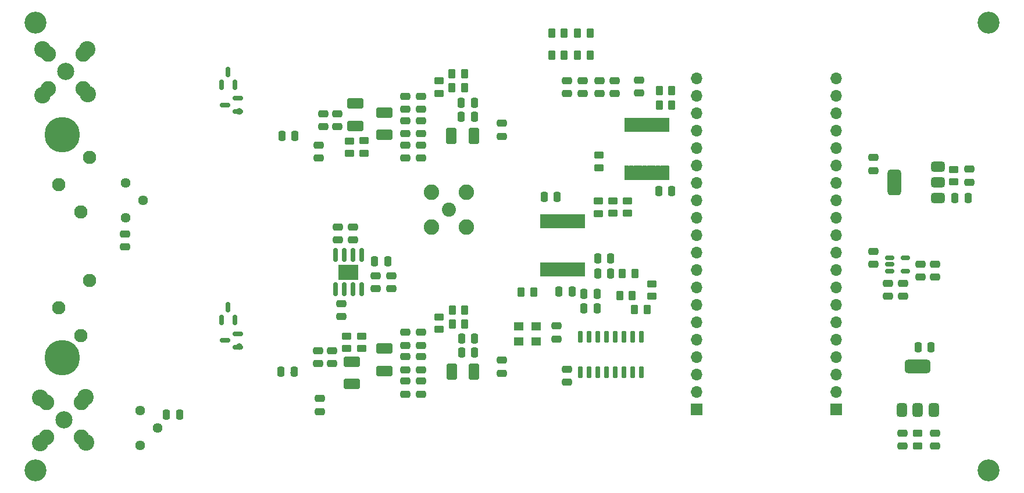
<source format=gbs>
G04 #@! TF.GenerationSoftware,KiCad,Pcbnew,8.0.1*
G04 #@! TF.CreationDate,2024-10-20T11:35:18+02:00*
G04 #@! TF.ProjectId,MISRC_v2.2,4d495352-435f-4763-922e-322e6b696361,0.3*
G04 #@! TF.SameCoordinates,Original*
G04 #@! TF.FileFunction,Soldermask,Bot*
G04 #@! TF.FilePolarity,Negative*
%FSLAX46Y46*%
G04 Gerber Fmt 4.6, Leading zero omitted, Abs format (unit mm)*
G04 Created by KiCad (PCBNEW 8.0.1) date 2024-10-20 11:35:18*
%MOMM*%
%LPD*%
G01*
G04 APERTURE LIST*
G04 Aperture macros list*
%AMRoundRect*
0 Rectangle with rounded corners*
0 $1 Rounding radius*
0 $2 $3 $4 $5 $6 $7 $8 $9 X,Y pos of 4 corners*
0 Add a 4 corners polygon primitive as box body*
4,1,4,$2,$3,$4,$5,$6,$7,$8,$9,$2,$3,0*
0 Add four circle primitives for the rounded corners*
1,1,$1+$1,$2,$3*
1,1,$1+$1,$4,$5*
1,1,$1+$1,$6,$7*
1,1,$1+$1,$8,$9*
0 Add four rect primitives between the rounded corners*
20,1,$1+$1,$2,$3,$4,$5,0*
20,1,$1+$1,$4,$5,$6,$7,0*
20,1,$1+$1,$6,$7,$8,$9,0*
20,1,$1+$1,$8,$9,$2,$3,0*%
G04 Aperture macros list end*
%ADD10C,0.476609*%
%ADD11C,0.150000*%
%ADD12C,0.010000*%
%ADD13C,1.950000*%
%ADD14C,5.175000*%
%ADD15C,2.050000*%
%ADD16C,2.250000*%
%ADD17C,3.200000*%
%ADD18C,1.440000*%
%ADD19R,1.700000X1.700000*%
%ADD20O,1.700000X1.700000*%
%ADD21C,2.500000*%
%ADD22C,2.400000*%
%ADD23RoundRect,0.250000X-0.250000X-0.475000X0.250000X-0.475000X0.250000X0.475000X-0.250000X0.475000X0*%
%ADD24RoundRect,0.250001X-0.924999X0.499999X-0.924999X-0.499999X0.924999X-0.499999X0.924999X0.499999X0*%
%ADD25RoundRect,0.250000X-0.475000X0.250000X-0.475000X-0.250000X0.475000X-0.250000X0.475000X0.250000X0*%
%ADD26RoundRect,0.250000X0.475000X-0.250000X0.475000X0.250000X-0.475000X0.250000X-0.475000X-0.250000X0*%
%ADD27RoundRect,0.250000X-0.262500X-0.450000X0.262500X-0.450000X0.262500X0.450000X-0.262500X0.450000X0*%
%ADD28R,1.400000X1.200000*%
%ADD29RoundRect,0.150000X0.150000X-0.587500X0.150000X0.587500X-0.150000X0.587500X-0.150000X-0.587500X0*%
%ADD30RoundRect,0.250000X-0.450000X0.262500X-0.450000X-0.262500X0.450000X-0.262500X0.450000X0.262500X0*%
%ADD31RoundRect,0.250000X0.262500X0.450000X-0.262500X0.450000X-0.262500X-0.450000X0.262500X-0.450000X0*%
%ADD32RoundRect,0.375000X0.375000X-0.625000X0.375000X0.625000X-0.375000X0.625000X-0.375000X-0.625000X0*%
%ADD33RoundRect,0.500000X1.400000X-0.500000X1.400000X0.500000X-1.400000X0.500000X-1.400000X-0.500000X0*%
%ADD34RoundRect,0.150000X0.150000X-0.825000X0.150000X0.825000X-0.150000X0.825000X-0.150000X-0.825000X0*%
%ADD35R,3.000000X2.290000*%
%ADD36RoundRect,0.250001X0.924999X-0.499999X0.924999X0.499999X-0.924999X0.499999X-0.924999X-0.499999X0*%
%ADD37RoundRect,0.250000X0.450000X-0.262500X0.450000X0.262500X-0.450000X0.262500X-0.450000X-0.262500X0*%
%ADD38RoundRect,0.250000X0.250000X0.475000X-0.250000X0.475000X-0.250000X-0.475000X0.250000X-0.475000X0*%
%ADD39RoundRect,0.375000X0.625000X0.375000X-0.625000X0.375000X-0.625000X-0.375000X0.625000X-0.375000X0*%
%ADD40RoundRect,0.500000X0.500000X1.400000X-0.500000X1.400000X-0.500000X-1.400000X0.500000X-1.400000X0*%
%ADD41RoundRect,0.250001X-0.499999X-0.924999X0.499999X-0.924999X0.499999X0.924999X-0.499999X0.924999X0*%
%ADD42RoundRect,0.150000X-0.512500X-0.150000X0.512500X-0.150000X0.512500X0.150000X-0.512500X0.150000X0*%
%ADD43RoundRect,0.150000X0.587500X0.150000X-0.587500X0.150000X-0.587500X-0.150000X0.587500X-0.150000X0*%
%ADD44RoundRect,0.150000X-0.150000X0.725000X-0.150000X-0.725000X0.150000X-0.725000X0.150000X0.725000X0*%
G04 APERTURE END LIST*
D10*
X102092304Y-117983000D02*
G75*
G02*
X101615696Y-117983000I-238304J0D01*
G01*
X101615696Y-117983000D02*
G75*
G02*
X102092304Y-117983000I238304J0D01*
G01*
D11*
X126639609Y-80645000D02*
G75*
G02*
X125836391Y-80645000I-401609J0D01*
G01*
X125836391Y-80645000D02*
G75*
G02*
X126639609Y-80645000I401609J0D01*
G01*
X132862609Y-81534000D02*
G75*
G02*
X132059391Y-81534000I-401609J0D01*
G01*
X132059391Y-81534000D02*
G75*
G02*
X132862609Y-81534000I401609J0D01*
G01*
D10*
X94197695Y-114173000D02*
G75*
G02*
X93721087Y-114173000I-238304J0D01*
G01*
X93721087Y-114173000D02*
G75*
G02*
X94197695Y-114173000I238304J0D01*
G01*
D11*
X123444000Y-77216000D02*
G75*
G02*
X122682000Y-77216000I-381000J0D01*
G01*
X122682000Y-77216000D02*
G75*
G02*
X123444000Y-77216000I381000J0D01*
G01*
D10*
X94197695Y-79883000D02*
G75*
G02*
X93721087Y-79883000I-238304J0D01*
G01*
X93721087Y-79883000D02*
G75*
G02*
X94197695Y-79883000I238304J0D01*
G01*
D12*
X138256000Y-94861000D02*
X138260000Y-94862000D01*
X138263000Y-94862000D01*
X138267000Y-94863000D01*
X138270000Y-94865000D01*
X138273000Y-94866000D01*
X138277000Y-94868000D01*
X138280000Y-94869000D01*
X138283000Y-94871000D01*
X138286000Y-94873000D01*
X138289000Y-94876000D01*
X138292000Y-94878000D01*
X138294000Y-94881000D01*
X138297000Y-94883000D01*
X138299000Y-94886000D01*
X138302000Y-94889000D01*
X138304000Y-94892000D01*
X138306000Y-94895000D01*
X138307000Y-94898000D01*
X138309000Y-94902000D01*
X138310000Y-94905000D01*
X138312000Y-94908000D01*
X138313000Y-94912000D01*
X138313000Y-94915000D01*
X138314000Y-94919000D01*
X138315000Y-94923000D01*
X138315000Y-94926000D01*
X138315000Y-94930000D01*
X138315000Y-96790000D01*
X138315000Y-96794000D01*
X138315000Y-96797000D01*
X138314000Y-96801000D01*
X138313000Y-96805000D01*
X138313000Y-96808000D01*
X138312000Y-96812000D01*
X138310000Y-96815000D01*
X138309000Y-96818000D01*
X138307000Y-96822000D01*
X138306000Y-96825000D01*
X138304000Y-96828000D01*
X138302000Y-96831000D01*
X138299000Y-96834000D01*
X138297000Y-96837000D01*
X138294000Y-96839000D01*
X138292000Y-96842000D01*
X138289000Y-96844000D01*
X138286000Y-96847000D01*
X138283000Y-96849000D01*
X138280000Y-96851000D01*
X138277000Y-96852000D01*
X138273000Y-96854000D01*
X138270000Y-96855000D01*
X138267000Y-96857000D01*
X138263000Y-96858000D01*
X138260000Y-96858000D01*
X138256000Y-96859000D01*
X138252000Y-96860000D01*
X138249000Y-96860000D01*
X138245000Y-96860000D01*
X137805000Y-96860000D01*
X137801000Y-96860000D01*
X137798000Y-96860000D01*
X137794000Y-96859000D01*
X137790000Y-96858000D01*
X137787000Y-96858000D01*
X137783000Y-96857000D01*
X137780000Y-96855000D01*
X137777000Y-96854000D01*
X137773000Y-96852000D01*
X137770000Y-96851000D01*
X137767000Y-96849000D01*
X137764000Y-96847000D01*
X137761000Y-96844000D01*
X137758000Y-96842000D01*
X137756000Y-96839000D01*
X137753000Y-96837000D01*
X137751000Y-96834000D01*
X137748000Y-96831000D01*
X137746000Y-96828000D01*
X137744000Y-96825000D01*
X137743000Y-96822000D01*
X137741000Y-96818000D01*
X137740000Y-96815000D01*
X137738000Y-96812000D01*
X137737000Y-96808000D01*
X137737000Y-96805000D01*
X137736000Y-96801000D01*
X137735000Y-96797000D01*
X137735000Y-96794000D01*
X137735000Y-96790000D01*
X137735000Y-94930000D01*
X137735000Y-94926000D01*
X137735000Y-94923000D01*
X137736000Y-94919000D01*
X137737000Y-94915000D01*
X137737000Y-94912000D01*
X137738000Y-94908000D01*
X137740000Y-94905000D01*
X137741000Y-94902000D01*
X137743000Y-94898000D01*
X137744000Y-94895000D01*
X137746000Y-94892000D01*
X137748000Y-94889000D01*
X137751000Y-94886000D01*
X137753000Y-94883000D01*
X137756000Y-94881000D01*
X137758000Y-94878000D01*
X137761000Y-94876000D01*
X137764000Y-94873000D01*
X137767000Y-94871000D01*
X137770000Y-94869000D01*
X137773000Y-94868000D01*
X137777000Y-94866000D01*
X137780000Y-94865000D01*
X137783000Y-94863000D01*
X137787000Y-94862000D01*
X137790000Y-94862000D01*
X137794000Y-94861000D01*
X137798000Y-94860000D01*
X137801000Y-94860000D01*
X137805000Y-94860000D01*
X138245000Y-94860000D01*
X138249000Y-94860000D01*
X138252000Y-94860000D01*
X138256000Y-94861000D01*
G36*
X138256000Y-94861000D02*
G01*
X138260000Y-94862000D01*
X138263000Y-94862000D01*
X138267000Y-94863000D01*
X138270000Y-94865000D01*
X138273000Y-94866000D01*
X138277000Y-94868000D01*
X138280000Y-94869000D01*
X138283000Y-94871000D01*
X138286000Y-94873000D01*
X138289000Y-94876000D01*
X138292000Y-94878000D01*
X138294000Y-94881000D01*
X138297000Y-94883000D01*
X138299000Y-94886000D01*
X138302000Y-94889000D01*
X138304000Y-94892000D01*
X138306000Y-94895000D01*
X138307000Y-94898000D01*
X138309000Y-94902000D01*
X138310000Y-94905000D01*
X138312000Y-94908000D01*
X138313000Y-94912000D01*
X138313000Y-94915000D01*
X138314000Y-94919000D01*
X138315000Y-94923000D01*
X138315000Y-94926000D01*
X138315000Y-94930000D01*
X138315000Y-96790000D01*
X138315000Y-96794000D01*
X138315000Y-96797000D01*
X138314000Y-96801000D01*
X138313000Y-96805000D01*
X138313000Y-96808000D01*
X138312000Y-96812000D01*
X138310000Y-96815000D01*
X138309000Y-96818000D01*
X138307000Y-96822000D01*
X138306000Y-96825000D01*
X138304000Y-96828000D01*
X138302000Y-96831000D01*
X138299000Y-96834000D01*
X138297000Y-96837000D01*
X138294000Y-96839000D01*
X138292000Y-96842000D01*
X138289000Y-96844000D01*
X138286000Y-96847000D01*
X138283000Y-96849000D01*
X138280000Y-96851000D01*
X138277000Y-96852000D01*
X138273000Y-96854000D01*
X138270000Y-96855000D01*
X138267000Y-96857000D01*
X138263000Y-96858000D01*
X138260000Y-96858000D01*
X138256000Y-96859000D01*
X138252000Y-96860000D01*
X138249000Y-96860000D01*
X138245000Y-96860000D01*
X137805000Y-96860000D01*
X137801000Y-96860000D01*
X137798000Y-96860000D01*
X137794000Y-96859000D01*
X137790000Y-96858000D01*
X137787000Y-96858000D01*
X137783000Y-96857000D01*
X137780000Y-96855000D01*
X137777000Y-96854000D01*
X137773000Y-96852000D01*
X137770000Y-96851000D01*
X137767000Y-96849000D01*
X137764000Y-96847000D01*
X137761000Y-96844000D01*
X137758000Y-96842000D01*
X137756000Y-96839000D01*
X137753000Y-96837000D01*
X137751000Y-96834000D01*
X137748000Y-96831000D01*
X137746000Y-96828000D01*
X137744000Y-96825000D01*
X137743000Y-96822000D01*
X137741000Y-96818000D01*
X137740000Y-96815000D01*
X137738000Y-96812000D01*
X137737000Y-96808000D01*
X137737000Y-96805000D01*
X137736000Y-96801000D01*
X137735000Y-96797000D01*
X137735000Y-96794000D01*
X137735000Y-96790000D01*
X137735000Y-94930000D01*
X137735000Y-94926000D01*
X137735000Y-94923000D01*
X137736000Y-94919000D01*
X137737000Y-94915000D01*
X137737000Y-94912000D01*
X137738000Y-94908000D01*
X137740000Y-94905000D01*
X137741000Y-94902000D01*
X137743000Y-94898000D01*
X137744000Y-94895000D01*
X137746000Y-94892000D01*
X137748000Y-94889000D01*
X137751000Y-94886000D01*
X137753000Y-94883000D01*
X137756000Y-94881000D01*
X137758000Y-94878000D01*
X137761000Y-94876000D01*
X137764000Y-94873000D01*
X137767000Y-94871000D01*
X137770000Y-94869000D01*
X137773000Y-94868000D01*
X137777000Y-94866000D01*
X137780000Y-94865000D01*
X137783000Y-94863000D01*
X137787000Y-94862000D01*
X137790000Y-94862000D01*
X137794000Y-94861000D01*
X137798000Y-94860000D01*
X137801000Y-94860000D01*
X137805000Y-94860000D01*
X138245000Y-94860000D01*
X138249000Y-94860000D01*
X138252000Y-94860000D01*
X138256000Y-94861000D01*
G37*
X138256000Y-101871000D02*
X138260000Y-101872000D01*
X138263000Y-101872000D01*
X138267000Y-101873000D01*
X138270000Y-101875000D01*
X138273000Y-101876000D01*
X138277000Y-101878000D01*
X138280000Y-101879000D01*
X138283000Y-101881000D01*
X138286000Y-101883000D01*
X138289000Y-101886000D01*
X138292000Y-101888000D01*
X138294000Y-101891000D01*
X138297000Y-101893000D01*
X138299000Y-101896000D01*
X138302000Y-101899000D01*
X138304000Y-101902000D01*
X138306000Y-101905000D01*
X138307000Y-101908000D01*
X138309000Y-101912000D01*
X138310000Y-101915000D01*
X138312000Y-101918000D01*
X138313000Y-101922000D01*
X138313000Y-101925000D01*
X138314000Y-101929000D01*
X138315000Y-101933000D01*
X138315000Y-101936000D01*
X138315000Y-101940000D01*
X138315000Y-103800000D01*
X138315000Y-103804000D01*
X138315000Y-103807000D01*
X138314000Y-103811000D01*
X138313000Y-103815000D01*
X138313000Y-103818000D01*
X138312000Y-103822000D01*
X138310000Y-103825000D01*
X138309000Y-103828000D01*
X138307000Y-103832000D01*
X138306000Y-103835000D01*
X138304000Y-103838000D01*
X138302000Y-103841000D01*
X138299000Y-103844000D01*
X138297000Y-103847000D01*
X138294000Y-103849000D01*
X138292000Y-103852000D01*
X138289000Y-103854000D01*
X138286000Y-103857000D01*
X138283000Y-103859000D01*
X138280000Y-103861000D01*
X138277000Y-103862000D01*
X138273000Y-103864000D01*
X138270000Y-103865000D01*
X138267000Y-103867000D01*
X138263000Y-103868000D01*
X138260000Y-103868000D01*
X138256000Y-103869000D01*
X138252000Y-103870000D01*
X138249000Y-103870000D01*
X138245000Y-103870000D01*
X137805000Y-103870000D01*
X137801000Y-103870000D01*
X137798000Y-103870000D01*
X137794000Y-103869000D01*
X137790000Y-103868000D01*
X137787000Y-103868000D01*
X137783000Y-103867000D01*
X137780000Y-103865000D01*
X137777000Y-103864000D01*
X137773000Y-103862000D01*
X137770000Y-103861000D01*
X137767000Y-103859000D01*
X137764000Y-103857000D01*
X137761000Y-103854000D01*
X137758000Y-103852000D01*
X137756000Y-103849000D01*
X137753000Y-103847000D01*
X137751000Y-103844000D01*
X137748000Y-103841000D01*
X137746000Y-103838000D01*
X137744000Y-103835000D01*
X137743000Y-103832000D01*
X137741000Y-103828000D01*
X137740000Y-103825000D01*
X137738000Y-103822000D01*
X137737000Y-103818000D01*
X137737000Y-103815000D01*
X137736000Y-103811000D01*
X137735000Y-103807000D01*
X137735000Y-103804000D01*
X137735000Y-103800000D01*
X137735000Y-101940000D01*
X137735000Y-101936000D01*
X137735000Y-101933000D01*
X137736000Y-101929000D01*
X137737000Y-101925000D01*
X137737000Y-101922000D01*
X137738000Y-101918000D01*
X137740000Y-101915000D01*
X137741000Y-101912000D01*
X137743000Y-101908000D01*
X137744000Y-101905000D01*
X137746000Y-101902000D01*
X137748000Y-101899000D01*
X137751000Y-101896000D01*
X137753000Y-101893000D01*
X137756000Y-101891000D01*
X137758000Y-101888000D01*
X137761000Y-101886000D01*
X137764000Y-101883000D01*
X137767000Y-101881000D01*
X137770000Y-101879000D01*
X137773000Y-101878000D01*
X137777000Y-101876000D01*
X137780000Y-101875000D01*
X137783000Y-101873000D01*
X137787000Y-101872000D01*
X137790000Y-101872000D01*
X137794000Y-101871000D01*
X137798000Y-101870000D01*
X137801000Y-101870000D01*
X137805000Y-101870000D01*
X138245000Y-101870000D01*
X138249000Y-101870000D01*
X138252000Y-101870000D01*
X138256000Y-101871000D01*
G36*
X138256000Y-101871000D02*
G01*
X138260000Y-101872000D01*
X138263000Y-101872000D01*
X138267000Y-101873000D01*
X138270000Y-101875000D01*
X138273000Y-101876000D01*
X138277000Y-101878000D01*
X138280000Y-101879000D01*
X138283000Y-101881000D01*
X138286000Y-101883000D01*
X138289000Y-101886000D01*
X138292000Y-101888000D01*
X138294000Y-101891000D01*
X138297000Y-101893000D01*
X138299000Y-101896000D01*
X138302000Y-101899000D01*
X138304000Y-101902000D01*
X138306000Y-101905000D01*
X138307000Y-101908000D01*
X138309000Y-101912000D01*
X138310000Y-101915000D01*
X138312000Y-101918000D01*
X138313000Y-101922000D01*
X138313000Y-101925000D01*
X138314000Y-101929000D01*
X138315000Y-101933000D01*
X138315000Y-101936000D01*
X138315000Y-101940000D01*
X138315000Y-103800000D01*
X138315000Y-103804000D01*
X138315000Y-103807000D01*
X138314000Y-103811000D01*
X138313000Y-103815000D01*
X138313000Y-103818000D01*
X138312000Y-103822000D01*
X138310000Y-103825000D01*
X138309000Y-103828000D01*
X138307000Y-103832000D01*
X138306000Y-103835000D01*
X138304000Y-103838000D01*
X138302000Y-103841000D01*
X138299000Y-103844000D01*
X138297000Y-103847000D01*
X138294000Y-103849000D01*
X138292000Y-103852000D01*
X138289000Y-103854000D01*
X138286000Y-103857000D01*
X138283000Y-103859000D01*
X138280000Y-103861000D01*
X138277000Y-103862000D01*
X138273000Y-103864000D01*
X138270000Y-103865000D01*
X138267000Y-103867000D01*
X138263000Y-103868000D01*
X138260000Y-103868000D01*
X138256000Y-103869000D01*
X138252000Y-103870000D01*
X138249000Y-103870000D01*
X138245000Y-103870000D01*
X137805000Y-103870000D01*
X137801000Y-103870000D01*
X137798000Y-103870000D01*
X137794000Y-103869000D01*
X137790000Y-103868000D01*
X137787000Y-103868000D01*
X137783000Y-103867000D01*
X137780000Y-103865000D01*
X137777000Y-103864000D01*
X137773000Y-103862000D01*
X137770000Y-103861000D01*
X137767000Y-103859000D01*
X137764000Y-103857000D01*
X137761000Y-103854000D01*
X137758000Y-103852000D01*
X137756000Y-103849000D01*
X137753000Y-103847000D01*
X137751000Y-103844000D01*
X137748000Y-103841000D01*
X137746000Y-103838000D01*
X137744000Y-103835000D01*
X137743000Y-103832000D01*
X137741000Y-103828000D01*
X137740000Y-103825000D01*
X137738000Y-103822000D01*
X137737000Y-103818000D01*
X137737000Y-103815000D01*
X137736000Y-103811000D01*
X137735000Y-103807000D01*
X137735000Y-103804000D01*
X137735000Y-103800000D01*
X137735000Y-101940000D01*
X137735000Y-101936000D01*
X137735000Y-101933000D01*
X137736000Y-101929000D01*
X137737000Y-101925000D01*
X137737000Y-101922000D01*
X137738000Y-101918000D01*
X137740000Y-101915000D01*
X137741000Y-101912000D01*
X137743000Y-101908000D01*
X137744000Y-101905000D01*
X137746000Y-101902000D01*
X137748000Y-101899000D01*
X137751000Y-101896000D01*
X137753000Y-101893000D01*
X137756000Y-101891000D01*
X137758000Y-101888000D01*
X137761000Y-101886000D01*
X137764000Y-101883000D01*
X137767000Y-101881000D01*
X137770000Y-101879000D01*
X137773000Y-101878000D01*
X137777000Y-101876000D01*
X137780000Y-101875000D01*
X137783000Y-101873000D01*
X137787000Y-101872000D01*
X137790000Y-101872000D01*
X137794000Y-101871000D01*
X137798000Y-101870000D01*
X137801000Y-101870000D01*
X137805000Y-101870000D01*
X138245000Y-101870000D01*
X138249000Y-101870000D01*
X138252000Y-101870000D01*
X138256000Y-101871000D01*
G37*
X138906000Y-94861000D02*
X138910000Y-94862000D01*
X138913000Y-94862000D01*
X138917000Y-94863000D01*
X138920000Y-94865000D01*
X138923000Y-94866000D01*
X138927000Y-94868000D01*
X138930000Y-94869000D01*
X138933000Y-94871000D01*
X138936000Y-94873000D01*
X138939000Y-94876000D01*
X138942000Y-94878000D01*
X138944000Y-94881000D01*
X138947000Y-94883000D01*
X138949000Y-94886000D01*
X138952000Y-94889000D01*
X138954000Y-94892000D01*
X138956000Y-94895000D01*
X138957000Y-94898000D01*
X138959000Y-94902000D01*
X138960000Y-94905000D01*
X138962000Y-94908000D01*
X138963000Y-94912000D01*
X138963000Y-94915000D01*
X138964000Y-94919000D01*
X138965000Y-94923000D01*
X138965000Y-94926000D01*
X138965000Y-94930000D01*
X138965000Y-96790000D01*
X138965000Y-96794000D01*
X138965000Y-96797000D01*
X138964000Y-96801000D01*
X138963000Y-96805000D01*
X138963000Y-96808000D01*
X138962000Y-96812000D01*
X138960000Y-96815000D01*
X138959000Y-96818000D01*
X138957000Y-96822000D01*
X138956000Y-96825000D01*
X138954000Y-96828000D01*
X138952000Y-96831000D01*
X138949000Y-96834000D01*
X138947000Y-96837000D01*
X138944000Y-96839000D01*
X138942000Y-96842000D01*
X138939000Y-96844000D01*
X138936000Y-96847000D01*
X138933000Y-96849000D01*
X138930000Y-96851000D01*
X138927000Y-96852000D01*
X138923000Y-96854000D01*
X138920000Y-96855000D01*
X138917000Y-96857000D01*
X138913000Y-96858000D01*
X138910000Y-96858000D01*
X138906000Y-96859000D01*
X138902000Y-96860000D01*
X138899000Y-96860000D01*
X138895000Y-96860000D01*
X138455000Y-96860000D01*
X138451000Y-96860000D01*
X138448000Y-96860000D01*
X138444000Y-96859000D01*
X138440000Y-96858000D01*
X138437000Y-96858000D01*
X138433000Y-96857000D01*
X138430000Y-96855000D01*
X138427000Y-96854000D01*
X138423000Y-96852000D01*
X138420000Y-96851000D01*
X138417000Y-96849000D01*
X138414000Y-96847000D01*
X138411000Y-96844000D01*
X138408000Y-96842000D01*
X138406000Y-96839000D01*
X138403000Y-96837000D01*
X138401000Y-96834000D01*
X138398000Y-96831000D01*
X138396000Y-96828000D01*
X138394000Y-96825000D01*
X138393000Y-96822000D01*
X138391000Y-96818000D01*
X138390000Y-96815000D01*
X138388000Y-96812000D01*
X138387000Y-96808000D01*
X138387000Y-96805000D01*
X138386000Y-96801000D01*
X138385000Y-96797000D01*
X138385000Y-96794000D01*
X138385000Y-96790000D01*
X138385000Y-94930000D01*
X138385000Y-94926000D01*
X138385000Y-94923000D01*
X138386000Y-94919000D01*
X138387000Y-94915000D01*
X138387000Y-94912000D01*
X138388000Y-94908000D01*
X138390000Y-94905000D01*
X138391000Y-94902000D01*
X138393000Y-94898000D01*
X138394000Y-94895000D01*
X138396000Y-94892000D01*
X138398000Y-94889000D01*
X138401000Y-94886000D01*
X138403000Y-94883000D01*
X138406000Y-94881000D01*
X138408000Y-94878000D01*
X138411000Y-94876000D01*
X138414000Y-94873000D01*
X138417000Y-94871000D01*
X138420000Y-94869000D01*
X138423000Y-94868000D01*
X138427000Y-94866000D01*
X138430000Y-94865000D01*
X138433000Y-94863000D01*
X138437000Y-94862000D01*
X138440000Y-94862000D01*
X138444000Y-94861000D01*
X138448000Y-94860000D01*
X138451000Y-94860000D01*
X138455000Y-94860000D01*
X138895000Y-94860000D01*
X138899000Y-94860000D01*
X138902000Y-94860000D01*
X138906000Y-94861000D01*
G36*
X138906000Y-94861000D02*
G01*
X138910000Y-94862000D01*
X138913000Y-94862000D01*
X138917000Y-94863000D01*
X138920000Y-94865000D01*
X138923000Y-94866000D01*
X138927000Y-94868000D01*
X138930000Y-94869000D01*
X138933000Y-94871000D01*
X138936000Y-94873000D01*
X138939000Y-94876000D01*
X138942000Y-94878000D01*
X138944000Y-94881000D01*
X138947000Y-94883000D01*
X138949000Y-94886000D01*
X138952000Y-94889000D01*
X138954000Y-94892000D01*
X138956000Y-94895000D01*
X138957000Y-94898000D01*
X138959000Y-94902000D01*
X138960000Y-94905000D01*
X138962000Y-94908000D01*
X138963000Y-94912000D01*
X138963000Y-94915000D01*
X138964000Y-94919000D01*
X138965000Y-94923000D01*
X138965000Y-94926000D01*
X138965000Y-94930000D01*
X138965000Y-96790000D01*
X138965000Y-96794000D01*
X138965000Y-96797000D01*
X138964000Y-96801000D01*
X138963000Y-96805000D01*
X138963000Y-96808000D01*
X138962000Y-96812000D01*
X138960000Y-96815000D01*
X138959000Y-96818000D01*
X138957000Y-96822000D01*
X138956000Y-96825000D01*
X138954000Y-96828000D01*
X138952000Y-96831000D01*
X138949000Y-96834000D01*
X138947000Y-96837000D01*
X138944000Y-96839000D01*
X138942000Y-96842000D01*
X138939000Y-96844000D01*
X138936000Y-96847000D01*
X138933000Y-96849000D01*
X138930000Y-96851000D01*
X138927000Y-96852000D01*
X138923000Y-96854000D01*
X138920000Y-96855000D01*
X138917000Y-96857000D01*
X138913000Y-96858000D01*
X138910000Y-96858000D01*
X138906000Y-96859000D01*
X138902000Y-96860000D01*
X138899000Y-96860000D01*
X138895000Y-96860000D01*
X138455000Y-96860000D01*
X138451000Y-96860000D01*
X138448000Y-96860000D01*
X138444000Y-96859000D01*
X138440000Y-96858000D01*
X138437000Y-96858000D01*
X138433000Y-96857000D01*
X138430000Y-96855000D01*
X138427000Y-96854000D01*
X138423000Y-96852000D01*
X138420000Y-96851000D01*
X138417000Y-96849000D01*
X138414000Y-96847000D01*
X138411000Y-96844000D01*
X138408000Y-96842000D01*
X138406000Y-96839000D01*
X138403000Y-96837000D01*
X138401000Y-96834000D01*
X138398000Y-96831000D01*
X138396000Y-96828000D01*
X138394000Y-96825000D01*
X138393000Y-96822000D01*
X138391000Y-96818000D01*
X138390000Y-96815000D01*
X138388000Y-96812000D01*
X138387000Y-96808000D01*
X138387000Y-96805000D01*
X138386000Y-96801000D01*
X138385000Y-96797000D01*
X138385000Y-96794000D01*
X138385000Y-96790000D01*
X138385000Y-94930000D01*
X138385000Y-94926000D01*
X138385000Y-94923000D01*
X138386000Y-94919000D01*
X138387000Y-94915000D01*
X138387000Y-94912000D01*
X138388000Y-94908000D01*
X138390000Y-94905000D01*
X138391000Y-94902000D01*
X138393000Y-94898000D01*
X138394000Y-94895000D01*
X138396000Y-94892000D01*
X138398000Y-94889000D01*
X138401000Y-94886000D01*
X138403000Y-94883000D01*
X138406000Y-94881000D01*
X138408000Y-94878000D01*
X138411000Y-94876000D01*
X138414000Y-94873000D01*
X138417000Y-94871000D01*
X138420000Y-94869000D01*
X138423000Y-94868000D01*
X138427000Y-94866000D01*
X138430000Y-94865000D01*
X138433000Y-94863000D01*
X138437000Y-94862000D01*
X138440000Y-94862000D01*
X138444000Y-94861000D01*
X138448000Y-94860000D01*
X138451000Y-94860000D01*
X138455000Y-94860000D01*
X138895000Y-94860000D01*
X138899000Y-94860000D01*
X138902000Y-94860000D01*
X138906000Y-94861000D01*
G37*
X138906000Y-101871000D02*
X138910000Y-101872000D01*
X138913000Y-101872000D01*
X138917000Y-101873000D01*
X138920000Y-101875000D01*
X138923000Y-101876000D01*
X138927000Y-101878000D01*
X138930000Y-101879000D01*
X138933000Y-101881000D01*
X138936000Y-101883000D01*
X138939000Y-101886000D01*
X138942000Y-101888000D01*
X138944000Y-101891000D01*
X138947000Y-101893000D01*
X138949000Y-101896000D01*
X138952000Y-101899000D01*
X138954000Y-101902000D01*
X138956000Y-101905000D01*
X138957000Y-101908000D01*
X138959000Y-101912000D01*
X138960000Y-101915000D01*
X138962000Y-101918000D01*
X138963000Y-101922000D01*
X138963000Y-101925000D01*
X138964000Y-101929000D01*
X138965000Y-101933000D01*
X138965000Y-101936000D01*
X138965000Y-101940000D01*
X138965000Y-103800000D01*
X138965000Y-103804000D01*
X138965000Y-103807000D01*
X138964000Y-103811000D01*
X138963000Y-103815000D01*
X138963000Y-103818000D01*
X138962000Y-103822000D01*
X138960000Y-103825000D01*
X138959000Y-103828000D01*
X138957000Y-103832000D01*
X138956000Y-103835000D01*
X138954000Y-103838000D01*
X138952000Y-103841000D01*
X138949000Y-103844000D01*
X138947000Y-103847000D01*
X138944000Y-103849000D01*
X138942000Y-103852000D01*
X138939000Y-103854000D01*
X138936000Y-103857000D01*
X138933000Y-103859000D01*
X138930000Y-103861000D01*
X138927000Y-103862000D01*
X138923000Y-103864000D01*
X138920000Y-103865000D01*
X138917000Y-103867000D01*
X138913000Y-103868000D01*
X138910000Y-103868000D01*
X138906000Y-103869000D01*
X138902000Y-103870000D01*
X138899000Y-103870000D01*
X138895000Y-103870000D01*
X138455000Y-103870000D01*
X138451000Y-103870000D01*
X138448000Y-103870000D01*
X138444000Y-103869000D01*
X138440000Y-103868000D01*
X138437000Y-103868000D01*
X138433000Y-103867000D01*
X138430000Y-103865000D01*
X138427000Y-103864000D01*
X138423000Y-103862000D01*
X138420000Y-103861000D01*
X138417000Y-103859000D01*
X138414000Y-103857000D01*
X138411000Y-103854000D01*
X138408000Y-103852000D01*
X138406000Y-103849000D01*
X138403000Y-103847000D01*
X138401000Y-103844000D01*
X138398000Y-103841000D01*
X138396000Y-103838000D01*
X138394000Y-103835000D01*
X138393000Y-103832000D01*
X138391000Y-103828000D01*
X138390000Y-103825000D01*
X138388000Y-103822000D01*
X138387000Y-103818000D01*
X138387000Y-103815000D01*
X138386000Y-103811000D01*
X138385000Y-103807000D01*
X138385000Y-103804000D01*
X138385000Y-103800000D01*
X138385000Y-101940000D01*
X138385000Y-101936000D01*
X138385000Y-101933000D01*
X138386000Y-101929000D01*
X138387000Y-101925000D01*
X138387000Y-101922000D01*
X138388000Y-101918000D01*
X138390000Y-101915000D01*
X138391000Y-101912000D01*
X138393000Y-101908000D01*
X138394000Y-101905000D01*
X138396000Y-101902000D01*
X138398000Y-101899000D01*
X138401000Y-101896000D01*
X138403000Y-101893000D01*
X138406000Y-101891000D01*
X138408000Y-101888000D01*
X138411000Y-101886000D01*
X138414000Y-101883000D01*
X138417000Y-101881000D01*
X138420000Y-101879000D01*
X138423000Y-101878000D01*
X138427000Y-101876000D01*
X138430000Y-101875000D01*
X138433000Y-101873000D01*
X138437000Y-101872000D01*
X138440000Y-101872000D01*
X138444000Y-101871000D01*
X138448000Y-101870000D01*
X138451000Y-101870000D01*
X138455000Y-101870000D01*
X138895000Y-101870000D01*
X138899000Y-101870000D01*
X138902000Y-101870000D01*
X138906000Y-101871000D01*
G36*
X138906000Y-101871000D02*
G01*
X138910000Y-101872000D01*
X138913000Y-101872000D01*
X138917000Y-101873000D01*
X138920000Y-101875000D01*
X138923000Y-101876000D01*
X138927000Y-101878000D01*
X138930000Y-101879000D01*
X138933000Y-101881000D01*
X138936000Y-101883000D01*
X138939000Y-101886000D01*
X138942000Y-101888000D01*
X138944000Y-101891000D01*
X138947000Y-101893000D01*
X138949000Y-101896000D01*
X138952000Y-101899000D01*
X138954000Y-101902000D01*
X138956000Y-101905000D01*
X138957000Y-101908000D01*
X138959000Y-101912000D01*
X138960000Y-101915000D01*
X138962000Y-101918000D01*
X138963000Y-101922000D01*
X138963000Y-101925000D01*
X138964000Y-101929000D01*
X138965000Y-101933000D01*
X138965000Y-101936000D01*
X138965000Y-101940000D01*
X138965000Y-103800000D01*
X138965000Y-103804000D01*
X138965000Y-103807000D01*
X138964000Y-103811000D01*
X138963000Y-103815000D01*
X138963000Y-103818000D01*
X138962000Y-103822000D01*
X138960000Y-103825000D01*
X138959000Y-103828000D01*
X138957000Y-103832000D01*
X138956000Y-103835000D01*
X138954000Y-103838000D01*
X138952000Y-103841000D01*
X138949000Y-103844000D01*
X138947000Y-103847000D01*
X138944000Y-103849000D01*
X138942000Y-103852000D01*
X138939000Y-103854000D01*
X138936000Y-103857000D01*
X138933000Y-103859000D01*
X138930000Y-103861000D01*
X138927000Y-103862000D01*
X138923000Y-103864000D01*
X138920000Y-103865000D01*
X138917000Y-103867000D01*
X138913000Y-103868000D01*
X138910000Y-103868000D01*
X138906000Y-103869000D01*
X138902000Y-103870000D01*
X138899000Y-103870000D01*
X138895000Y-103870000D01*
X138455000Y-103870000D01*
X138451000Y-103870000D01*
X138448000Y-103870000D01*
X138444000Y-103869000D01*
X138440000Y-103868000D01*
X138437000Y-103868000D01*
X138433000Y-103867000D01*
X138430000Y-103865000D01*
X138427000Y-103864000D01*
X138423000Y-103862000D01*
X138420000Y-103861000D01*
X138417000Y-103859000D01*
X138414000Y-103857000D01*
X138411000Y-103854000D01*
X138408000Y-103852000D01*
X138406000Y-103849000D01*
X138403000Y-103847000D01*
X138401000Y-103844000D01*
X138398000Y-103841000D01*
X138396000Y-103838000D01*
X138394000Y-103835000D01*
X138393000Y-103832000D01*
X138391000Y-103828000D01*
X138390000Y-103825000D01*
X138388000Y-103822000D01*
X138387000Y-103818000D01*
X138387000Y-103815000D01*
X138386000Y-103811000D01*
X138385000Y-103807000D01*
X138385000Y-103804000D01*
X138385000Y-103800000D01*
X138385000Y-101940000D01*
X138385000Y-101936000D01*
X138385000Y-101933000D01*
X138386000Y-101929000D01*
X138387000Y-101925000D01*
X138387000Y-101922000D01*
X138388000Y-101918000D01*
X138390000Y-101915000D01*
X138391000Y-101912000D01*
X138393000Y-101908000D01*
X138394000Y-101905000D01*
X138396000Y-101902000D01*
X138398000Y-101899000D01*
X138401000Y-101896000D01*
X138403000Y-101893000D01*
X138406000Y-101891000D01*
X138408000Y-101888000D01*
X138411000Y-101886000D01*
X138414000Y-101883000D01*
X138417000Y-101881000D01*
X138420000Y-101879000D01*
X138423000Y-101878000D01*
X138427000Y-101876000D01*
X138430000Y-101875000D01*
X138433000Y-101873000D01*
X138437000Y-101872000D01*
X138440000Y-101872000D01*
X138444000Y-101871000D01*
X138448000Y-101870000D01*
X138451000Y-101870000D01*
X138455000Y-101870000D01*
X138895000Y-101870000D01*
X138899000Y-101870000D01*
X138902000Y-101870000D01*
X138906000Y-101871000D01*
G37*
X139556000Y-94861000D02*
X139560000Y-94862000D01*
X139563000Y-94862000D01*
X139567000Y-94863000D01*
X139570000Y-94865000D01*
X139573000Y-94866000D01*
X139577000Y-94868000D01*
X139580000Y-94869000D01*
X139583000Y-94871000D01*
X139586000Y-94873000D01*
X139589000Y-94876000D01*
X139592000Y-94878000D01*
X139594000Y-94881000D01*
X139597000Y-94883000D01*
X139599000Y-94886000D01*
X139602000Y-94889000D01*
X139604000Y-94892000D01*
X139606000Y-94895000D01*
X139607000Y-94898000D01*
X139609000Y-94902000D01*
X139610000Y-94905000D01*
X139612000Y-94908000D01*
X139613000Y-94912000D01*
X139613000Y-94915000D01*
X139614000Y-94919000D01*
X139615000Y-94923000D01*
X139615000Y-94926000D01*
X139615000Y-94930000D01*
X139615000Y-96790000D01*
X139615000Y-96794000D01*
X139615000Y-96797000D01*
X139614000Y-96801000D01*
X139613000Y-96805000D01*
X139613000Y-96808000D01*
X139612000Y-96812000D01*
X139610000Y-96815000D01*
X139609000Y-96818000D01*
X139607000Y-96822000D01*
X139606000Y-96825000D01*
X139604000Y-96828000D01*
X139602000Y-96831000D01*
X139599000Y-96834000D01*
X139597000Y-96837000D01*
X139594000Y-96839000D01*
X139592000Y-96842000D01*
X139589000Y-96844000D01*
X139586000Y-96847000D01*
X139583000Y-96849000D01*
X139580000Y-96851000D01*
X139577000Y-96852000D01*
X139573000Y-96854000D01*
X139570000Y-96855000D01*
X139567000Y-96857000D01*
X139563000Y-96858000D01*
X139560000Y-96858000D01*
X139556000Y-96859000D01*
X139552000Y-96860000D01*
X139549000Y-96860000D01*
X139545000Y-96860000D01*
X139105000Y-96860000D01*
X139101000Y-96860000D01*
X139098000Y-96860000D01*
X139094000Y-96859000D01*
X139090000Y-96858000D01*
X139087000Y-96858000D01*
X139083000Y-96857000D01*
X139080000Y-96855000D01*
X139077000Y-96854000D01*
X139073000Y-96852000D01*
X139070000Y-96851000D01*
X139067000Y-96849000D01*
X139064000Y-96847000D01*
X139061000Y-96844000D01*
X139058000Y-96842000D01*
X139056000Y-96839000D01*
X139053000Y-96837000D01*
X139051000Y-96834000D01*
X139048000Y-96831000D01*
X139046000Y-96828000D01*
X139044000Y-96825000D01*
X139043000Y-96822000D01*
X139041000Y-96818000D01*
X139040000Y-96815000D01*
X139038000Y-96812000D01*
X139037000Y-96808000D01*
X139037000Y-96805000D01*
X139036000Y-96801000D01*
X139035000Y-96797000D01*
X139035000Y-96794000D01*
X139035000Y-96790000D01*
X139035000Y-94930000D01*
X139035000Y-94926000D01*
X139035000Y-94923000D01*
X139036000Y-94919000D01*
X139037000Y-94915000D01*
X139037000Y-94912000D01*
X139038000Y-94908000D01*
X139040000Y-94905000D01*
X139041000Y-94902000D01*
X139043000Y-94898000D01*
X139044000Y-94895000D01*
X139046000Y-94892000D01*
X139048000Y-94889000D01*
X139051000Y-94886000D01*
X139053000Y-94883000D01*
X139056000Y-94881000D01*
X139058000Y-94878000D01*
X139061000Y-94876000D01*
X139064000Y-94873000D01*
X139067000Y-94871000D01*
X139070000Y-94869000D01*
X139073000Y-94868000D01*
X139077000Y-94866000D01*
X139080000Y-94865000D01*
X139083000Y-94863000D01*
X139087000Y-94862000D01*
X139090000Y-94862000D01*
X139094000Y-94861000D01*
X139098000Y-94860000D01*
X139101000Y-94860000D01*
X139105000Y-94860000D01*
X139545000Y-94860000D01*
X139549000Y-94860000D01*
X139552000Y-94860000D01*
X139556000Y-94861000D01*
G36*
X139556000Y-94861000D02*
G01*
X139560000Y-94862000D01*
X139563000Y-94862000D01*
X139567000Y-94863000D01*
X139570000Y-94865000D01*
X139573000Y-94866000D01*
X139577000Y-94868000D01*
X139580000Y-94869000D01*
X139583000Y-94871000D01*
X139586000Y-94873000D01*
X139589000Y-94876000D01*
X139592000Y-94878000D01*
X139594000Y-94881000D01*
X139597000Y-94883000D01*
X139599000Y-94886000D01*
X139602000Y-94889000D01*
X139604000Y-94892000D01*
X139606000Y-94895000D01*
X139607000Y-94898000D01*
X139609000Y-94902000D01*
X139610000Y-94905000D01*
X139612000Y-94908000D01*
X139613000Y-94912000D01*
X139613000Y-94915000D01*
X139614000Y-94919000D01*
X139615000Y-94923000D01*
X139615000Y-94926000D01*
X139615000Y-94930000D01*
X139615000Y-96790000D01*
X139615000Y-96794000D01*
X139615000Y-96797000D01*
X139614000Y-96801000D01*
X139613000Y-96805000D01*
X139613000Y-96808000D01*
X139612000Y-96812000D01*
X139610000Y-96815000D01*
X139609000Y-96818000D01*
X139607000Y-96822000D01*
X139606000Y-96825000D01*
X139604000Y-96828000D01*
X139602000Y-96831000D01*
X139599000Y-96834000D01*
X139597000Y-96837000D01*
X139594000Y-96839000D01*
X139592000Y-96842000D01*
X139589000Y-96844000D01*
X139586000Y-96847000D01*
X139583000Y-96849000D01*
X139580000Y-96851000D01*
X139577000Y-96852000D01*
X139573000Y-96854000D01*
X139570000Y-96855000D01*
X139567000Y-96857000D01*
X139563000Y-96858000D01*
X139560000Y-96858000D01*
X139556000Y-96859000D01*
X139552000Y-96860000D01*
X139549000Y-96860000D01*
X139545000Y-96860000D01*
X139105000Y-96860000D01*
X139101000Y-96860000D01*
X139098000Y-96860000D01*
X139094000Y-96859000D01*
X139090000Y-96858000D01*
X139087000Y-96858000D01*
X139083000Y-96857000D01*
X139080000Y-96855000D01*
X139077000Y-96854000D01*
X139073000Y-96852000D01*
X139070000Y-96851000D01*
X139067000Y-96849000D01*
X139064000Y-96847000D01*
X139061000Y-96844000D01*
X139058000Y-96842000D01*
X139056000Y-96839000D01*
X139053000Y-96837000D01*
X139051000Y-96834000D01*
X139048000Y-96831000D01*
X139046000Y-96828000D01*
X139044000Y-96825000D01*
X139043000Y-96822000D01*
X139041000Y-96818000D01*
X139040000Y-96815000D01*
X139038000Y-96812000D01*
X139037000Y-96808000D01*
X139037000Y-96805000D01*
X139036000Y-96801000D01*
X139035000Y-96797000D01*
X139035000Y-96794000D01*
X139035000Y-96790000D01*
X139035000Y-94930000D01*
X139035000Y-94926000D01*
X139035000Y-94923000D01*
X139036000Y-94919000D01*
X139037000Y-94915000D01*
X139037000Y-94912000D01*
X139038000Y-94908000D01*
X139040000Y-94905000D01*
X139041000Y-94902000D01*
X139043000Y-94898000D01*
X139044000Y-94895000D01*
X139046000Y-94892000D01*
X139048000Y-94889000D01*
X139051000Y-94886000D01*
X139053000Y-94883000D01*
X139056000Y-94881000D01*
X139058000Y-94878000D01*
X139061000Y-94876000D01*
X139064000Y-94873000D01*
X139067000Y-94871000D01*
X139070000Y-94869000D01*
X139073000Y-94868000D01*
X139077000Y-94866000D01*
X139080000Y-94865000D01*
X139083000Y-94863000D01*
X139087000Y-94862000D01*
X139090000Y-94862000D01*
X139094000Y-94861000D01*
X139098000Y-94860000D01*
X139101000Y-94860000D01*
X139105000Y-94860000D01*
X139545000Y-94860000D01*
X139549000Y-94860000D01*
X139552000Y-94860000D01*
X139556000Y-94861000D01*
G37*
X139556000Y-101871000D02*
X139560000Y-101872000D01*
X139563000Y-101872000D01*
X139567000Y-101873000D01*
X139570000Y-101875000D01*
X139573000Y-101876000D01*
X139577000Y-101878000D01*
X139580000Y-101879000D01*
X139583000Y-101881000D01*
X139586000Y-101883000D01*
X139589000Y-101886000D01*
X139592000Y-101888000D01*
X139594000Y-101891000D01*
X139597000Y-101893000D01*
X139599000Y-101896000D01*
X139602000Y-101899000D01*
X139604000Y-101902000D01*
X139606000Y-101905000D01*
X139607000Y-101908000D01*
X139609000Y-101912000D01*
X139610000Y-101915000D01*
X139612000Y-101918000D01*
X139613000Y-101922000D01*
X139613000Y-101925000D01*
X139614000Y-101929000D01*
X139615000Y-101933000D01*
X139615000Y-101936000D01*
X139615000Y-101940000D01*
X139615000Y-103800000D01*
X139615000Y-103804000D01*
X139615000Y-103807000D01*
X139614000Y-103811000D01*
X139613000Y-103815000D01*
X139613000Y-103818000D01*
X139612000Y-103822000D01*
X139610000Y-103825000D01*
X139609000Y-103828000D01*
X139607000Y-103832000D01*
X139606000Y-103835000D01*
X139604000Y-103838000D01*
X139602000Y-103841000D01*
X139599000Y-103844000D01*
X139597000Y-103847000D01*
X139594000Y-103849000D01*
X139592000Y-103852000D01*
X139589000Y-103854000D01*
X139586000Y-103857000D01*
X139583000Y-103859000D01*
X139580000Y-103861000D01*
X139577000Y-103862000D01*
X139573000Y-103864000D01*
X139570000Y-103865000D01*
X139567000Y-103867000D01*
X139563000Y-103868000D01*
X139560000Y-103868000D01*
X139556000Y-103869000D01*
X139552000Y-103870000D01*
X139549000Y-103870000D01*
X139545000Y-103870000D01*
X139105000Y-103870000D01*
X139101000Y-103870000D01*
X139098000Y-103870000D01*
X139094000Y-103869000D01*
X139090000Y-103868000D01*
X139087000Y-103868000D01*
X139083000Y-103867000D01*
X139080000Y-103865000D01*
X139077000Y-103864000D01*
X139073000Y-103862000D01*
X139070000Y-103861000D01*
X139067000Y-103859000D01*
X139064000Y-103857000D01*
X139061000Y-103854000D01*
X139058000Y-103852000D01*
X139056000Y-103849000D01*
X139053000Y-103847000D01*
X139051000Y-103844000D01*
X139048000Y-103841000D01*
X139046000Y-103838000D01*
X139044000Y-103835000D01*
X139043000Y-103832000D01*
X139041000Y-103828000D01*
X139040000Y-103825000D01*
X139038000Y-103822000D01*
X139037000Y-103818000D01*
X139037000Y-103815000D01*
X139036000Y-103811000D01*
X139035000Y-103807000D01*
X139035000Y-103804000D01*
X139035000Y-103800000D01*
X139035000Y-101940000D01*
X139035000Y-101936000D01*
X139035000Y-101933000D01*
X139036000Y-101929000D01*
X139037000Y-101925000D01*
X139037000Y-101922000D01*
X139038000Y-101918000D01*
X139040000Y-101915000D01*
X139041000Y-101912000D01*
X139043000Y-101908000D01*
X139044000Y-101905000D01*
X139046000Y-101902000D01*
X139048000Y-101899000D01*
X139051000Y-101896000D01*
X139053000Y-101893000D01*
X139056000Y-101891000D01*
X139058000Y-101888000D01*
X139061000Y-101886000D01*
X139064000Y-101883000D01*
X139067000Y-101881000D01*
X139070000Y-101879000D01*
X139073000Y-101878000D01*
X139077000Y-101876000D01*
X139080000Y-101875000D01*
X139083000Y-101873000D01*
X139087000Y-101872000D01*
X139090000Y-101872000D01*
X139094000Y-101871000D01*
X139098000Y-101870000D01*
X139101000Y-101870000D01*
X139105000Y-101870000D01*
X139545000Y-101870000D01*
X139549000Y-101870000D01*
X139552000Y-101870000D01*
X139556000Y-101871000D01*
G36*
X139556000Y-101871000D02*
G01*
X139560000Y-101872000D01*
X139563000Y-101872000D01*
X139567000Y-101873000D01*
X139570000Y-101875000D01*
X139573000Y-101876000D01*
X139577000Y-101878000D01*
X139580000Y-101879000D01*
X139583000Y-101881000D01*
X139586000Y-101883000D01*
X139589000Y-101886000D01*
X139592000Y-101888000D01*
X139594000Y-101891000D01*
X139597000Y-101893000D01*
X139599000Y-101896000D01*
X139602000Y-101899000D01*
X139604000Y-101902000D01*
X139606000Y-101905000D01*
X139607000Y-101908000D01*
X139609000Y-101912000D01*
X139610000Y-101915000D01*
X139612000Y-101918000D01*
X139613000Y-101922000D01*
X139613000Y-101925000D01*
X139614000Y-101929000D01*
X139615000Y-101933000D01*
X139615000Y-101936000D01*
X139615000Y-101940000D01*
X139615000Y-103800000D01*
X139615000Y-103804000D01*
X139615000Y-103807000D01*
X139614000Y-103811000D01*
X139613000Y-103815000D01*
X139613000Y-103818000D01*
X139612000Y-103822000D01*
X139610000Y-103825000D01*
X139609000Y-103828000D01*
X139607000Y-103832000D01*
X139606000Y-103835000D01*
X139604000Y-103838000D01*
X139602000Y-103841000D01*
X139599000Y-103844000D01*
X139597000Y-103847000D01*
X139594000Y-103849000D01*
X139592000Y-103852000D01*
X139589000Y-103854000D01*
X139586000Y-103857000D01*
X139583000Y-103859000D01*
X139580000Y-103861000D01*
X139577000Y-103862000D01*
X139573000Y-103864000D01*
X139570000Y-103865000D01*
X139567000Y-103867000D01*
X139563000Y-103868000D01*
X139560000Y-103868000D01*
X139556000Y-103869000D01*
X139552000Y-103870000D01*
X139549000Y-103870000D01*
X139545000Y-103870000D01*
X139105000Y-103870000D01*
X139101000Y-103870000D01*
X139098000Y-103870000D01*
X139094000Y-103869000D01*
X139090000Y-103868000D01*
X139087000Y-103868000D01*
X139083000Y-103867000D01*
X139080000Y-103865000D01*
X139077000Y-103864000D01*
X139073000Y-103862000D01*
X139070000Y-103861000D01*
X139067000Y-103859000D01*
X139064000Y-103857000D01*
X139061000Y-103854000D01*
X139058000Y-103852000D01*
X139056000Y-103849000D01*
X139053000Y-103847000D01*
X139051000Y-103844000D01*
X139048000Y-103841000D01*
X139046000Y-103838000D01*
X139044000Y-103835000D01*
X139043000Y-103832000D01*
X139041000Y-103828000D01*
X139040000Y-103825000D01*
X139038000Y-103822000D01*
X139037000Y-103818000D01*
X139037000Y-103815000D01*
X139036000Y-103811000D01*
X139035000Y-103807000D01*
X139035000Y-103804000D01*
X139035000Y-103800000D01*
X139035000Y-101940000D01*
X139035000Y-101936000D01*
X139035000Y-101933000D01*
X139036000Y-101929000D01*
X139037000Y-101925000D01*
X139037000Y-101922000D01*
X139038000Y-101918000D01*
X139040000Y-101915000D01*
X139041000Y-101912000D01*
X139043000Y-101908000D01*
X139044000Y-101905000D01*
X139046000Y-101902000D01*
X139048000Y-101899000D01*
X139051000Y-101896000D01*
X139053000Y-101893000D01*
X139056000Y-101891000D01*
X139058000Y-101888000D01*
X139061000Y-101886000D01*
X139064000Y-101883000D01*
X139067000Y-101881000D01*
X139070000Y-101879000D01*
X139073000Y-101878000D01*
X139077000Y-101876000D01*
X139080000Y-101875000D01*
X139083000Y-101873000D01*
X139087000Y-101872000D01*
X139090000Y-101872000D01*
X139094000Y-101871000D01*
X139098000Y-101870000D01*
X139101000Y-101870000D01*
X139105000Y-101870000D01*
X139545000Y-101870000D01*
X139549000Y-101870000D01*
X139552000Y-101870000D01*
X139556000Y-101871000D01*
G37*
X140206000Y-94861000D02*
X140210000Y-94862000D01*
X140213000Y-94862000D01*
X140217000Y-94863000D01*
X140220000Y-94865000D01*
X140223000Y-94866000D01*
X140227000Y-94868000D01*
X140230000Y-94869000D01*
X140233000Y-94871000D01*
X140236000Y-94873000D01*
X140239000Y-94876000D01*
X140242000Y-94878000D01*
X140244000Y-94881000D01*
X140247000Y-94883000D01*
X140249000Y-94886000D01*
X140252000Y-94889000D01*
X140254000Y-94892000D01*
X140256000Y-94895000D01*
X140257000Y-94898000D01*
X140259000Y-94902000D01*
X140260000Y-94905000D01*
X140262000Y-94908000D01*
X140263000Y-94912000D01*
X140263000Y-94915000D01*
X140264000Y-94919000D01*
X140265000Y-94923000D01*
X140265000Y-94926000D01*
X140265000Y-94930000D01*
X140265000Y-96790000D01*
X140265000Y-96794000D01*
X140265000Y-96797000D01*
X140264000Y-96801000D01*
X140263000Y-96805000D01*
X140263000Y-96808000D01*
X140262000Y-96812000D01*
X140260000Y-96815000D01*
X140259000Y-96818000D01*
X140257000Y-96822000D01*
X140256000Y-96825000D01*
X140254000Y-96828000D01*
X140252000Y-96831000D01*
X140249000Y-96834000D01*
X140247000Y-96837000D01*
X140244000Y-96839000D01*
X140242000Y-96842000D01*
X140239000Y-96844000D01*
X140236000Y-96847000D01*
X140233000Y-96849000D01*
X140230000Y-96851000D01*
X140227000Y-96852000D01*
X140223000Y-96854000D01*
X140220000Y-96855000D01*
X140217000Y-96857000D01*
X140213000Y-96858000D01*
X140210000Y-96858000D01*
X140206000Y-96859000D01*
X140202000Y-96860000D01*
X140199000Y-96860000D01*
X140195000Y-96860000D01*
X139755000Y-96860000D01*
X139751000Y-96860000D01*
X139748000Y-96860000D01*
X139744000Y-96859000D01*
X139740000Y-96858000D01*
X139737000Y-96858000D01*
X139733000Y-96857000D01*
X139730000Y-96855000D01*
X139727000Y-96854000D01*
X139723000Y-96852000D01*
X139720000Y-96851000D01*
X139717000Y-96849000D01*
X139714000Y-96847000D01*
X139711000Y-96844000D01*
X139708000Y-96842000D01*
X139706000Y-96839000D01*
X139703000Y-96837000D01*
X139701000Y-96834000D01*
X139698000Y-96831000D01*
X139696000Y-96828000D01*
X139694000Y-96825000D01*
X139693000Y-96822000D01*
X139691000Y-96818000D01*
X139690000Y-96815000D01*
X139688000Y-96812000D01*
X139687000Y-96808000D01*
X139687000Y-96805000D01*
X139686000Y-96801000D01*
X139685000Y-96797000D01*
X139685000Y-96794000D01*
X139685000Y-96790000D01*
X139685000Y-94930000D01*
X139685000Y-94926000D01*
X139685000Y-94923000D01*
X139686000Y-94919000D01*
X139687000Y-94915000D01*
X139687000Y-94912000D01*
X139688000Y-94908000D01*
X139690000Y-94905000D01*
X139691000Y-94902000D01*
X139693000Y-94898000D01*
X139694000Y-94895000D01*
X139696000Y-94892000D01*
X139698000Y-94889000D01*
X139701000Y-94886000D01*
X139703000Y-94883000D01*
X139706000Y-94881000D01*
X139708000Y-94878000D01*
X139711000Y-94876000D01*
X139714000Y-94873000D01*
X139717000Y-94871000D01*
X139720000Y-94869000D01*
X139723000Y-94868000D01*
X139727000Y-94866000D01*
X139730000Y-94865000D01*
X139733000Y-94863000D01*
X139737000Y-94862000D01*
X139740000Y-94862000D01*
X139744000Y-94861000D01*
X139748000Y-94860000D01*
X139751000Y-94860000D01*
X139755000Y-94860000D01*
X140195000Y-94860000D01*
X140199000Y-94860000D01*
X140202000Y-94860000D01*
X140206000Y-94861000D01*
G36*
X140206000Y-94861000D02*
G01*
X140210000Y-94862000D01*
X140213000Y-94862000D01*
X140217000Y-94863000D01*
X140220000Y-94865000D01*
X140223000Y-94866000D01*
X140227000Y-94868000D01*
X140230000Y-94869000D01*
X140233000Y-94871000D01*
X140236000Y-94873000D01*
X140239000Y-94876000D01*
X140242000Y-94878000D01*
X140244000Y-94881000D01*
X140247000Y-94883000D01*
X140249000Y-94886000D01*
X140252000Y-94889000D01*
X140254000Y-94892000D01*
X140256000Y-94895000D01*
X140257000Y-94898000D01*
X140259000Y-94902000D01*
X140260000Y-94905000D01*
X140262000Y-94908000D01*
X140263000Y-94912000D01*
X140263000Y-94915000D01*
X140264000Y-94919000D01*
X140265000Y-94923000D01*
X140265000Y-94926000D01*
X140265000Y-94930000D01*
X140265000Y-96790000D01*
X140265000Y-96794000D01*
X140265000Y-96797000D01*
X140264000Y-96801000D01*
X140263000Y-96805000D01*
X140263000Y-96808000D01*
X140262000Y-96812000D01*
X140260000Y-96815000D01*
X140259000Y-96818000D01*
X140257000Y-96822000D01*
X140256000Y-96825000D01*
X140254000Y-96828000D01*
X140252000Y-96831000D01*
X140249000Y-96834000D01*
X140247000Y-96837000D01*
X140244000Y-96839000D01*
X140242000Y-96842000D01*
X140239000Y-96844000D01*
X140236000Y-96847000D01*
X140233000Y-96849000D01*
X140230000Y-96851000D01*
X140227000Y-96852000D01*
X140223000Y-96854000D01*
X140220000Y-96855000D01*
X140217000Y-96857000D01*
X140213000Y-96858000D01*
X140210000Y-96858000D01*
X140206000Y-96859000D01*
X140202000Y-96860000D01*
X140199000Y-96860000D01*
X140195000Y-96860000D01*
X139755000Y-96860000D01*
X139751000Y-96860000D01*
X139748000Y-96860000D01*
X139744000Y-96859000D01*
X139740000Y-96858000D01*
X139737000Y-96858000D01*
X139733000Y-96857000D01*
X139730000Y-96855000D01*
X139727000Y-96854000D01*
X139723000Y-96852000D01*
X139720000Y-96851000D01*
X139717000Y-96849000D01*
X139714000Y-96847000D01*
X139711000Y-96844000D01*
X139708000Y-96842000D01*
X139706000Y-96839000D01*
X139703000Y-96837000D01*
X139701000Y-96834000D01*
X139698000Y-96831000D01*
X139696000Y-96828000D01*
X139694000Y-96825000D01*
X139693000Y-96822000D01*
X139691000Y-96818000D01*
X139690000Y-96815000D01*
X139688000Y-96812000D01*
X139687000Y-96808000D01*
X139687000Y-96805000D01*
X139686000Y-96801000D01*
X139685000Y-96797000D01*
X139685000Y-96794000D01*
X139685000Y-96790000D01*
X139685000Y-94930000D01*
X139685000Y-94926000D01*
X139685000Y-94923000D01*
X139686000Y-94919000D01*
X139687000Y-94915000D01*
X139687000Y-94912000D01*
X139688000Y-94908000D01*
X139690000Y-94905000D01*
X139691000Y-94902000D01*
X139693000Y-94898000D01*
X139694000Y-94895000D01*
X139696000Y-94892000D01*
X139698000Y-94889000D01*
X139701000Y-94886000D01*
X139703000Y-94883000D01*
X139706000Y-94881000D01*
X139708000Y-94878000D01*
X139711000Y-94876000D01*
X139714000Y-94873000D01*
X139717000Y-94871000D01*
X139720000Y-94869000D01*
X139723000Y-94868000D01*
X139727000Y-94866000D01*
X139730000Y-94865000D01*
X139733000Y-94863000D01*
X139737000Y-94862000D01*
X139740000Y-94862000D01*
X139744000Y-94861000D01*
X139748000Y-94860000D01*
X139751000Y-94860000D01*
X139755000Y-94860000D01*
X140195000Y-94860000D01*
X140199000Y-94860000D01*
X140202000Y-94860000D01*
X140206000Y-94861000D01*
G37*
X140206000Y-101871000D02*
X140210000Y-101872000D01*
X140213000Y-101872000D01*
X140217000Y-101873000D01*
X140220000Y-101875000D01*
X140223000Y-101876000D01*
X140227000Y-101878000D01*
X140230000Y-101879000D01*
X140233000Y-101881000D01*
X140236000Y-101883000D01*
X140239000Y-101886000D01*
X140242000Y-101888000D01*
X140244000Y-101891000D01*
X140247000Y-101893000D01*
X140249000Y-101896000D01*
X140252000Y-101899000D01*
X140254000Y-101902000D01*
X140256000Y-101905000D01*
X140257000Y-101908000D01*
X140259000Y-101912000D01*
X140260000Y-101915000D01*
X140262000Y-101918000D01*
X140263000Y-101922000D01*
X140263000Y-101925000D01*
X140264000Y-101929000D01*
X140265000Y-101933000D01*
X140265000Y-101936000D01*
X140265000Y-101940000D01*
X140265000Y-103800000D01*
X140265000Y-103804000D01*
X140265000Y-103807000D01*
X140264000Y-103811000D01*
X140263000Y-103815000D01*
X140263000Y-103818000D01*
X140262000Y-103822000D01*
X140260000Y-103825000D01*
X140259000Y-103828000D01*
X140257000Y-103832000D01*
X140256000Y-103835000D01*
X140254000Y-103838000D01*
X140252000Y-103841000D01*
X140249000Y-103844000D01*
X140247000Y-103847000D01*
X140244000Y-103849000D01*
X140242000Y-103852000D01*
X140239000Y-103854000D01*
X140236000Y-103857000D01*
X140233000Y-103859000D01*
X140230000Y-103861000D01*
X140227000Y-103862000D01*
X140223000Y-103864000D01*
X140220000Y-103865000D01*
X140217000Y-103867000D01*
X140213000Y-103868000D01*
X140210000Y-103868000D01*
X140206000Y-103869000D01*
X140202000Y-103870000D01*
X140199000Y-103870000D01*
X140195000Y-103870000D01*
X139755000Y-103870000D01*
X139751000Y-103870000D01*
X139748000Y-103870000D01*
X139744000Y-103869000D01*
X139740000Y-103868000D01*
X139737000Y-103868000D01*
X139733000Y-103867000D01*
X139730000Y-103865000D01*
X139727000Y-103864000D01*
X139723000Y-103862000D01*
X139720000Y-103861000D01*
X139717000Y-103859000D01*
X139714000Y-103857000D01*
X139711000Y-103854000D01*
X139708000Y-103852000D01*
X139706000Y-103849000D01*
X139703000Y-103847000D01*
X139701000Y-103844000D01*
X139698000Y-103841000D01*
X139696000Y-103838000D01*
X139694000Y-103835000D01*
X139693000Y-103832000D01*
X139691000Y-103828000D01*
X139690000Y-103825000D01*
X139688000Y-103822000D01*
X139687000Y-103818000D01*
X139687000Y-103815000D01*
X139686000Y-103811000D01*
X139685000Y-103807000D01*
X139685000Y-103804000D01*
X139685000Y-103800000D01*
X139685000Y-101940000D01*
X139685000Y-101936000D01*
X139685000Y-101933000D01*
X139686000Y-101929000D01*
X139687000Y-101925000D01*
X139687000Y-101922000D01*
X139688000Y-101918000D01*
X139690000Y-101915000D01*
X139691000Y-101912000D01*
X139693000Y-101908000D01*
X139694000Y-101905000D01*
X139696000Y-101902000D01*
X139698000Y-101899000D01*
X139701000Y-101896000D01*
X139703000Y-101893000D01*
X139706000Y-101891000D01*
X139708000Y-101888000D01*
X139711000Y-101886000D01*
X139714000Y-101883000D01*
X139717000Y-101881000D01*
X139720000Y-101879000D01*
X139723000Y-101878000D01*
X139727000Y-101876000D01*
X139730000Y-101875000D01*
X139733000Y-101873000D01*
X139737000Y-101872000D01*
X139740000Y-101872000D01*
X139744000Y-101871000D01*
X139748000Y-101870000D01*
X139751000Y-101870000D01*
X139755000Y-101870000D01*
X140195000Y-101870000D01*
X140199000Y-101870000D01*
X140202000Y-101870000D01*
X140206000Y-101871000D01*
G36*
X140206000Y-101871000D02*
G01*
X140210000Y-101872000D01*
X140213000Y-101872000D01*
X140217000Y-101873000D01*
X140220000Y-101875000D01*
X140223000Y-101876000D01*
X140227000Y-101878000D01*
X140230000Y-101879000D01*
X140233000Y-101881000D01*
X140236000Y-101883000D01*
X140239000Y-101886000D01*
X140242000Y-101888000D01*
X140244000Y-101891000D01*
X140247000Y-101893000D01*
X140249000Y-101896000D01*
X140252000Y-101899000D01*
X140254000Y-101902000D01*
X140256000Y-101905000D01*
X140257000Y-101908000D01*
X140259000Y-101912000D01*
X140260000Y-101915000D01*
X140262000Y-101918000D01*
X140263000Y-101922000D01*
X140263000Y-101925000D01*
X140264000Y-101929000D01*
X140265000Y-101933000D01*
X140265000Y-101936000D01*
X140265000Y-101940000D01*
X140265000Y-103800000D01*
X140265000Y-103804000D01*
X140265000Y-103807000D01*
X140264000Y-103811000D01*
X140263000Y-103815000D01*
X140263000Y-103818000D01*
X140262000Y-103822000D01*
X140260000Y-103825000D01*
X140259000Y-103828000D01*
X140257000Y-103832000D01*
X140256000Y-103835000D01*
X140254000Y-103838000D01*
X140252000Y-103841000D01*
X140249000Y-103844000D01*
X140247000Y-103847000D01*
X140244000Y-103849000D01*
X140242000Y-103852000D01*
X140239000Y-103854000D01*
X140236000Y-103857000D01*
X140233000Y-103859000D01*
X140230000Y-103861000D01*
X140227000Y-103862000D01*
X140223000Y-103864000D01*
X140220000Y-103865000D01*
X140217000Y-103867000D01*
X140213000Y-103868000D01*
X140210000Y-103868000D01*
X140206000Y-103869000D01*
X140202000Y-103870000D01*
X140199000Y-103870000D01*
X140195000Y-103870000D01*
X139755000Y-103870000D01*
X139751000Y-103870000D01*
X139748000Y-103870000D01*
X139744000Y-103869000D01*
X139740000Y-103868000D01*
X139737000Y-103868000D01*
X139733000Y-103867000D01*
X139730000Y-103865000D01*
X139727000Y-103864000D01*
X139723000Y-103862000D01*
X139720000Y-103861000D01*
X139717000Y-103859000D01*
X139714000Y-103857000D01*
X139711000Y-103854000D01*
X139708000Y-103852000D01*
X139706000Y-103849000D01*
X139703000Y-103847000D01*
X139701000Y-103844000D01*
X139698000Y-103841000D01*
X139696000Y-103838000D01*
X139694000Y-103835000D01*
X139693000Y-103832000D01*
X139691000Y-103828000D01*
X139690000Y-103825000D01*
X139688000Y-103822000D01*
X139687000Y-103818000D01*
X139687000Y-103815000D01*
X139686000Y-103811000D01*
X139685000Y-103807000D01*
X139685000Y-103804000D01*
X139685000Y-103800000D01*
X139685000Y-101940000D01*
X139685000Y-101936000D01*
X139685000Y-101933000D01*
X139686000Y-101929000D01*
X139687000Y-101925000D01*
X139687000Y-101922000D01*
X139688000Y-101918000D01*
X139690000Y-101915000D01*
X139691000Y-101912000D01*
X139693000Y-101908000D01*
X139694000Y-101905000D01*
X139696000Y-101902000D01*
X139698000Y-101899000D01*
X139701000Y-101896000D01*
X139703000Y-101893000D01*
X139706000Y-101891000D01*
X139708000Y-101888000D01*
X139711000Y-101886000D01*
X139714000Y-101883000D01*
X139717000Y-101881000D01*
X139720000Y-101879000D01*
X139723000Y-101878000D01*
X139727000Y-101876000D01*
X139730000Y-101875000D01*
X139733000Y-101873000D01*
X139737000Y-101872000D01*
X139740000Y-101872000D01*
X139744000Y-101871000D01*
X139748000Y-101870000D01*
X139751000Y-101870000D01*
X139755000Y-101870000D01*
X140195000Y-101870000D01*
X140199000Y-101870000D01*
X140202000Y-101870000D01*
X140206000Y-101871000D01*
G37*
X140856000Y-94861000D02*
X140860000Y-94862000D01*
X140863000Y-94862000D01*
X140867000Y-94863000D01*
X140870000Y-94865000D01*
X140873000Y-94866000D01*
X140877000Y-94868000D01*
X140880000Y-94869000D01*
X140883000Y-94871000D01*
X140886000Y-94873000D01*
X140889000Y-94876000D01*
X140892000Y-94878000D01*
X140894000Y-94881000D01*
X140897000Y-94883000D01*
X140899000Y-94886000D01*
X140902000Y-94889000D01*
X140904000Y-94892000D01*
X140906000Y-94895000D01*
X140907000Y-94898000D01*
X140909000Y-94902000D01*
X140910000Y-94905000D01*
X140912000Y-94908000D01*
X140913000Y-94912000D01*
X140913000Y-94915000D01*
X140914000Y-94919000D01*
X140915000Y-94923000D01*
X140915000Y-94926000D01*
X140915000Y-94930000D01*
X140915000Y-96790000D01*
X140915000Y-96794000D01*
X140915000Y-96797000D01*
X140914000Y-96801000D01*
X140913000Y-96805000D01*
X140913000Y-96808000D01*
X140912000Y-96812000D01*
X140910000Y-96815000D01*
X140909000Y-96818000D01*
X140907000Y-96822000D01*
X140906000Y-96825000D01*
X140904000Y-96828000D01*
X140902000Y-96831000D01*
X140899000Y-96834000D01*
X140897000Y-96837000D01*
X140894000Y-96839000D01*
X140892000Y-96842000D01*
X140889000Y-96844000D01*
X140886000Y-96847000D01*
X140883000Y-96849000D01*
X140880000Y-96851000D01*
X140877000Y-96852000D01*
X140873000Y-96854000D01*
X140870000Y-96855000D01*
X140867000Y-96857000D01*
X140863000Y-96858000D01*
X140860000Y-96858000D01*
X140856000Y-96859000D01*
X140852000Y-96860000D01*
X140849000Y-96860000D01*
X140845000Y-96860000D01*
X140405000Y-96860000D01*
X140401000Y-96860000D01*
X140398000Y-96860000D01*
X140394000Y-96859000D01*
X140390000Y-96858000D01*
X140387000Y-96858000D01*
X140383000Y-96857000D01*
X140380000Y-96855000D01*
X140377000Y-96854000D01*
X140373000Y-96852000D01*
X140370000Y-96851000D01*
X140367000Y-96849000D01*
X140364000Y-96847000D01*
X140361000Y-96844000D01*
X140358000Y-96842000D01*
X140356000Y-96839000D01*
X140353000Y-96837000D01*
X140351000Y-96834000D01*
X140348000Y-96831000D01*
X140346000Y-96828000D01*
X140344000Y-96825000D01*
X140343000Y-96822000D01*
X140341000Y-96818000D01*
X140340000Y-96815000D01*
X140338000Y-96812000D01*
X140337000Y-96808000D01*
X140337000Y-96805000D01*
X140336000Y-96801000D01*
X140335000Y-96797000D01*
X140335000Y-96794000D01*
X140335000Y-96790000D01*
X140335000Y-94930000D01*
X140335000Y-94926000D01*
X140335000Y-94923000D01*
X140336000Y-94919000D01*
X140337000Y-94915000D01*
X140337000Y-94912000D01*
X140338000Y-94908000D01*
X140340000Y-94905000D01*
X140341000Y-94902000D01*
X140343000Y-94898000D01*
X140344000Y-94895000D01*
X140346000Y-94892000D01*
X140348000Y-94889000D01*
X140351000Y-94886000D01*
X140353000Y-94883000D01*
X140356000Y-94881000D01*
X140358000Y-94878000D01*
X140361000Y-94876000D01*
X140364000Y-94873000D01*
X140367000Y-94871000D01*
X140370000Y-94869000D01*
X140373000Y-94868000D01*
X140377000Y-94866000D01*
X140380000Y-94865000D01*
X140383000Y-94863000D01*
X140387000Y-94862000D01*
X140390000Y-94862000D01*
X140394000Y-94861000D01*
X140398000Y-94860000D01*
X140401000Y-94860000D01*
X140405000Y-94860000D01*
X140845000Y-94860000D01*
X140849000Y-94860000D01*
X140852000Y-94860000D01*
X140856000Y-94861000D01*
G36*
X140856000Y-94861000D02*
G01*
X140860000Y-94862000D01*
X140863000Y-94862000D01*
X140867000Y-94863000D01*
X140870000Y-94865000D01*
X140873000Y-94866000D01*
X140877000Y-94868000D01*
X140880000Y-94869000D01*
X140883000Y-94871000D01*
X140886000Y-94873000D01*
X140889000Y-94876000D01*
X140892000Y-94878000D01*
X140894000Y-94881000D01*
X140897000Y-94883000D01*
X140899000Y-94886000D01*
X140902000Y-94889000D01*
X140904000Y-94892000D01*
X140906000Y-94895000D01*
X140907000Y-94898000D01*
X140909000Y-94902000D01*
X140910000Y-94905000D01*
X140912000Y-94908000D01*
X140913000Y-94912000D01*
X140913000Y-94915000D01*
X140914000Y-94919000D01*
X140915000Y-94923000D01*
X140915000Y-94926000D01*
X140915000Y-94930000D01*
X140915000Y-96790000D01*
X140915000Y-96794000D01*
X140915000Y-96797000D01*
X140914000Y-96801000D01*
X140913000Y-96805000D01*
X140913000Y-96808000D01*
X140912000Y-96812000D01*
X140910000Y-96815000D01*
X140909000Y-96818000D01*
X140907000Y-96822000D01*
X140906000Y-96825000D01*
X140904000Y-96828000D01*
X140902000Y-96831000D01*
X140899000Y-96834000D01*
X140897000Y-96837000D01*
X140894000Y-96839000D01*
X140892000Y-96842000D01*
X140889000Y-96844000D01*
X140886000Y-96847000D01*
X140883000Y-96849000D01*
X140880000Y-96851000D01*
X140877000Y-96852000D01*
X140873000Y-96854000D01*
X140870000Y-96855000D01*
X140867000Y-96857000D01*
X140863000Y-96858000D01*
X140860000Y-96858000D01*
X140856000Y-96859000D01*
X140852000Y-96860000D01*
X140849000Y-96860000D01*
X140845000Y-96860000D01*
X140405000Y-96860000D01*
X140401000Y-96860000D01*
X140398000Y-96860000D01*
X140394000Y-96859000D01*
X140390000Y-96858000D01*
X140387000Y-96858000D01*
X140383000Y-96857000D01*
X140380000Y-96855000D01*
X140377000Y-96854000D01*
X140373000Y-96852000D01*
X140370000Y-96851000D01*
X140367000Y-96849000D01*
X140364000Y-96847000D01*
X140361000Y-96844000D01*
X140358000Y-96842000D01*
X140356000Y-96839000D01*
X140353000Y-96837000D01*
X140351000Y-96834000D01*
X140348000Y-96831000D01*
X140346000Y-96828000D01*
X140344000Y-96825000D01*
X140343000Y-96822000D01*
X140341000Y-96818000D01*
X140340000Y-96815000D01*
X140338000Y-96812000D01*
X140337000Y-96808000D01*
X140337000Y-96805000D01*
X140336000Y-96801000D01*
X140335000Y-96797000D01*
X140335000Y-96794000D01*
X140335000Y-96790000D01*
X140335000Y-94930000D01*
X140335000Y-94926000D01*
X140335000Y-94923000D01*
X140336000Y-94919000D01*
X140337000Y-94915000D01*
X140337000Y-94912000D01*
X140338000Y-94908000D01*
X140340000Y-94905000D01*
X140341000Y-94902000D01*
X140343000Y-94898000D01*
X140344000Y-94895000D01*
X140346000Y-94892000D01*
X140348000Y-94889000D01*
X140351000Y-94886000D01*
X140353000Y-94883000D01*
X140356000Y-94881000D01*
X140358000Y-94878000D01*
X140361000Y-94876000D01*
X140364000Y-94873000D01*
X140367000Y-94871000D01*
X140370000Y-94869000D01*
X140373000Y-94868000D01*
X140377000Y-94866000D01*
X140380000Y-94865000D01*
X140383000Y-94863000D01*
X140387000Y-94862000D01*
X140390000Y-94862000D01*
X140394000Y-94861000D01*
X140398000Y-94860000D01*
X140401000Y-94860000D01*
X140405000Y-94860000D01*
X140845000Y-94860000D01*
X140849000Y-94860000D01*
X140852000Y-94860000D01*
X140856000Y-94861000D01*
G37*
X140856000Y-101871000D02*
X140860000Y-101872000D01*
X140863000Y-101872000D01*
X140867000Y-101873000D01*
X140870000Y-101875000D01*
X140873000Y-101876000D01*
X140877000Y-101878000D01*
X140880000Y-101879000D01*
X140883000Y-101881000D01*
X140886000Y-101883000D01*
X140889000Y-101886000D01*
X140892000Y-101888000D01*
X140894000Y-101891000D01*
X140897000Y-101893000D01*
X140899000Y-101896000D01*
X140902000Y-101899000D01*
X140904000Y-101902000D01*
X140906000Y-101905000D01*
X140907000Y-101908000D01*
X140909000Y-101912000D01*
X140910000Y-101915000D01*
X140912000Y-101918000D01*
X140913000Y-101922000D01*
X140913000Y-101925000D01*
X140914000Y-101929000D01*
X140915000Y-101933000D01*
X140915000Y-101936000D01*
X140915000Y-101940000D01*
X140915000Y-103800000D01*
X140915000Y-103804000D01*
X140915000Y-103807000D01*
X140914000Y-103811000D01*
X140913000Y-103815000D01*
X140913000Y-103818000D01*
X140912000Y-103822000D01*
X140910000Y-103825000D01*
X140909000Y-103828000D01*
X140907000Y-103832000D01*
X140906000Y-103835000D01*
X140904000Y-103838000D01*
X140902000Y-103841000D01*
X140899000Y-103844000D01*
X140897000Y-103847000D01*
X140894000Y-103849000D01*
X140892000Y-103852000D01*
X140889000Y-103854000D01*
X140886000Y-103857000D01*
X140883000Y-103859000D01*
X140880000Y-103861000D01*
X140877000Y-103862000D01*
X140873000Y-103864000D01*
X140870000Y-103865000D01*
X140867000Y-103867000D01*
X140863000Y-103868000D01*
X140860000Y-103868000D01*
X140856000Y-103869000D01*
X140852000Y-103870000D01*
X140849000Y-103870000D01*
X140845000Y-103870000D01*
X140405000Y-103870000D01*
X140401000Y-103870000D01*
X140398000Y-103870000D01*
X140394000Y-103869000D01*
X140390000Y-103868000D01*
X140387000Y-103868000D01*
X140383000Y-103867000D01*
X140380000Y-103865000D01*
X140377000Y-103864000D01*
X140373000Y-103862000D01*
X140370000Y-103861000D01*
X140367000Y-103859000D01*
X140364000Y-103857000D01*
X140361000Y-103854000D01*
X140358000Y-103852000D01*
X140356000Y-103849000D01*
X140353000Y-103847000D01*
X140351000Y-103844000D01*
X140348000Y-103841000D01*
X140346000Y-103838000D01*
X140344000Y-103835000D01*
X140343000Y-103832000D01*
X140341000Y-103828000D01*
X140340000Y-103825000D01*
X140338000Y-103822000D01*
X140337000Y-103818000D01*
X140337000Y-103815000D01*
X140336000Y-103811000D01*
X140335000Y-103807000D01*
X140335000Y-103804000D01*
X140335000Y-103800000D01*
X140335000Y-101940000D01*
X140335000Y-101936000D01*
X140335000Y-101933000D01*
X140336000Y-101929000D01*
X140337000Y-101925000D01*
X140337000Y-101922000D01*
X140338000Y-101918000D01*
X140340000Y-101915000D01*
X140341000Y-101912000D01*
X140343000Y-101908000D01*
X140344000Y-101905000D01*
X140346000Y-101902000D01*
X140348000Y-101899000D01*
X140351000Y-101896000D01*
X140353000Y-101893000D01*
X140356000Y-101891000D01*
X140358000Y-101888000D01*
X140361000Y-101886000D01*
X140364000Y-101883000D01*
X140367000Y-101881000D01*
X140370000Y-101879000D01*
X140373000Y-101878000D01*
X140377000Y-101876000D01*
X140380000Y-101875000D01*
X140383000Y-101873000D01*
X140387000Y-101872000D01*
X140390000Y-101872000D01*
X140394000Y-101871000D01*
X140398000Y-101870000D01*
X140401000Y-101870000D01*
X140405000Y-101870000D01*
X140845000Y-101870000D01*
X140849000Y-101870000D01*
X140852000Y-101870000D01*
X140856000Y-101871000D01*
G36*
X140856000Y-101871000D02*
G01*
X140860000Y-101872000D01*
X140863000Y-101872000D01*
X140867000Y-101873000D01*
X140870000Y-101875000D01*
X140873000Y-101876000D01*
X140877000Y-101878000D01*
X140880000Y-101879000D01*
X140883000Y-101881000D01*
X140886000Y-101883000D01*
X140889000Y-101886000D01*
X140892000Y-101888000D01*
X140894000Y-101891000D01*
X140897000Y-101893000D01*
X140899000Y-101896000D01*
X140902000Y-101899000D01*
X140904000Y-101902000D01*
X140906000Y-101905000D01*
X140907000Y-101908000D01*
X140909000Y-101912000D01*
X140910000Y-101915000D01*
X140912000Y-101918000D01*
X140913000Y-101922000D01*
X140913000Y-101925000D01*
X140914000Y-101929000D01*
X140915000Y-101933000D01*
X140915000Y-101936000D01*
X140915000Y-101940000D01*
X140915000Y-103800000D01*
X140915000Y-103804000D01*
X140915000Y-103807000D01*
X140914000Y-103811000D01*
X140913000Y-103815000D01*
X140913000Y-103818000D01*
X140912000Y-103822000D01*
X140910000Y-103825000D01*
X140909000Y-103828000D01*
X140907000Y-103832000D01*
X140906000Y-103835000D01*
X140904000Y-103838000D01*
X140902000Y-103841000D01*
X140899000Y-103844000D01*
X140897000Y-103847000D01*
X140894000Y-103849000D01*
X140892000Y-103852000D01*
X140889000Y-103854000D01*
X140886000Y-103857000D01*
X140883000Y-103859000D01*
X140880000Y-103861000D01*
X140877000Y-103862000D01*
X140873000Y-103864000D01*
X140870000Y-103865000D01*
X140867000Y-103867000D01*
X140863000Y-103868000D01*
X140860000Y-103868000D01*
X140856000Y-103869000D01*
X140852000Y-103870000D01*
X140849000Y-103870000D01*
X140845000Y-103870000D01*
X140405000Y-103870000D01*
X140401000Y-103870000D01*
X140398000Y-103870000D01*
X140394000Y-103869000D01*
X140390000Y-103868000D01*
X140387000Y-103868000D01*
X140383000Y-103867000D01*
X140380000Y-103865000D01*
X140377000Y-103864000D01*
X140373000Y-103862000D01*
X140370000Y-103861000D01*
X140367000Y-103859000D01*
X140364000Y-103857000D01*
X140361000Y-103854000D01*
X140358000Y-103852000D01*
X140356000Y-103849000D01*
X140353000Y-103847000D01*
X140351000Y-103844000D01*
X140348000Y-103841000D01*
X140346000Y-103838000D01*
X140344000Y-103835000D01*
X140343000Y-103832000D01*
X140341000Y-103828000D01*
X140340000Y-103825000D01*
X140338000Y-103822000D01*
X140337000Y-103818000D01*
X140337000Y-103815000D01*
X140336000Y-103811000D01*
X140335000Y-103807000D01*
X140335000Y-103804000D01*
X140335000Y-103800000D01*
X140335000Y-101940000D01*
X140335000Y-101936000D01*
X140335000Y-101933000D01*
X140336000Y-101929000D01*
X140337000Y-101925000D01*
X140337000Y-101922000D01*
X140338000Y-101918000D01*
X140340000Y-101915000D01*
X140341000Y-101912000D01*
X140343000Y-101908000D01*
X140344000Y-101905000D01*
X140346000Y-101902000D01*
X140348000Y-101899000D01*
X140351000Y-101896000D01*
X140353000Y-101893000D01*
X140356000Y-101891000D01*
X140358000Y-101888000D01*
X140361000Y-101886000D01*
X140364000Y-101883000D01*
X140367000Y-101881000D01*
X140370000Y-101879000D01*
X140373000Y-101878000D01*
X140377000Y-101876000D01*
X140380000Y-101875000D01*
X140383000Y-101873000D01*
X140387000Y-101872000D01*
X140390000Y-101872000D01*
X140394000Y-101871000D01*
X140398000Y-101870000D01*
X140401000Y-101870000D01*
X140405000Y-101870000D01*
X140845000Y-101870000D01*
X140849000Y-101870000D01*
X140852000Y-101870000D01*
X140856000Y-101871000D01*
G37*
X141506000Y-94861000D02*
X141510000Y-94862000D01*
X141513000Y-94862000D01*
X141517000Y-94863000D01*
X141520000Y-94865000D01*
X141523000Y-94866000D01*
X141527000Y-94868000D01*
X141530000Y-94869000D01*
X141533000Y-94871000D01*
X141536000Y-94873000D01*
X141539000Y-94876000D01*
X141542000Y-94878000D01*
X141544000Y-94881000D01*
X141547000Y-94883000D01*
X141549000Y-94886000D01*
X141552000Y-94889000D01*
X141554000Y-94892000D01*
X141556000Y-94895000D01*
X141557000Y-94898000D01*
X141559000Y-94902000D01*
X141560000Y-94905000D01*
X141562000Y-94908000D01*
X141563000Y-94912000D01*
X141563000Y-94915000D01*
X141564000Y-94919000D01*
X141565000Y-94923000D01*
X141565000Y-94926000D01*
X141565000Y-94930000D01*
X141565000Y-96790000D01*
X141565000Y-96794000D01*
X141565000Y-96797000D01*
X141564000Y-96801000D01*
X141563000Y-96805000D01*
X141563000Y-96808000D01*
X141562000Y-96812000D01*
X141560000Y-96815000D01*
X141559000Y-96818000D01*
X141557000Y-96822000D01*
X141556000Y-96825000D01*
X141554000Y-96828000D01*
X141552000Y-96831000D01*
X141549000Y-96834000D01*
X141547000Y-96837000D01*
X141544000Y-96839000D01*
X141542000Y-96842000D01*
X141539000Y-96844000D01*
X141536000Y-96847000D01*
X141533000Y-96849000D01*
X141530000Y-96851000D01*
X141527000Y-96852000D01*
X141523000Y-96854000D01*
X141520000Y-96855000D01*
X141517000Y-96857000D01*
X141513000Y-96858000D01*
X141510000Y-96858000D01*
X141506000Y-96859000D01*
X141502000Y-96860000D01*
X141499000Y-96860000D01*
X141495000Y-96860000D01*
X141055000Y-96860000D01*
X141051000Y-96860000D01*
X141048000Y-96860000D01*
X141044000Y-96859000D01*
X141040000Y-96858000D01*
X141037000Y-96858000D01*
X141033000Y-96857000D01*
X141030000Y-96855000D01*
X141027000Y-96854000D01*
X141023000Y-96852000D01*
X141020000Y-96851000D01*
X141017000Y-96849000D01*
X141014000Y-96847000D01*
X141011000Y-96844000D01*
X141008000Y-96842000D01*
X141006000Y-96839000D01*
X141003000Y-96837000D01*
X141001000Y-96834000D01*
X140998000Y-96831000D01*
X140996000Y-96828000D01*
X140994000Y-96825000D01*
X140993000Y-96822000D01*
X140991000Y-96818000D01*
X140990000Y-96815000D01*
X140988000Y-96812000D01*
X140987000Y-96808000D01*
X140987000Y-96805000D01*
X140986000Y-96801000D01*
X140985000Y-96797000D01*
X140985000Y-96794000D01*
X140985000Y-96790000D01*
X140985000Y-94930000D01*
X140985000Y-94926000D01*
X140985000Y-94923000D01*
X140986000Y-94919000D01*
X140987000Y-94915000D01*
X140987000Y-94912000D01*
X140988000Y-94908000D01*
X140990000Y-94905000D01*
X140991000Y-94902000D01*
X140993000Y-94898000D01*
X140994000Y-94895000D01*
X140996000Y-94892000D01*
X140998000Y-94889000D01*
X141001000Y-94886000D01*
X141003000Y-94883000D01*
X141006000Y-94881000D01*
X141008000Y-94878000D01*
X141011000Y-94876000D01*
X141014000Y-94873000D01*
X141017000Y-94871000D01*
X141020000Y-94869000D01*
X141023000Y-94868000D01*
X141027000Y-94866000D01*
X141030000Y-94865000D01*
X141033000Y-94863000D01*
X141037000Y-94862000D01*
X141040000Y-94862000D01*
X141044000Y-94861000D01*
X141048000Y-94860000D01*
X141051000Y-94860000D01*
X141055000Y-94860000D01*
X141495000Y-94860000D01*
X141499000Y-94860000D01*
X141502000Y-94860000D01*
X141506000Y-94861000D01*
G36*
X141506000Y-94861000D02*
G01*
X141510000Y-94862000D01*
X141513000Y-94862000D01*
X141517000Y-94863000D01*
X141520000Y-94865000D01*
X141523000Y-94866000D01*
X141527000Y-94868000D01*
X141530000Y-94869000D01*
X141533000Y-94871000D01*
X141536000Y-94873000D01*
X141539000Y-94876000D01*
X141542000Y-94878000D01*
X141544000Y-94881000D01*
X141547000Y-94883000D01*
X141549000Y-94886000D01*
X141552000Y-94889000D01*
X141554000Y-94892000D01*
X141556000Y-94895000D01*
X141557000Y-94898000D01*
X141559000Y-94902000D01*
X141560000Y-94905000D01*
X141562000Y-94908000D01*
X141563000Y-94912000D01*
X141563000Y-94915000D01*
X141564000Y-94919000D01*
X141565000Y-94923000D01*
X141565000Y-94926000D01*
X141565000Y-94930000D01*
X141565000Y-96790000D01*
X141565000Y-96794000D01*
X141565000Y-96797000D01*
X141564000Y-96801000D01*
X141563000Y-96805000D01*
X141563000Y-96808000D01*
X141562000Y-96812000D01*
X141560000Y-96815000D01*
X141559000Y-96818000D01*
X141557000Y-96822000D01*
X141556000Y-96825000D01*
X141554000Y-96828000D01*
X141552000Y-96831000D01*
X141549000Y-96834000D01*
X141547000Y-96837000D01*
X141544000Y-96839000D01*
X141542000Y-96842000D01*
X141539000Y-96844000D01*
X141536000Y-96847000D01*
X141533000Y-96849000D01*
X141530000Y-96851000D01*
X141527000Y-96852000D01*
X141523000Y-96854000D01*
X141520000Y-96855000D01*
X141517000Y-96857000D01*
X141513000Y-96858000D01*
X141510000Y-96858000D01*
X141506000Y-96859000D01*
X141502000Y-96860000D01*
X141499000Y-96860000D01*
X141495000Y-96860000D01*
X141055000Y-96860000D01*
X141051000Y-96860000D01*
X141048000Y-96860000D01*
X141044000Y-96859000D01*
X141040000Y-96858000D01*
X141037000Y-96858000D01*
X141033000Y-96857000D01*
X141030000Y-96855000D01*
X141027000Y-96854000D01*
X141023000Y-96852000D01*
X141020000Y-96851000D01*
X141017000Y-96849000D01*
X141014000Y-96847000D01*
X141011000Y-96844000D01*
X141008000Y-96842000D01*
X141006000Y-96839000D01*
X141003000Y-96837000D01*
X141001000Y-96834000D01*
X140998000Y-96831000D01*
X140996000Y-96828000D01*
X140994000Y-96825000D01*
X140993000Y-96822000D01*
X140991000Y-96818000D01*
X140990000Y-96815000D01*
X140988000Y-96812000D01*
X140987000Y-96808000D01*
X140987000Y-96805000D01*
X140986000Y-96801000D01*
X140985000Y-96797000D01*
X140985000Y-96794000D01*
X140985000Y-96790000D01*
X140985000Y-94930000D01*
X140985000Y-94926000D01*
X140985000Y-94923000D01*
X140986000Y-94919000D01*
X140987000Y-94915000D01*
X140987000Y-94912000D01*
X140988000Y-94908000D01*
X140990000Y-94905000D01*
X140991000Y-94902000D01*
X140993000Y-94898000D01*
X140994000Y-94895000D01*
X140996000Y-94892000D01*
X140998000Y-94889000D01*
X141001000Y-94886000D01*
X141003000Y-94883000D01*
X141006000Y-94881000D01*
X141008000Y-94878000D01*
X141011000Y-94876000D01*
X141014000Y-94873000D01*
X141017000Y-94871000D01*
X141020000Y-94869000D01*
X141023000Y-94868000D01*
X141027000Y-94866000D01*
X141030000Y-94865000D01*
X141033000Y-94863000D01*
X141037000Y-94862000D01*
X141040000Y-94862000D01*
X141044000Y-94861000D01*
X141048000Y-94860000D01*
X141051000Y-94860000D01*
X141055000Y-94860000D01*
X141495000Y-94860000D01*
X141499000Y-94860000D01*
X141502000Y-94860000D01*
X141506000Y-94861000D01*
G37*
X141506000Y-101871000D02*
X141510000Y-101872000D01*
X141513000Y-101872000D01*
X141517000Y-101873000D01*
X141520000Y-101875000D01*
X141523000Y-101876000D01*
X141527000Y-101878000D01*
X141530000Y-101879000D01*
X141533000Y-101881000D01*
X141536000Y-101883000D01*
X141539000Y-101886000D01*
X141542000Y-101888000D01*
X141544000Y-101891000D01*
X141547000Y-101893000D01*
X141549000Y-101896000D01*
X141552000Y-101899000D01*
X141554000Y-101902000D01*
X141556000Y-101905000D01*
X141557000Y-101908000D01*
X141559000Y-101912000D01*
X141560000Y-101915000D01*
X141562000Y-101918000D01*
X141563000Y-101922000D01*
X141563000Y-101925000D01*
X141564000Y-101929000D01*
X141565000Y-101933000D01*
X141565000Y-101936000D01*
X141565000Y-101940000D01*
X141565000Y-103800000D01*
X141565000Y-103804000D01*
X141565000Y-103807000D01*
X141564000Y-103811000D01*
X141563000Y-103815000D01*
X141563000Y-103818000D01*
X141562000Y-103822000D01*
X141560000Y-103825000D01*
X141559000Y-103828000D01*
X141557000Y-103832000D01*
X141556000Y-103835000D01*
X141554000Y-103838000D01*
X141552000Y-103841000D01*
X141549000Y-103844000D01*
X141547000Y-103847000D01*
X141544000Y-103849000D01*
X141542000Y-103852000D01*
X141539000Y-103854000D01*
X141536000Y-103857000D01*
X141533000Y-103859000D01*
X141530000Y-103861000D01*
X141527000Y-103862000D01*
X141523000Y-103864000D01*
X141520000Y-103865000D01*
X141517000Y-103867000D01*
X141513000Y-103868000D01*
X141510000Y-103868000D01*
X141506000Y-103869000D01*
X141502000Y-103870000D01*
X141499000Y-103870000D01*
X141495000Y-103870000D01*
X141055000Y-103870000D01*
X141051000Y-103870000D01*
X141048000Y-103870000D01*
X141044000Y-103869000D01*
X141040000Y-103868000D01*
X141037000Y-103868000D01*
X141033000Y-103867000D01*
X141030000Y-103865000D01*
X141027000Y-103864000D01*
X141023000Y-103862000D01*
X141020000Y-103861000D01*
X141017000Y-103859000D01*
X141014000Y-103857000D01*
X141011000Y-103854000D01*
X141008000Y-103852000D01*
X141006000Y-103849000D01*
X141003000Y-103847000D01*
X141001000Y-103844000D01*
X140998000Y-103841000D01*
X140996000Y-103838000D01*
X140994000Y-103835000D01*
X140993000Y-103832000D01*
X140991000Y-103828000D01*
X140990000Y-103825000D01*
X140988000Y-103822000D01*
X140987000Y-103818000D01*
X140987000Y-103815000D01*
X140986000Y-103811000D01*
X140985000Y-103807000D01*
X140985000Y-103804000D01*
X140985000Y-103800000D01*
X140985000Y-101940000D01*
X140985000Y-101936000D01*
X140985000Y-101933000D01*
X140986000Y-101929000D01*
X140987000Y-101925000D01*
X140987000Y-101922000D01*
X140988000Y-101918000D01*
X140990000Y-101915000D01*
X140991000Y-101912000D01*
X140993000Y-101908000D01*
X140994000Y-101905000D01*
X140996000Y-101902000D01*
X140998000Y-101899000D01*
X141001000Y-101896000D01*
X141003000Y-101893000D01*
X141006000Y-101891000D01*
X141008000Y-101888000D01*
X141011000Y-101886000D01*
X141014000Y-101883000D01*
X141017000Y-101881000D01*
X141020000Y-101879000D01*
X141023000Y-101878000D01*
X141027000Y-101876000D01*
X141030000Y-101875000D01*
X141033000Y-101873000D01*
X141037000Y-101872000D01*
X141040000Y-101872000D01*
X141044000Y-101871000D01*
X141048000Y-101870000D01*
X141051000Y-101870000D01*
X141055000Y-101870000D01*
X141495000Y-101870000D01*
X141499000Y-101870000D01*
X141502000Y-101870000D01*
X141506000Y-101871000D01*
G36*
X141506000Y-101871000D02*
G01*
X141510000Y-101872000D01*
X141513000Y-101872000D01*
X141517000Y-101873000D01*
X141520000Y-101875000D01*
X141523000Y-101876000D01*
X141527000Y-101878000D01*
X141530000Y-101879000D01*
X141533000Y-101881000D01*
X141536000Y-101883000D01*
X141539000Y-101886000D01*
X141542000Y-101888000D01*
X141544000Y-101891000D01*
X141547000Y-101893000D01*
X141549000Y-101896000D01*
X141552000Y-101899000D01*
X141554000Y-101902000D01*
X141556000Y-101905000D01*
X141557000Y-101908000D01*
X141559000Y-101912000D01*
X141560000Y-101915000D01*
X141562000Y-101918000D01*
X141563000Y-101922000D01*
X141563000Y-101925000D01*
X141564000Y-101929000D01*
X141565000Y-101933000D01*
X141565000Y-101936000D01*
X141565000Y-101940000D01*
X141565000Y-103800000D01*
X141565000Y-103804000D01*
X141565000Y-103807000D01*
X141564000Y-103811000D01*
X141563000Y-103815000D01*
X141563000Y-103818000D01*
X141562000Y-103822000D01*
X141560000Y-103825000D01*
X141559000Y-103828000D01*
X141557000Y-103832000D01*
X141556000Y-103835000D01*
X141554000Y-103838000D01*
X141552000Y-103841000D01*
X141549000Y-103844000D01*
X141547000Y-103847000D01*
X141544000Y-103849000D01*
X141542000Y-103852000D01*
X141539000Y-103854000D01*
X141536000Y-103857000D01*
X141533000Y-103859000D01*
X141530000Y-103861000D01*
X141527000Y-103862000D01*
X141523000Y-103864000D01*
X141520000Y-103865000D01*
X141517000Y-103867000D01*
X141513000Y-103868000D01*
X141510000Y-103868000D01*
X141506000Y-103869000D01*
X141502000Y-103870000D01*
X141499000Y-103870000D01*
X141495000Y-103870000D01*
X141055000Y-103870000D01*
X141051000Y-103870000D01*
X141048000Y-103870000D01*
X141044000Y-103869000D01*
X141040000Y-103868000D01*
X141037000Y-103868000D01*
X141033000Y-103867000D01*
X141030000Y-103865000D01*
X141027000Y-103864000D01*
X141023000Y-103862000D01*
X141020000Y-103861000D01*
X141017000Y-103859000D01*
X141014000Y-103857000D01*
X141011000Y-103854000D01*
X141008000Y-103852000D01*
X141006000Y-103849000D01*
X141003000Y-103847000D01*
X141001000Y-103844000D01*
X140998000Y-103841000D01*
X140996000Y-103838000D01*
X140994000Y-103835000D01*
X140993000Y-103832000D01*
X140991000Y-103828000D01*
X140990000Y-103825000D01*
X140988000Y-103822000D01*
X140987000Y-103818000D01*
X140987000Y-103815000D01*
X140986000Y-103811000D01*
X140985000Y-103807000D01*
X140985000Y-103804000D01*
X140985000Y-103800000D01*
X140985000Y-101940000D01*
X140985000Y-101936000D01*
X140985000Y-101933000D01*
X140986000Y-101929000D01*
X140987000Y-101925000D01*
X140987000Y-101922000D01*
X140988000Y-101918000D01*
X140990000Y-101915000D01*
X140991000Y-101912000D01*
X140993000Y-101908000D01*
X140994000Y-101905000D01*
X140996000Y-101902000D01*
X140998000Y-101899000D01*
X141001000Y-101896000D01*
X141003000Y-101893000D01*
X141006000Y-101891000D01*
X141008000Y-101888000D01*
X141011000Y-101886000D01*
X141014000Y-101883000D01*
X141017000Y-101881000D01*
X141020000Y-101879000D01*
X141023000Y-101878000D01*
X141027000Y-101876000D01*
X141030000Y-101875000D01*
X141033000Y-101873000D01*
X141037000Y-101872000D01*
X141040000Y-101872000D01*
X141044000Y-101871000D01*
X141048000Y-101870000D01*
X141051000Y-101870000D01*
X141055000Y-101870000D01*
X141495000Y-101870000D01*
X141499000Y-101870000D01*
X141502000Y-101870000D01*
X141506000Y-101871000D01*
G37*
X142156000Y-94861000D02*
X142160000Y-94862000D01*
X142163000Y-94862000D01*
X142167000Y-94863000D01*
X142170000Y-94865000D01*
X142173000Y-94866000D01*
X142177000Y-94868000D01*
X142180000Y-94869000D01*
X142183000Y-94871000D01*
X142186000Y-94873000D01*
X142189000Y-94876000D01*
X142192000Y-94878000D01*
X142194000Y-94881000D01*
X142197000Y-94883000D01*
X142199000Y-94886000D01*
X142202000Y-94889000D01*
X142204000Y-94892000D01*
X142206000Y-94895000D01*
X142207000Y-94898000D01*
X142209000Y-94902000D01*
X142210000Y-94905000D01*
X142212000Y-94908000D01*
X142213000Y-94912000D01*
X142213000Y-94915000D01*
X142214000Y-94919000D01*
X142215000Y-94923000D01*
X142215000Y-94926000D01*
X142215000Y-94930000D01*
X142215000Y-96790000D01*
X142215000Y-96794000D01*
X142215000Y-96797000D01*
X142214000Y-96801000D01*
X142213000Y-96805000D01*
X142213000Y-96808000D01*
X142212000Y-96812000D01*
X142210000Y-96815000D01*
X142209000Y-96818000D01*
X142207000Y-96822000D01*
X142206000Y-96825000D01*
X142204000Y-96828000D01*
X142202000Y-96831000D01*
X142199000Y-96834000D01*
X142197000Y-96837000D01*
X142194000Y-96839000D01*
X142192000Y-96842000D01*
X142189000Y-96844000D01*
X142186000Y-96847000D01*
X142183000Y-96849000D01*
X142180000Y-96851000D01*
X142177000Y-96852000D01*
X142173000Y-96854000D01*
X142170000Y-96855000D01*
X142167000Y-96857000D01*
X142163000Y-96858000D01*
X142160000Y-96858000D01*
X142156000Y-96859000D01*
X142152000Y-96860000D01*
X142149000Y-96860000D01*
X142145000Y-96860000D01*
X141705000Y-96860000D01*
X141701000Y-96860000D01*
X141698000Y-96860000D01*
X141694000Y-96859000D01*
X141690000Y-96858000D01*
X141687000Y-96858000D01*
X141683000Y-96857000D01*
X141680000Y-96855000D01*
X141677000Y-96854000D01*
X141673000Y-96852000D01*
X141670000Y-96851000D01*
X141667000Y-96849000D01*
X141664000Y-96847000D01*
X141661000Y-96844000D01*
X141658000Y-96842000D01*
X141656000Y-96839000D01*
X141653000Y-96837000D01*
X141651000Y-96834000D01*
X141648000Y-96831000D01*
X141646000Y-96828000D01*
X141644000Y-96825000D01*
X141643000Y-96822000D01*
X141641000Y-96818000D01*
X141640000Y-96815000D01*
X141638000Y-96812000D01*
X141637000Y-96808000D01*
X141637000Y-96805000D01*
X141636000Y-96801000D01*
X141635000Y-96797000D01*
X141635000Y-96794000D01*
X141635000Y-96790000D01*
X141635000Y-94930000D01*
X141635000Y-94926000D01*
X141635000Y-94923000D01*
X141636000Y-94919000D01*
X141637000Y-94915000D01*
X141637000Y-94912000D01*
X141638000Y-94908000D01*
X141640000Y-94905000D01*
X141641000Y-94902000D01*
X141643000Y-94898000D01*
X141644000Y-94895000D01*
X141646000Y-94892000D01*
X141648000Y-94889000D01*
X141651000Y-94886000D01*
X141653000Y-94883000D01*
X141656000Y-94881000D01*
X141658000Y-94878000D01*
X141661000Y-94876000D01*
X141664000Y-94873000D01*
X141667000Y-94871000D01*
X141670000Y-94869000D01*
X141673000Y-94868000D01*
X141677000Y-94866000D01*
X141680000Y-94865000D01*
X141683000Y-94863000D01*
X141687000Y-94862000D01*
X141690000Y-94862000D01*
X141694000Y-94861000D01*
X141698000Y-94860000D01*
X141701000Y-94860000D01*
X141705000Y-94860000D01*
X142145000Y-94860000D01*
X142149000Y-94860000D01*
X142152000Y-94860000D01*
X142156000Y-94861000D01*
G36*
X142156000Y-94861000D02*
G01*
X142160000Y-94862000D01*
X142163000Y-94862000D01*
X142167000Y-94863000D01*
X142170000Y-94865000D01*
X142173000Y-94866000D01*
X142177000Y-94868000D01*
X142180000Y-94869000D01*
X142183000Y-94871000D01*
X142186000Y-94873000D01*
X142189000Y-94876000D01*
X142192000Y-94878000D01*
X142194000Y-94881000D01*
X142197000Y-94883000D01*
X142199000Y-94886000D01*
X142202000Y-94889000D01*
X142204000Y-94892000D01*
X142206000Y-94895000D01*
X142207000Y-94898000D01*
X142209000Y-94902000D01*
X142210000Y-94905000D01*
X142212000Y-94908000D01*
X142213000Y-94912000D01*
X142213000Y-94915000D01*
X142214000Y-94919000D01*
X142215000Y-94923000D01*
X142215000Y-94926000D01*
X142215000Y-94930000D01*
X142215000Y-96790000D01*
X142215000Y-96794000D01*
X142215000Y-96797000D01*
X142214000Y-96801000D01*
X142213000Y-96805000D01*
X142213000Y-96808000D01*
X142212000Y-96812000D01*
X142210000Y-96815000D01*
X142209000Y-96818000D01*
X142207000Y-96822000D01*
X142206000Y-96825000D01*
X142204000Y-96828000D01*
X142202000Y-96831000D01*
X142199000Y-96834000D01*
X142197000Y-96837000D01*
X142194000Y-96839000D01*
X142192000Y-96842000D01*
X142189000Y-96844000D01*
X142186000Y-96847000D01*
X142183000Y-96849000D01*
X142180000Y-96851000D01*
X142177000Y-96852000D01*
X142173000Y-96854000D01*
X142170000Y-96855000D01*
X142167000Y-96857000D01*
X142163000Y-96858000D01*
X142160000Y-96858000D01*
X142156000Y-96859000D01*
X142152000Y-96860000D01*
X142149000Y-96860000D01*
X142145000Y-96860000D01*
X141705000Y-96860000D01*
X141701000Y-96860000D01*
X141698000Y-96860000D01*
X141694000Y-96859000D01*
X141690000Y-96858000D01*
X141687000Y-96858000D01*
X141683000Y-96857000D01*
X141680000Y-96855000D01*
X141677000Y-96854000D01*
X141673000Y-96852000D01*
X141670000Y-96851000D01*
X141667000Y-96849000D01*
X141664000Y-96847000D01*
X141661000Y-96844000D01*
X141658000Y-96842000D01*
X141656000Y-96839000D01*
X141653000Y-96837000D01*
X141651000Y-96834000D01*
X141648000Y-96831000D01*
X141646000Y-96828000D01*
X141644000Y-96825000D01*
X141643000Y-96822000D01*
X141641000Y-96818000D01*
X141640000Y-96815000D01*
X141638000Y-96812000D01*
X141637000Y-96808000D01*
X141637000Y-96805000D01*
X141636000Y-96801000D01*
X141635000Y-96797000D01*
X141635000Y-96794000D01*
X141635000Y-96790000D01*
X141635000Y-94930000D01*
X141635000Y-94926000D01*
X141635000Y-94923000D01*
X141636000Y-94919000D01*
X141637000Y-94915000D01*
X141637000Y-94912000D01*
X141638000Y-94908000D01*
X141640000Y-94905000D01*
X141641000Y-94902000D01*
X141643000Y-94898000D01*
X141644000Y-94895000D01*
X141646000Y-94892000D01*
X141648000Y-94889000D01*
X141651000Y-94886000D01*
X141653000Y-94883000D01*
X141656000Y-94881000D01*
X141658000Y-94878000D01*
X141661000Y-94876000D01*
X141664000Y-94873000D01*
X141667000Y-94871000D01*
X141670000Y-94869000D01*
X141673000Y-94868000D01*
X141677000Y-94866000D01*
X141680000Y-94865000D01*
X141683000Y-94863000D01*
X141687000Y-94862000D01*
X141690000Y-94862000D01*
X141694000Y-94861000D01*
X141698000Y-94860000D01*
X141701000Y-94860000D01*
X141705000Y-94860000D01*
X142145000Y-94860000D01*
X142149000Y-94860000D01*
X142152000Y-94860000D01*
X142156000Y-94861000D01*
G37*
X142156000Y-101871000D02*
X142160000Y-101872000D01*
X142163000Y-101872000D01*
X142167000Y-101873000D01*
X142170000Y-101875000D01*
X142173000Y-101876000D01*
X142177000Y-101878000D01*
X142180000Y-101879000D01*
X142183000Y-101881000D01*
X142186000Y-101883000D01*
X142189000Y-101886000D01*
X142192000Y-101888000D01*
X142194000Y-101891000D01*
X142197000Y-101893000D01*
X142199000Y-101896000D01*
X142202000Y-101899000D01*
X142204000Y-101902000D01*
X142206000Y-101905000D01*
X142207000Y-101908000D01*
X142209000Y-101912000D01*
X142210000Y-101915000D01*
X142212000Y-101918000D01*
X142213000Y-101922000D01*
X142213000Y-101925000D01*
X142214000Y-101929000D01*
X142215000Y-101933000D01*
X142215000Y-101936000D01*
X142215000Y-101940000D01*
X142215000Y-103800000D01*
X142215000Y-103804000D01*
X142215000Y-103807000D01*
X142214000Y-103811000D01*
X142213000Y-103815000D01*
X142213000Y-103818000D01*
X142212000Y-103822000D01*
X142210000Y-103825000D01*
X142209000Y-103828000D01*
X142207000Y-103832000D01*
X142206000Y-103835000D01*
X142204000Y-103838000D01*
X142202000Y-103841000D01*
X142199000Y-103844000D01*
X142197000Y-103847000D01*
X142194000Y-103849000D01*
X142192000Y-103852000D01*
X142189000Y-103854000D01*
X142186000Y-103857000D01*
X142183000Y-103859000D01*
X142180000Y-103861000D01*
X142177000Y-103862000D01*
X142173000Y-103864000D01*
X142170000Y-103865000D01*
X142167000Y-103867000D01*
X142163000Y-103868000D01*
X142160000Y-103868000D01*
X142156000Y-103869000D01*
X142152000Y-103870000D01*
X142149000Y-103870000D01*
X142145000Y-103870000D01*
X141705000Y-103870000D01*
X141701000Y-103870000D01*
X141698000Y-103870000D01*
X141694000Y-103869000D01*
X141690000Y-103868000D01*
X141687000Y-103868000D01*
X141683000Y-103867000D01*
X141680000Y-103865000D01*
X141677000Y-103864000D01*
X141673000Y-103862000D01*
X141670000Y-103861000D01*
X141667000Y-103859000D01*
X141664000Y-103857000D01*
X141661000Y-103854000D01*
X141658000Y-103852000D01*
X141656000Y-103849000D01*
X141653000Y-103847000D01*
X141651000Y-103844000D01*
X141648000Y-103841000D01*
X141646000Y-103838000D01*
X141644000Y-103835000D01*
X141643000Y-103832000D01*
X141641000Y-103828000D01*
X141640000Y-103825000D01*
X141638000Y-103822000D01*
X141637000Y-103818000D01*
X141637000Y-103815000D01*
X141636000Y-103811000D01*
X141635000Y-103807000D01*
X141635000Y-103804000D01*
X141635000Y-103800000D01*
X141635000Y-101940000D01*
X141635000Y-101936000D01*
X141635000Y-101933000D01*
X141636000Y-101929000D01*
X141637000Y-101925000D01*
X141637000Y-101922000D01*
X141638000Y-101918000D01*
X141640000Y-101915000D01*
X141641000Y-101912000D01*
X141643000Y-101908000D01*
X141644000Y-101905000D01*
X141646000Y-101902000D01*
X141648000Y-101899000D01*
X141651000Y-101896000D01*
X141653000Y-101893000D01*
X141656000Y-101891000D01*
X141658000Y-101888000D01*
X141661000Y-101886000D01*
X141664000Y-101883000D01*
X141667000Y-101881000D01*
X141670000Y-101879000D01*
X141673000Y-101878000D01*
X141677000Y-101876000D01*
X141680000Y-101875000D01*
X141683000Y-101873000D01*
X141687000Y-101872000D01*
X141690000Y-101872000D01*
X141694000Y-101871000D01*
X141698000Y-101870000D01*
X141701000Y-101870000D01*
X141705000Y-101870000D01*
X142145000Y-101870000D01*
X142149000Y-101870000D01*
X142152000Y-101870000D01*
X142156000Y-101871000D01*
G36*
X142156000Y-101871000D02*
G01*
X142160000Y-101872000D01*
X142163000Y-101872000D01*
X142167000Y-101873000D01*
X142170000Y-101875000D01*
X142173000Y-101876000D01*
X142177000Y-101878000D01*
X142180000Y-101879000D01*
X142183000Y-101881000D01*
X142186000Y-101883000D01*
X142189000Y-101886000D01*
X142192000Y-101888000D01*
X142194000Y-101891000D01*
X142197000Y-101893000D01*
X142199000Y-101896000D01*
X142202000Y-101899000D01*
X142204000Y-101902000D01*
X142206000Y-101905000D01*
X142207000Y-101908000D01*
X142209000Y-101912000D01*
X142210000Y-101915000D01*
X142212000Y-101918000D01*
X142213000Y-101922000D01*
X142213000Y-101925000D01*
X142214000Y-101929000D01*
X142215000Y-101933000D01*
X142215000Y-101936000D01*
X142215000Y-101940000D01*
X142215000Y-103800000D01*
X142215000Y-103804000D01*
X142215000Y-103807000D01*
X142214000Y-103811000D01*
X142213000Y-103815000D01*
X142213000Y-103818000D01*
X142212000Y-103822000D01*
X142210000Y-103825000D01*
X142209000Y-103828000D01*
X142207000Y-103832000D01*
X142206000Y-103835000D01*
X142204000Y-103838000D01*
X142202000Y-103841000D01*
X142199000Y-103844000D01*
X142197000Y-103847000D01*
X142194000Y-103849000D01*
X142192000Y-103852000D01*
X142189000Y-103854000D01*
X142186000Y-103857000D01*
X142183000Y-103859000D01*
X142180000Y-103861000D01*
X142177000Y-103862000D01*
X142173000Y-103864000D01*
X142170000Y-103865000D01*
X142167000Y-103867000D01*
X142163000Y-103868000D01*
X142160000Y-103868000D01*
X142156000Y-103869000D01*
X142152000Y-103870000D01*
X142149000Y-103870000D01*
X142145000Y-103870000D01*
X141705000Y-103870000D01*
X141701000Y-103870000D01*
X141698000Y-103870000D01*
X141694000Y-103869000D01*
X141690000Y-103868000D01*
X141687000Y-103868000D01*
X141683000Y-103867000D01*
X141680000Y-103865000D01*
X141677000Y-103864000D01*
X141673000Y-103862000D01*
X141670000Y-103861000D01*
X141667000Y-103859000D01*
X141664000Y-103857000D01*
X141661000Y-103854000D01*
X141658000Y-103852000D01*
X141656000Y-103849000D01*
X141653000Y-103847000D01*
X141651000Y-103844000D01*
X141648000Y-103841000D01*
X141646000Y-103838000D01*
X141644000Y-103835000D01*
X141643000Y-103832000D01*
X141641000Y-103828000D01*
X141640000Y-103825000D01*
X141638000Y-103822000D01*
X141637000Y-103818000D01*
X141637000Y-103815000D01*
X141636000Y-103811000D01*
X141635000Y-103807000D01*
X141635000Y-103804000D01*
X141635000Y-103800000D01*
X141635000Y-101940000D01*
X141635000Y-101936000D01*
X141635000Y-101933000D01*
X141636000Y-101929000D01*
X141637000Y-101925000D01*
X141637000Y-101922000D01*
X141638000Y-101918000D01*
X141640000Y-101915000D01*
X141641000Y-101912000D01*
X141643000Y-101908000D01*
X141644000Y-101905000D01*
X141646000Y-101902000D01*
X141648000Y-101899000D01*
X141651000Y-101896000D01*
X141653000Y-101893000D01*
X141656000Y-101891000D01*
X141658000Y-101888000D01*
X141661000Y-101886000D01*
X141664000Y-101883000D01*
X141667000Y-101881000D01*
X141670000Y-101879000D01*
X141673000Y-101878000D01*
X141677000Y-101876000D01*
X141680000Y-101875000D01*
X141683000Y-101873000D01*
X141687000Y-101872000D01*
X141690000Y-101872000D01*
X141694000Y-101871000D01*
X141698000Y-101870000D01*
X141701000Y-101870000D01*
X141705000Y-101870000D01*
X142145000Y-101870000D01*
X142149000Y-101870000D01*
X142152000Y-101870000D01*
X142156000Y-101871000D01*
G37*
X142806000Y-94861000D02*
X142810000Y-94862000D01*
X142813000Y-94862000D01*
X142817000Y-94863000D01*
X142820000Y-94865000D01*
X142823000Y-94866000D01*
X142827000Y-94868000D01*
X142830000Y-94869000D01*
X142833000Y-94871000D01*
X142836000Y-94873000D01*
X142839000Y-94876000D01*
X142842000Y-94878000D01*
X142844000Y-94881000D01*
X142847000Y-94883000D01*
X142849000Y-94886000D01*
X142852000Y-94889000D01*
X142854000Y-94892000D01*
X142856000Y-94895000D01*
X142857000Y-94898000D01*
X142859000Y-94902000D01*
X142860000Y-94905000D01*
X142862000Y-94908000D01*
X142863000Y-94912000D01*
X142863000Y-94915000D01*
X142864000Y-94919000D01*
X142865000Y-94923000D01*
X142865000Y-94926000D01*
X142865000Y-94930000D01*
X142865000Y-96790000D01*
X142865000Y-96794000D01*
X142865000Y-96797000D01*
X142864000Y-96801000D01*
X142863000Y-96805000D01*
X142863000Y-96808000D01*
X142862000Y-96812000D01*
X142860000Y-96815000D01*
X142859000Y-96818000D01*
X142857000Y-96822000D01*
X142856000Y-96825000D01*
X142854000Y-96828000D01*
X142852000Y-96831000D01*
X142849000Y-96834000D01*
X142847000Y-96837000D01*
X142844000Y-96839000D01*
X142842000Y-96842000D01*
X142839000Y-96844000D01*
X142836000Y-96847000D01*
X142833000Y-96849000D01*
X142830000Y-96851000D01*
X142827000Y-96852000D01*
X142823000Y-96854000D01*
X142820000Y-96855000D01*
X142817000Y-96857000D01*
X142813000Y-96858000D01*
X142810000Y-96858000D01*
X142806000Y-96859000D01*
X142802000Y-96860000D01*
X142799000Y-96860000D01*
X142795000Y-96860000D01*
X142355000Y-96860000D01*
X142351000Y-96860000D01*
X142348000Y-96860000D01*
X142344000Y-96859000D01*
X142340000Y-96858000D01*
X142337000Y-96858000D01*
X142333000Y-96857000D01*
X142330000Y-96855000D01*
X142327000Y-96854000D01*
X142323000Y-96852000D01*
X142320000Y-96851000D01*
X142317000Y-96849000D01*
X142314000Y-96847000D01*
X142311000Y-96844000D01*
X142308000Y-96842000D01*
X142306000Y-96839000D01*
X142303000Y-96837000D01*
X142301000Y-96834000D01*
X142298000Y-96831000D01*
X142296000Y-96828000D01*
X142294000Y-96825000D01*
X142293000Y-96822000D01*
X142291000Y-96818000D01*
X142290000Y-96815000D01*
X142288000Y-96812000D01*
X142287000Y-96808000D01*
X142287000Y-96805000D01*
X142286000Y-96801000D01*
X142285000Y-96797000D01*
X142285000Y-96794000D01*
X142285000Y-96790000D01*
X142285000Y-94930000D01*
X142285000Y-94926000D01*
X142285000Y-94923000D01*
X142286000Y-94919000D01*
X142287000Y-94915000D01*
X142287000Y-94912000D01*
X142288000Y-94908000D01*
X142290000Y-94905000D01*
X142291000Y-94902000D01*
X142293000Y-94898000D01*
X142294000Y-94895000D01*
X142296000Y-94892000D01*
X142298000Y-94889000D01*
X142301000Y-94886000D01*
X142303000Y-94883000D01*
X142306000Y-94881000D01*
X142308000Y-94878000D01*
X142311000Y-94876000D01*
X142314000Y-94873000D01*
X142317000Y-94871000D01*
X142320000Y-94869000D01*
X142323000Y-94868000D01*
X142327000Y-94866000D01*
X142330000Y-94865000D01*
X142333000Y-94863000D01*
X142337000Y-94862000D01*
X142340000Y-94862000D01*
X142344000Y-94861000D01*
X142348000Y-94860000D01*
X142351000Y-94860000D01*
X142355000Y-94860000D01*
X142795000Y-94860000D01*
X142799000Y-94860000D01*
X142802000Y-94860000D01*
X142806000Y-94861000D01*
G36*
X142806000Y-94861000D02*
G01*
X142810000Y-94862000D01*
X142813000Y-94862000D01*
X142817000Y-94863000D01*
X142820000Y-94865000D01*
X142823000Y-94866000D01*
X142827000Y-94868000D01*
X142830000Y-94869000D01*
X142833000Y-94871000D01*
X142836000Y-94873000D01*
X142839000Y-94876000D01*
X142842000Y-94878000D01*
X142844000Y-94881000D01*
X142847000Y-94883000D01*
X142849000Y-94886000D01*
X142852000Y-94889000D01*
X142854000Y-94892000D01*
X142856000Y-94895000D01*
X142857000Y-94898000D01*
X142859000Y-94902000D01*
X142860000Y-94905000D01*
X142862000Y-94908000D01*
X142863000Y-94912000D01*
X142863000Y-94915000D01*
X142864000Y-94919000D01*
X142865000Y-94923000D01*
X142865000Y-94926000D01*
X142865000Y-94930000D01*
X142865000Y-96790000D01*
X142865000Y-96794000D01*
X142865000Y-96797000D01*
X142864000Y-96801000D01*
X142863000Y-96805000D01*
X142863000Y-96808000D01*
X142862000Y-96812000D01*
X142860000Y-96815000D01*
X142859000Y-96818000D01*
X142857000Y-96822000D01*
X142856000Y-96825000D01*
X142854000Y-96828000D01*
X142852000Y-96831000D01*
X142849000Y-96834000D01*
X142847000Y-96837000D01*
X142844000Y-96839000D01*
X142842000Y-96842000D01*
X142839000Y-96844000D01*
X142836000Y-96847000D01*
X142833000Y-96849000D01*
X142830000Y-96851000D01*
X142827000Y-96852000D01*
X142823000Y-96854000D01*
X142820000Y-96855000D01*
X142817000Y-96857000D01*
X142813000Y-96858000D01*
X142810000Y-96858000D01*
X142806000Y-96859000D01*
X142802000Y-96860000D01*
X142799000Y-96860000D01*
X142795000Y-96860000D01*
X142355000Y-96860000D01*
X142351000Y-96860000D01*
X142348000Y-96860000D01*
X142344000Y-96859000D01*
X142340000Y-96858000D01*
X142337000Y-96858000D01*
X142333000Y-96857000D01*
X142330000Y-96855000D01*
X142327000Y-96854000D01*
X142323000Y-96852000D01*
X142320000Y-96851000D01*
X142317000Y-96849000D01*
X142314000Y-96847000D01*
X142311000Y-96844000D01*
X142308000Y-96842000D01*
X142306000Y-96839000D01*
X142303000Y-96837000D01*
X142301000Y-96834000D01*
X142298000Y-96831000D01*
X142296000Y-96828000D01*
X142294000Y-96825000D01*
X142293000Y-96822000D01*
X142291000Y-96818000D01*
X142290000Y-96815000D01*
X142288000Y-96812000D01*
X142287000Y-96808000D01*
X142287000Y-96805000D01*
X142286000Y-96801000D01*
X142285000Y-96797000D01*
X142285000Y-96794000D01*
X142285000Y-96790000D01*
X142285000Y-94930000D01*
X142285000Y-94926000D01*
X142285000Y-94923000D01*
X142286000Y-94919000D01*
X142287000Y-94915000D01*
X142287000Y-94912000D01*
X142288000Y-94908000D01*
X142290000Y-94905000D01*
X142291000Y-94902000D01*
X142293000Y-94898000D01*
X142294000Y-94895000D01*
X142296000Y-94892000D01*
X142298000Y-94889000D01*
X142301000Y-94886000D01*
X142303000Y-94883000D01*
X142306000Y-94881000D01*
X142308000Y-94878000D01*
X142311000Y-94876000D01*
X142314000Y-94873000D01*
X142317000Y-94871000D01*
X142320000Y-94869000D01*
X142323000Y-94868000D01*
X142327000Y-94866000D01*
X142330000Y-94865000D01*
X142333000Y-94863000D01*
X142337000Y-94862000D01*
X142340000Y-94862000D01*
X142344000Y-94861000D01*
X142348000Y-94860000D01*
X142351000Y-94860000D01*
X142355000Y-94860000D01*
X142795000Y-94860000D01*
X142799000Y-94860000D01*
X142802000Y-94860000D01*
X142806000Y-94861000D01*
G37*
X142806000Y-101871000D02*
X142810000Y-101872000D01*
X142813000Y-101872000D01*
X142817000Y-101873000D01*
X142820000Y-101875000D01*
X142823000Y-101876000D01*
X142827000Y-101878000D01*
X142830000Y-101879000D01*
X142833000Y-101881000D01*
X142836000Y-101883000D01*
X142839000Y-101886000D01*
X142842000Y-101888000D01*
X142844000Y-101891000D01*
X142847000Y-101893000D01*
X142849000Y-101896000D01*
X142852000Y-101899000D01*
X142854000Y-101902000D01*
X142856000Y-101905000D01*
X142857000Y-101908000D01*
X142859000Y-101912000D01*
X142860000Y-101915000D01*
X142862000Y-101918000D01*
X142863000Y-101922000D01*
X142863000Y-101925000D01*
X142864000Y-101929000D01*
X142865000Y-101933000D01*
X142865000Y-101936000D01*
X142865000Y-101940000D01*
X142865000Y-103800000D01*
X142865000Y-103804000D01*
X142865000Y-103807000D01*
X142864000Y-103811000D01*
X142863000Y-103815000D01*
X142863000Y-103818000D01*
X142862000Y-103822000D01*
X142860000Y-103825000D01*
X142859000Y-103828000D01*
X142857000Y-103832000D01*
X142856000Y-103835000D01*
X142854000Y-103838000D01*
X142852000Y-103841000D01*
X142849000Y-103844000D01*
X142847000Y-103847000D01*
X142844000Y-103849000D01*
X142842000Y-103852000D01*
X142839000Y-103854000D01*
X142836000Y-103857000D01*
X142833000Y-103859000D01*
X142830000Y-103861000D01*
X142827000Y-103862000D01*
X142823000Y-103864000D01*
X142820000Y-103865000D01*
X142817000Y-103867000D01*
X142813000Y-103868000D01*
X142810000Y-103868000D01*
X142806000Y-103869000D01*
X142802000Y-103870000D01*
X142799000Y-103870000D01*
X142795000Y-103870000D01*
X142355000Y-103870000D01*
X142351000Y-103870000D01*
X142348000Y-103870000D01*
X142344000Y-103869000D01*
X142340000Y-103868000D01*
X142337000Y-103868000D01*
X142333000Y-103867000D01*
X142330000Y-103865000D01*
X142327000Y-103864000D01*
X142323000Y-103862000D01*
X142320000Y-103861000D01*
X142317000Y-103859000D01*
X142314000Y-103857000D01*
X142311000Y-103854000D01*
X142308000Y-103852000D01*
X142306000Y-103849000D01*
X142303000Y-103847000D01*
X142301000Y-103844000D01*
X142298000Y-103841000D01*
X142296000Y-103838000D01*
X142294000Y-103835000D01*
X142293000Y-103832000D01*
X142291000Y-103828000D01*
X142290000Y-103825000D01*
X142288000Y-103822000D01*
X142287000Y-103818000D01*
X142287000Y-103815000D01*
X142286000Y-103811000D01*
X142285000Y-103807000D01*
X142285000Y-103804000D01*
X142285000Y-103800000D01*
X142285000Y-101940000D01*
X142285000Y-101936000D01*
X142285000Y-101933000D01*
X142286000Y-101929000D01*
X142287000Y-101925000D01*
X142287000Y-101922000D01*
X142288000Y-101918000D01*
X142290000Y-101915000D01*
X142291000Y-101912000D01*
X142293000Y-101908000D01*
X142294000Y-101905000D01*
X142296000Y-101902000D01*
X142298000Y-101899000D01*
X142301000Y-101896000D01*
X142303000Y-101893000D01*
X142306000Y-101891000D01*
X142308000Y-101888000D01*
X142311000Y-101886000D01*
X142314000Y-101883000D01*
X142317000Y-101881000D01*
X142320000Y-101879000D01*
X142323000Y-101878000D01*
X142327000Y-101876000D01*
X142330000Y-101875000D01*
X142333000Y-101873000D01*
X142337000Y-101872000D01*
X142340000Y-101872000D01*
X142344000Y-101871000D01*
X142348000Y-101870000D01*
X142351000Y-101870000D01*
X142355000Y-101870000D01*
X142795000Y-101870000D01*
X142799000Y-101870000D01*
X142802000Y-101870000D01*
X142806000Y-101871000D01*
G36*
X142806000Y-101871000D02*
G01*
X142810000Y-101872000D01*
X142813000Y-101872000D01*
X142817000Y-101873000D01*
X142820000Y-101875000D01*
X142823000Y-101876000D01*
X142827000Y-101878000D01*
X142830000Y-101879000D01*
X142833000Y-101881000D01*
X142836000Y-101883000D01*
X142839000Y-101886000D01*
X142842000Y-101888000D01*
X142844000Y-101891000D01*
X142847000Y-101893000D01*
X142849000Y-101896000D01*
X142852000Y-101899000D01*
X142854000Y-101902000D01*
X142856000Y-101905000D01*
X142857000Y-101908000D01*
X142859000Y-101912000D01*
X142860000Y-101915000D01*
X142862000Y-101918000D01*
X142863000Y-101922000D01*
X142863000Y-101925000D01*
X142864000Y-101929000D01*
X142865000Y-101933000D01*
X142865000Y-101936000D01*
X142865000Y-101940000D01*
X142865000Y-103800000D01*
X142865000Y-103804000D01*
X142865000Y-103807000D01*
X142864000Y-103811000D01*
X142863000Y-103815000D01*
X142863000Y-103818000D01*
X142862000Y-103822000D01*
X142860000Y-103825000D01*
X142859000Y-103828000D01*
X142857000Y-103832000D01*
X142856000Y-103835000D01*
X142854000Y-103838000D01*
X142852000Y-103841000D01*
X142849000Y-103844000D01*
X142847000Y-103847000D01*
X142844000Y-103849000D01*
X142842000Y-103852000D01*
X142839000Y-103854000D01*
X142836000Y-103857000D01*
X142833000Y-103859000D01*
X142830000Y-103861000D01*
X142827000Y-103862000D01*
X142823000Y-103864000D01*
X142820000Y-103865000D01*
X142817000Y-103867000D01*
X142813000Y-103868000D01*
X142810000Y-103868000D01*
X142806000Y-103869000D01*
X142802000Y-103870000D01*
X142799000Y-103870000D01*
X142795000Y-103870000D01*
X142355000Y-103870000D01*
X142351000Y-103870000D01*
X142348000Y-103870000D01*
X142344000Y-103869000D01*
X142340000Y-103868000D01*
X142337000Y-103868000D01*
X142333000Y-103867000D01*
X142330000Y-103865000D01*
X142327000Y-103864000D01*
X142323000Y-103862000D01*
X142320000Y-103861000D01*
X142317000Y-103859000D01*
X142314000Y-103857000D01*
X142311000Y-103854000D01*
X142308000Y-103852000D01*
X142306000Y-103849000D01*
X142303000Y-103847000D01*
X142301000Y-103844000D01*
X142298000Y-103841000D01*
X142296000Y-103838000D01*
X142294000Y-103835000D01*
X142293000Y-103832000D01*
X142291000Y-103828000D01*
X142290000Y-103825000D01*
X142288000Y-103822000D01*
X142287000Y-103818000D01*
X142287000Y-103815000D01*
X142286000Y-103811000D01*
X142285000Y-103807000D01*
X142285000Y-103804000D01*
X142285000Y-103800000D01*
X142285000Y-101940000D01*
X142285000Y-101936000D01*
X142285000Y-101933000D01*
X142286000Y-101929000D01*
X142287000Y-101925000D01*
X142287000Y-101922000D01*
X142288000Y-101918000D01*
X142290000Y-101915000D01*
X142291000Y-101912000D01*
X142293000Y-101908000D01*
X142294000Y-101905000D01*
X142296000Y-101902000D01*
X142298000Y-101899000D01*
X142301000Y-101896000D01*
X142303000Y-101893000D01*
X142306000Y-101891000D01*
X142308000Y-101888000D01*
X142311000Y-101886000D01*
X142314000Y-101883000D01*
X142317000Y-101881000D01*
X142320000Y-101879000D01*
X142323000Y-101878000D01*
X142327000Y-101876000D01*
X142330000Y-101875000D01*
X142333000Y-101873000D01*
X142337000Y-101872000D01*
X142340000Y-101872000D01*
X142344000Y-101871000D01*
X142348000Y-101870000D01*
X142351000Y-101870000D01*
X142355000Y-101870000D01*
X142795000Y-101870000D01*
X142799000Y-101870000D01*
X142802000Y-101870000D01*
X142806000Y-101871000D01*
G37*
X143456000Y-94861000D02*
X143460000Y-94862000D01*
X143463000Y-94862000D01*
X143467000Y-94863000D01*
X143470000Y-94865000D01*
X143473000Y-94866000D01*
X143477000Y-94868000D01*
X143480000Y-94869000D01*
X143483000Y-94871000D01*
X143486000Y-94873000D01*
X143489000Y-94876000D01*
X143492000Y-94878000D01*
X143494000Y-94881000D01*
X143497000Y-94883000D01*
X143499000Y-94886000D01*
X143502000Y-94889000D01*
X143504000Y-94892000D01*
X143506000Y-94895000D01*
X143507000Y-94898000D01*
X143509000Y-94902000D01*
X143510000Y-94905000D01*
X143512000Y-94908000D01*
X143513000Y-94912000D01*
X143513000Y-94915000D01*
X143514000Y-94919000D01*
X143515000Y-94923000D01*
X143515000Y-94926000D01*
X143515000Y-94930000D01*
X143515000Y-96790000D01*
X143515000Y-96794000D01*
X143515000Y-96797000D01*
X143514000Y-96801000D01*
X143513000Y-96805000D01*
X143513000Y-96808000D01*
X143512000Y-96812000D01*
X143510000Y-96815000D01*
X143509000Y-96818000D01*
X143507000Y-96822000D01*
X143506000Y-96825000D01*
X143504000Y-96828000D01*
X143502000Y-96831000D01*
X143499000Y-96834000D01*
X143497000Y-96837000D01*
X143494000Y-96839000D01*
X143492000Y-96842000D01*
X143489000Y-96844000D01*
X143486000Y-96847000D01*
X143483000Y-96849000D01*
X143480000Y-96851000D01*
X143477000Y-96852000D01*
X143473000Y-96854000D01*
X143470000Y-96855000D01*
X143467000Y-96857000D01*
X143463000Y-96858000D01*
X143460000Y-96858000D01*
X143456000Y-96859000D01*
X143452000Y-96860000D01*
X143449000Y-96860000D01*
X143445000Y-96860000D01*
X143005000Y-96860000D01*
X143001000Y-96860000D01*
X142998000Y-96860000D01*
X142994000Y-96859000D01*
X142990000Y-96858000D01*
X142987000Y-96858000D01*
X142983000Y-96857000D01*
X142980000Y-96855000D01*
X142977000Y-96854000D01*
X142973000Y-96852000D01*
X142970000Y-96851000D01*
X142967000Y-96849000D01*
X142964000Y-96847000D01*
X142961000Y-96844000D01*
X142958000Y-96842000D01*
X142956000Y-96839000D01*
X142953000Y-96837000D01*
X142951000Y-96834000D01*
X142948000Y-96831000D01*
X142946000Y-96828000D01*
X142944000Y-96825000D01*
X142943000Y-96822000D01*
X142941000Y-96818000D01*
X142940000Y-96815000D01*
X142938000Y-96812000D01*
X142937000Y-96808000D01*
X142937000Y-96805000D01*
X142936000Y-96801000D01*
X142935000Y-96797000D01*
X142935000Y-96794000D01*
X142935000Y-96790000D01*
X142935000Y-94930000D01*
X142935000Y-94926000D01*
X142935000Y-94923000D01*
X142936000Y-94919000D01*
X142937000Y-94915000D01*
X142937000Y-94912000D01*
X142938000Y-94908000D01*
X142940000Y-94905000D01*
X142941000Y-94902000D01*
X142943000Y-94898000D01*
X142944000Y-94895000D01*
X142946000Y-94892000D01*
X142948000Y-94889000D01*
X142951000Y-94886000D01*
X142953000Y-94883000D01*
X142956000Y-94881000D01*
X142958000Y-94878000D01*
X142961000Y-94876000D01*
X142964000Y-94873000D01*
X142967000Y-94871000D01*
X142970000Y-94869000D01*
X142973000Y-94868000D01*
X142977000Y-94866000D01*
X142980000Y-94865000D01*
X142983000Y-94863000D01*
X142987000Y-94862000D01*
X142990000Y-94862000D01*
X142994000Y-94861000D01*
X142998000Y-94860000D01*
X143001000Y-94860000D01*
X143005000Y-94860000D01*
X143445000Y-94860000D01*
X143449000Y-94860000D01*
X143452000Y-94860000D01*
X143456000Y-94861000D01*
G36*
X143456000Y-94861000D02*
G01*
X143460000Y-94862000D01*
X143463000Y-94862000D01*
X143467000Y-94863000D01*
X143470000Y-94865000D01*
X143473000Y-94866000D01*
X143477000Y-94868000D01*
X143480000Y-94869000D01*
X143483000Y-94871000D01*
X143486000Y-94873000D01*
X143489000Y-94876000D01*
X143492000Y-94878000D01*
X143494000Y-94881000D01*
X143497000Y-94883000D01*
X143499000Y-94886000D01*
X143502000Y-94889000D01*
X143504000Y-94892000D01*
X143506000Y-94895000D01*
X143507000Y-94898000D01*
X143509000Y-94902000D01*
X143510000Y-94905000D01*
X143512000Y-94908000D01*
X143513000Y-94912000D01*
X143513000Y-94915000D01*
X143514000Y-94919000D01*
X143515000Y-94923000D01*
X143515000Y-94926000D01*
X143515000Y-94930000D01*
X143515000Y-96790000D01*
X143515000Y-96794000D01*
X143515000Y-96797000D01*
X143514000Y-96801000D01*
X143513000Y-96805000D01*
X143513000Y-96808000D01*
X143512000Y-96812000D01*
X143510000Y-96815000D01*
X143509000Y-96818000D01*
X143507000Y-96822000D01*
X143506000Y-96825000D01*
X143504000Y-96828000D01*
X143502000Y-96831000D01*
X143499000Y-96834000D01*
X143497000Y-96837000D01*
X143494000Y-96839000D01*
X143492000Y-96842000D01*
X143489000Y-96844000D01*
X143486000Y-96847000D01*
X143483000Y-96849000D01*
X143480000Y-96851000D01*
X143477000Y-96852000D01*
X143473000Y-96854000D01*
X143470000Y-96855000D01*
X143467000Y-96857000D01*
X143463000Y-96858000D01*
X143460000Y-96858000D01*
X143456000Y-96859000D01*
X143452000Y-96860000D01*
X143449000Y-96860000D01*
X143445000Y-96860000D01*
X143005000Y-96860000D01*
X143001000Y-96860000D01*
X142998000Y-96860000D01*
X142994000Y-96859000D01*
X142990000Y-96858000D01*
X142987000Y-96858000D01*
X142983000Y-96857000D01*
X142980000Y-96855000D01*
X142977000Y-96854000D01*
X142973000Y-96852000D01*
X142970000Y-96851000D01*
X142967000Y-96849000D01*
X142964000Y-96847000D01*
X142961000Y-96844000D01*
X142958000Y-96842000D01*
X142956000Y-96839000D01*
X142953000Y-96837000D01*
X142951000Y-96834000D01*
X142948000Y-96831000D01*
X142946000Y-96828000D01*
X142944000Y-96825000D01*
X142943000Y-96822000D01*
X142941000Y-96818000D01*
X142940000Y-96815000D01*
X142938000Y-96812000D01*
X142937000Y-96808000D01*
X142937000Y-96805000D01*
X142936000Y-96801000D01*
X142935000Y-96797000D01*
X142935000Y-96794000D01*
X142935000Y-96790000D01*
X142935000Y-94930000D01*
X142935000Y-94926000D01*
X142935000Y-94923000D01*
X142936000Y-94919000D01*
X142937000Y-94915000D01*
X142937000Y-94912000D01*
X142938000Y-94908000D01*
X142940000Y-94905000D01*
X142941000Y-94902000D01*
X142943000Y-94898000D01*
X142944000Y-94895000D01*
X142946000Y-94892000D01*
X142948000Y-94889000D01*
X142951000Y-94886000D01*
X142953000Y-94883000D01*
X142956000Y-94881000D01*
X142958000Y-94878000D01*
X142961000Y-94876000D01*
X142964000Y-94873000D01*
X142967000Y-94871000D01*
X142970000Y-94869000D01*
X142973000Y-94868000D01*
X142977000Y-94866000D01*
X142980000Y-94865000D01*
X142983000Y-94863000D01*
X142987000Y-94862000D01*
X142990000Y-94862000D01*
X142994000Y-94861000D01*
X142998000Y-94860000D01*
X143001000Y-94860000D01*
X143005000Y-94860000D01*
X143445000Y-94860000D01*
X143449000Y-94860000D01*
X143452000Y-94860000D01*
X143456000Y-94861000D01*
G37*
X143456000Y-101871000D02*
X143460000Y-101872000D01*
X143463000Y-101872000D01*
X143467000Y-101873000D01*
X143470000Y-101875000D01*
X143473000Y-101876000D01*
X143477000Y-101878000D01*
X143480000Y-101879000D01*
X143483000Y-101881000D01*
X143486000Y-101883000D01*
X143489000Y-101886000D01*
X143492000Y-101888000D01*
X143494000Y-101891000D01*
X143497000Y-101893000D01*
X143499000Y-101896000D01*
X143502000Y-101899000D01*
X143504000Y-101902000D01*
X143506000Y-101905000D01*
X143507000Y-101908000D01*
X143509000Y-101912000D01*
X143510000Y-101915000D01*
X143512000Y-101918000D01*
X143513000Y-101922000D01*
X143513000Y-101925000D01*
X143514000Y-101929000D01*
X143515000Y-101933000D01*
X143515000Y-101936000D01*
X143515000Y-101940000D01*
X143515000Y-103800000D01*
X143515000Y-103804000D01*
X143515000Y-103807000D01*
X143514000Y-103811000D01*
X143513000Y-103815000D01*
X143513000Y-103818000D01*
X143512000Y-103822000D01*
X143510000Y-103825000D01*
X143509000Y-103828000D01*
X143507000Y-103832000D01*
X143506000Y-103835000D01*
X143504000Y-103838000D01*
X143502000Y-103841000D01*
X143499000Y-103844000D01*
X143497000Y-103847000D01*
X143494000Y-103849000D01*
X143492000Y-103852000D01*
X143489000Y-103854000D01*
X143486000Y-103857000D01*
X143483000Y-103859000D01*
X143480000Y-103861000D01*
X143477000Y-103862000D01*
X143473000Y-103864000D01*
X143470000Y-103865000D01*
X143467000Y-103867000D01*
X143463000Y-103868000D01*
X143460000Y-103868000D01*
X143456000Y-103869000D01*
X143452000Y-103870000D01*
X143449000Y-103870000D01*
X143445000Y-103870000D01*
X143005000Y-103870000D01*
X143001000Y-103870000D01*
X142998000Y-103870000D01*
X142994000Y-103869000D01*
X142990000Y-103868000D01*
X142987000Y-103868000D01*
X142983000Y-103867000D01*
X142980000Y-103865000D01*
X142977000Y-103864000D01*
X142973000Y-103862000D01*
X142970000Y-103861000D01*
X142967000Y-103859000D01*
X142964000Y-103857000D01*
X142961000Y-103854000D01*
X142958000Y-103852000D01*
X142956000Y-103849000D01*
X142953000Y-103847000D01*
X142951000Y-103844000D01*
X142948000Y-103841000D01*
X142946000Y-103838000D01*
X142944000Y-103835000D01*
X142943000Y-103832000D01*
X142941000Y-103828000D01*
X142940000Y-103825000D01*
X142938000Y-103822000D01*
X142937000Y-103818000D01*
X142937000Y-103815000D01*
X142936000Y-103811000D01*
X142935000Y-103807000D01*
X142935000Y-103804000D01*
X142935000Y-103800000D01*
X142935000Y-101940000D01*
X142935000Y-101936000D01*
X142935000Y-101933000D01*
X142936000Y-101929000D01*
X142937000Y-101925000D01*
X142937000Y-101922000D01*
X142938000Y-101918000D01*
X142940000Y-101915000D01*
X142941000Y-101912000D01*
X142943000Y-101908000D01*
X142944000Y-101905000D01*
X142946000Y-101902000D01*
X142948000Y-101899000D01*
X142951000Y-101896000D01*
X142953000Y-101893000D01*
X142956000Y-101891000D01*
X142958000Y-101888000D01*
X142961000Y-101886000D01*
X142964000Y-101883000D01*
X142967000Y-101881000D01*
X142970000Y-101879000D01*
X142973000Y-101878000D01*
X142977000Y-101876000D01*
X142980000Y-101875000D01*
X142983000Y-101873000D01*
X142987000Y-101872000D01*
X142990000Y-101872000D01*
X142994000Y-101871000D01*
X142998000Y-101870000D01*
X143001000Y-101870000D01*
X143005000Y-101870000D01*
X143445000Y-101870000D01*
X143449000Y-101870000D01*
X143452000Y-101870000D01*
X143456000Y-101871000D01*
G36*
X143456000Y-101871000D02*
G01*
X143460000Y-101872000D01*
X143463000Y-101872000D01*
X143467000Y-101873000D01*
X143470000Y-101875000D01*
X143473000Y-101876000D01*
X143477000Y-101878000D01*
X143480000Y-101879000D01*
X143483000Y-101881000D01*
X143486000Y-101883000D01*
X143489000Y-101886000D01*
X143492000Y-101888000D01*
X143494000Y-101891000D01*
X143497000Y-101893000D01*
X143499000Y-101896000D01*
X143502000Y-101899000D01*
X143504000Y-101902000D01*
X143506000Y-101905000D01*
X143507000Y-101908000D01*
X143509000Y-101912000D01*
X143510000Y-101915000D01*
X143512000Y-101918000D01*
X143513000Y-101922000D01*
X143513000Y-101925000D01*
X143514000Y-101929000D01*
X143515000Y-101933000D01*
X143515000Y-101936000D01*
X143515000Y-101940000D01*
X143515000Y-103800000D01*
X143515000Y-103804000D01*
X143515000Y-103807000D01*
X143514000Y-103811000D01*
X143513000Y-103815000D01*
X143513000Y-103818000D01*
X143512000Y-103822000D01*
X143510000Y-103825000D01*
X143509000Y-103828000D01*
X143507000Y-103832000D01*
X143506000Y-103835000D01*
X143504000Y-103838000D01*
X143502000Y-103841000D01*
X143499000Y-103844000D01*
X143497000Y-103847000D01*
X143494000Y-103849000D01*
X143492000Y-103852000D01*
X143489000Y-103854000D01*
X143486000Y-103857000D01*
X143483000Y-103859000D01*
X143480000Y-103861000D01*
X143477000Y-103862000D01*
X143473000Y-103864000D01*
X143470000Y-103865000D01*
X143467000Y-103867000D01*
X143463000Y-103868000D01*
X143460000Y-103868000D01*
X143456000Y-103869000D01*
X143452000Y-103870000D01*
X143449000Y-103870000D01*
X143445000Y-103870000D01*
X143005000Y-103870000D01*
X143001000Y-103870000D01*
X142998000Y-103870000D01*
X142994000Y-103869000D01*
X142990000Y-103868000D01*
X142987000Y-103868000D01*
X142983000Y-103867000D01*
X142980000Y-103865000D01*
X142977000Y-103864000D01*
X142973000Y-103862000D01*
X142970000Y-103861000D01*
X142967000Y-103859000D01*
X142964000Y-103857000D01*
X142961000Y-103854000D01*
X142958000Y-103852000D01*
X142956000Y-103849000D01*
X142953000Y-103847000D01*
X142951000Y-103844000D01*
X142948000Y-103841000D01*
X142946000Y-103838000D01*
X142944000Y-103835000D01*
X142943000Y-103832000D01*
X142941000Y-103828000D01*
X142940000Y-103825000D01*
X142938000Y-103822000D01*
X142937000Y-103818000D01*
X142937000Y-103815000D01*
X142936000Y-103811000D01*
X142935000Y-103807000D01*
X142935000Y-103804000D01*
X142935000Y-103800000D01*
X142935000Y-101940000D01*
X142935000Y-101936000D01*
X142935000Y-101933000D01*
X142936000Y-101929000D01*
X142937000Y-101925000D01*
X142937000Y-101922000D01*
X142938000Y-101918000D01*
X142940000Y-101915000D01*
X142941000Y-101912000D01*
X142943000Y-101908000D01*
X142944000Y-101905000D01*
X142946000Y-101902000D01*
X142948000Y-101899000D01*
X142951000Y-101896000D01*
X142953000Y-101893000D01*
X142956000Y-101891000D01*
X142958000Y-101888000D01*
X142961000Y-101886000D01*
X142964000Y-101883000D01*
X142967000Y-101881000D01*
X142970000Y-101879000D01*
X142973000Y-101878000D01*
X142977000Y-101876000D01*
X142980000Y-101875000D01*
X142983000Y-101873000D01*
X142987000Y-101872000D01*
X142990000Y-101872000D01*
X142994000Y-101871000D01*
X142998000Y-101870000D01*
X143001000Y-101870000D01*
X143005000Y-101870000D01*
X143445000Y-101870000D01*
X143449000Y-101870000D01*
X143452000Y-101870000D01*
X143456000Y-101871000D01*
G37*
X144106000Y-94861000D02*
X144110000Y-94862000D01*
X144113000Y-94862000D01*
X144117000Y-94863000D01*
X144120000Y-94865000D01*
X144123000Y-94866000D01*
X144127000Y-94868000D01*
X144130000Y-94869000D01*
X144133000Y-94871000D01*
X144136000Y-94873000D01*
X144139000Y-94876000D01*
X144142000Y-94878000D01*
X144144000Y-94881000D01*
X144147000Y-94883000D01*
X144149000Y-94886000D01*
X144152000Y-94889000D01*
X144154000Y-94892000D01*
X144156000Y-94895000D01*
X144157000Y-94898000D01*
X144159000Y-94902000D01*
X144160000Y-94905000D01*
X144162000Y-94908000D01*
X144163000Y-94912000D01*
X144163000Y-94915000D01*
X144164000Y-94919000D01*
X144165000Y-94923000D01*
X144165000Y-94926000D01*
X144165000Y-94930000D01*
X144165000Y-96790000D01*
X144165000Y-96794000D01*
X144165000Y-96797000D01*
X144164000Y-96801000D01*
X144163000Y-96805000D01*
X144163000Y-96808000D01*
X144162000Y-96812000D01*
X144160000Y-96815000D01*
X144159000Y-96818000D01*
X144157000Y-96822000D01*
X144156000Y-96825000D01*
X144154000Y-96828000D01*
X144152000Y-96831000D01*
X144149000Y-96834000D01*
X144147000Y-96837000D01*
X144144000Y-96839000D01*
X144142000Y-96842000D01*
X144139000Y-96844000D01*
X144136000Y-96847000D01*
X144133000Y-96849000D01*
X144130000Y-96851000D01*
X144127000Y-96852000D01*
X144123000Y-96854000D01*
X144120000Y-96855000D01*
X144117000Y-96857000D01*
X144113000Y-96858000D01*
X144110000Y-96858000D01*
X144106000Y-96859000D01*
X144102000Y-96860000D01*
X144099000Y-96860000D01*
X144095000Y-96860000D01*
X143655000Y-96860000D01*
X143651000Y-96860000D01*
X143648000Y-96860000D01*
X143644000Y-96859000D01*
X143640000Y-96858000D01*
X143637000Y-96858000D01*
X143633000Y-96857000D01*
X143630000Y-96855000D01*
X143627000Y-96854000D01*
X143623000Y-96852000D01*
X143620000Y-96851000D01*
X143617000Y-96849000D01*
X143614000Y-96847000D01*
X143611000Y-96844000D01*
X143608000Y-96842000D01*
X143606000Y-96839000D01*
X143603000Y-96837000D01*
X143601000Y-96834000D01*
X143598000Y-96831000D01*
X143596000Y-96828000D01*
X143594000Y-96825000D01*
X143593000Y-96822000D01*
X143591000Y-96818000D01*
X143590000Y-96815000D01*
X143588000Y-96812000D01*
X143587000Y-96808000D01*
X143587000Y-96805000D01*
X143586000Y-96801000D01*
X143585000Y-96797000D01*
X143585000Y-96794000D01*
X143585000Y-96790000D01*
X143585000Y-94930000D01*
X143585000Y-94926000D01*
X143585000Y-94923000D01*
X143586000Y-94919000D01*
X143587000Y-94915000D01*
X143587000Y-94912000D01*
X143588000Y-94908000D01*
X143590000Y-94905000D01*
X143591000Y-94902000D01*
X143593000Y-94898000D01*
X143594000Y-94895000D01*
X143596000Y-94892000D01*
X143598000Y-94889000D01*
X143601000Y-94886000D01*
X143603000Y-94883000D01*
X143606000Y-94881000D01*
X143608000Y-94878000D01*
X143611000Y-94876000D01*
X143614000Y-94873000D01*
X143617000Y-94871000D01*
X143620000Y-94869000D01*
X143623000Y-94868000D01*
X143627000Y-94866000D01*
X143630000Y-94865000D01*
X143633000Y-94863000D01*
X143637000Y-94862000D01*
X143640000Y-94862000D01*
X143644000Y-94861000D01*
X143648000Y-94860000D01*
X143651000Y-94860000D01*
X143655000Y-94860000D01*
X144095000Y-94860000D01*
X144099000Y-94860000D01*
X144102000Y-94860000D01*
X144106000Y-94861000D01*
G36*
X144106000Y-94861000D02*
G01*
X144110000Y-94862000D01*
X144113000Y-94862000D01*
X144117000Y-94863000D01*
X144120000Y-94865000D01*
X144123000Y-94866000D01*
X144127000Y-94868000D01*
X144130000Y-94869000D01*
X144133000Y-94871000D01*
X144136000Y-94873000D01*
X144139000Y-94876000D01*
X144142000Y-94878000D01*
X144144000Y-94881000D01*
X144147000Y-94883000D01*
X144149000Y-94886000D01*
X144152000Y-94889000D01*
X144154000Y-94892000D01*
X144156000Y-94895000D01*
X144157000Y-94898000D01*
X144159000Y-94902000D01*
X144160000Y-94905000D01*
X144162000Y-94908000D01*
X144163000Y-94912000D01*
X144163000Y-94915000D01*
X144164000Y-94919000D01*
X144165000Y-94923000D01*
X144165000Y-94926000D01*
X144165000Y-94930000D01*
X144165000Y-96790000D01*
X144165000Y-96794000D01*
X144165000Y-96797000D01*
X144164000Y-96801000D01*
X144163000Y-96805000D01*
X144163000Y-96808000D01*
X144162000Y-96812000D01*
X144160000Y-96815000D01*
X144159000Y-96818000D01*
X144157000Y-96822000D01*
X144156000Y-96825000D01*
X144154000Y-96828000D01*
X144152000Y-96831000D01*
X144149000Y-96834000D01*
X144147000Y-96837000D01*
X144144000Y-96839000D01*
X144142000Y-96842000D01*
X144139000Y-96844000D01*
X144136000Y-96847000D01*
X144133000Y-96849000D01*
X144130000Y-96851000D01*
X144127000Y-96852000D01*
X144123000Y-96854000D01*
X144120000Y-96855000D01*
X144117000Y-96857000D01*
X144113000Y-96858000D01*
X144110000Y-96858000D01*
X144106000Y-96859000D01*
X144102000Y-96860000D01*
X144099000Y-96860000D01*
X144095000Y-96860000D01*
X143655000Y-96860000D01*
X143651000Y-96860000D01*
X143648000Y-96860000D01*
X143644000Y-96859000D01*
X143640000Y-96858000D01*
X143637000Y-96858000D01*
X143633000Y-96857000D01*
X143630000Y-96855000D01*
X143627000Y-96854000D01*
X143623000Y-96852000D01*
X143620000Y-96851000D01*
X143617000Y-96849000D01*
X143614000Y-96847000D01*
X143611000Y-96844000D01*
X143608000Y-96842000D01*
X143606000Y-96839000D01*
X143603000Y-96837000D01*
X143601000Y-96834000D01*
X143598000Y-96831000D01*
X143596000Y-96828000D01*
X143594000Y-96825000D01*
X143593000Y-96822000D01*
X143591000Y-96818000D01*
X143590000Y-96815000D01*
X143588000Y-96812000D01*
X143587000Y-96808000D01*
X143587000Y-96805000D01*
X143586000Y-96801000D01*
X143585000Y-96797000D01*
X143585000Y-96794000D01*
X143585000Y-96790000D01*
X143585000Y-94930000D01*
X143585000Y-94926000D01*
X143585000Y-94923000D01*
X143586000Y-94919000D01*
X143587000Y-94915000D01*
X143587000Y-94912000D01*
X143588000Y-94908000D01*
X143590000Y-94905000D01*
X143591000Y-94902000D01*
X143593000Y-94898000D01*
X143594000Y-94895000D01*
X143596000Y-94892000D01*
X143598000Y-94889000D01*
X143601000Y-94886000D01*
X143603000Y-94883000D01*
X143606000Y-94881000D01*
X143608000Y-94878000D01*
X143611000Y-94876000D01*
X143614000Y-94873000D01*
X143617000Y-94871000D01*
X143620000Y-94869000D01*
X143623000Y-94868000D01*
X143627000Y-94866000D01*
X143630000Y-94865000D01*
X143633000Y-94863000D01*
X143637000Y-94862000D01*
X143640000Y-94862000D01*
X143644000Y-94861000D01*
X143648000Y-94860000D01*
X143651000Y-94860000D01*
X143655000Y-94860000D01*
X144095000Y-94860000D01*
X144099000Y-94860000D01*
X144102000Y-94860000D01*
X144106000Y-94861000D01*
G37*
X144106000Y-101871000D02*
X144110000Y-101872000D01*
X144113000Y-101872000D01*
X144117000Y-101873000D01*
X144120000Y-101875000D01*
X144123000Y-101876000D01*
X144127000Y-101878000D01*
X144130000Y-101879000D01*
X144133000Y-101881000D01*
X144136000Y-101883000D01*
X144139000Y-101886000D01*
X144142000Y-101888000D01*
X144144000Y-101891000D01*
X144147000Y-101893000D01*
X144149000Y-101896000D01*
X144152000Y-101899000D01*
X144154000Y-101902000D01*
X144156000Y-101905000D01*
X144157000Y-101908000D01*
X144159000Y-101912000D01*
X144160000Y-101915000D01*
X144162000Y-101918000D01*
X144163000Y-101922000D01*
X144163000Y-101925000D01*
X144164000Y-101929000D01*
X144165000Y-101933000D01*
X144165000Y-101936000D01*
X144165000Y-101940000D01*
X144165000Y-103800000D01*
X144165000Y-103804000D01*
X144165000Y-103807000D01*
X144164000Y-103811000D01*
X144163000Y-103815000D01*
X144163000Y-103818000D01*
X144162000Y-103822000D01*
X144160000Y-103825000D01*
X144159000Y-103828000D01*
X144157000Y-103832000D01*
X144156000Y-103835000D01*
X144154000Y-103838000D01*
X144152000Y-103841000D01*
X144149000Y-103844000D01*
X144147000Y-103847000D01*
X144144000Y-103849000D01*
X144142000Y-103852000D01*
X144139000Y-103854000D01*
X144136000Y-103857000D01*
X144133000Y-103859000D01*
X144130000Y-103861000D01*
X144127000Y-103862000D01*
X144123000Y-103864000D01*
X144120000Y-103865000D01*
X144117000Y-103867000D01*
X144113000Y-103868000D01*
X144110000Y-103868000D01*
X144106000Y-103869000D01*
X144102000Y-103870000D01*
X144099000Y-103870000D01*
X144095000Y-103870000D01*
X143655000Y-103870000D01*
X143651000Y-103870000D01*
X143648000Y-103870000D01*
X143644000Y-103869000D01*
X143640000Y-103868000D01*
X143637000Y-103868000D01*
X143633000Y-103867000D01*
X143630000Y-103865000D01*
X143627000Y-103864000D01*
X143623000Y-103862000D01*
X143620000Y-103861000D01*
X143617000Y-103859000D01*
X143614000Y-103857000D01*
X143611000Y-103854000D01*
X143608000Y-103852000D01*
X143606000Y-103849000D01*
X143603000Y-103847000D01*
X143601000Y-103844000D01*
X143598000Y-103841000D01*
X143596000Y-103838000D01*
X143594000Y-103835000D01*
X143593000Y-103832000D01*
X143591000Y-103828000D01*
X143590000Y-103825000D01*
X143588000Y-103822000D01*
X143587000Y-103818000D01*
X143587000Y-103815000D01*
X143586000Y-103811000D01*
X143585000Y-103807000D01*
X143585000Y-103804000D01*
X143585000Y-103800000D01*
X143585000Y-101940000D01*
X143585000Y-101936000D01*
X143585000Y-101933000D01*
X143586000Y-101929000D01*
X143587000Y-101925000D01*
X143587000Y-101922000D01*
X143588000Y-101918000D01*
X143590000Y-101915000D01*
X143591000Y-101912000D01*
X143593000Y-101908000D01*
X143594000Y-101905000D01*
X143596000Y-101902000D01*
X143598000Y-101899000D01*
X143601000Y-101896000D01*
X143603000Y-101893000D01*
X143606000Y-101891000D01*
X143608000Y-101888000D01*
X143611000Y-101886000D01*
X143614000Y-101883000D01*
X143617000Y-101881000D01*
X143620000Y-101879000D01*
X143623000Y-101878000D01*
X143627000Y-101876000D01*
X143630000Y-101875000D01*
X143633000Y-101873000D01*
X143637000Y-101872000D01*
X143640000Y-101872000D01*
X143644000Y-101871000D01*
X143648000Y-101870000D01*
X143651000Y-101870000D01*
X143655000Y-101870000D01*
X144095000Y-101870000D01*
X144099000Y-101870000D01*
X144102000Y-101870000D01*
X144106000Y-101871000D01*
G36*
X144106000Y-101871000D02*
G01*
X144110000Y-101872000D01*
X144113000Y-101872000D01*
X144117000Y-101873000D01*
X144120000Y-101875000D01*
X144123000Y-101876000D01*
X144127000Y-101878000D01*
X144130000Y-101879000D01*
X144133000Y-101881000D01*
X144136000Y-101883000D01*
X144139000Y-101886000D01*
X144142000Y-101888000D01*
X144144000Y-101891000D01*
X144147000Y-101893000D01*
X144149000Y-101896000D01*
X144152000Y-101899000D01*
X144154000Y-101902000D01*
X144156000Y-101905000D01*
X144157000Y-101908000D01*
X144159000Y-101912000D01*
X144160000Y-101915000D01*
X144162000Y-101918000D01*
X144163000Y-101922000D01*
X144163000Y-101925000D01*
X144164000Y-101929000D01*
X144165000Y-101933000D01*
X144165000Y-101936000D01*
X144165000Y-101940000D01*
X144165000Y-103800000D01*
X144165000Y-103804000D01*
X144165000Y-103807000D01*
X144164000Y-103811000D01*
X144163000Y-103815000D01*
X144163000Y-103818000D01*
X144162000Y-103822000D01*
X144160000Y-103825000D01*
X144159000Y-103828000D01*
X144157000Y-103832000D01*
X144156000Y-103835000D01*
X144154000Y-103838000D01*
X144152000Y-103841000D01*
X144149000Y-103844000D01*
X144147000Y-103847000D01*
X144144000Y-103849000D01*
X144142000Y-103852000D01*
X144139000Y-103854000D01*
X144136000Y-103857000D01*
X144133000Y-103859000D01*
X144130000Y-103861000D01*
X144127000Y-103862000D01*
X144123000Y-103864000D01*
X144120000Y-103865000D01*
X144117000Y-103867000D01*
X144113000Y-103868000D01*
X144110000Y-103868000D01*
X144106000Y-103869000D01*
X144102000Y-103870000D01*
X144099000Y-103870000D01*
X144095000Y-103870000D01*
X143655000Y-103870000D01*
X143651000Y-103870000D01*
X143648000Y-103870000D01*
X143644000Y-103869000D01*
X143640000Y-103868000D01*
X143637000Y-103868000D01*
X143633000Y-103867000D01*
X143630000Y-103865000D01*
X143627000Y-103864000D01*
X143623000Y-103862000D01*
X143620000Y-103861000D01*
X143617000Y-103859000D01*
X143614000Y-103857000D01*
X143611000Y-103854000D01*
X143608000Y-103852000D01*
X143606000Y-103849000D01*
X143603000Y-103847000D01*
X143601000Y-103844000D01*
X143598000Y-103841000D01*
X143596000Y-103838000D01*
X143594000Y-103835000D01*
X143593000Y-103832000D01*
X143591000Y-103828000D01*
X143590000Y-103825000D01*
X143588000Y-103822000D01*
X143587000Y-103818000D01*
X143587000Y-103815000D01*
X143586000Y-103811000D01*
X143585000Y-103807000D01*
X143585000Y-103804000D01*
X143585000Y-103800000D01*
X143585000Y-101940000D01*
X143585000Y-101936000D01*
X143585000Y-101933000D01*
X143586000Y-101929000D01*
X143587000Y-101925000D01*
X143587000Y-101922000D01*
X143588000Y-101918000D01*
X143590000Y-101915000D01*
X143591000Y-101912000D01*
X143593000Y-101908000D01*
X143594000Y-101905000D01*
X143596000Y-101902000D01*
X143598000Y-101899000D01*
X143601000Y-101896000D01*
X143603000Y-101893000D01*
X143606000Y-101891000D01*
X143608000Y-101888000D01*
X143611000Y-101886000D01*
X143614000Y-101883000D01*
X143617000Y-101881000D01*
X143620000Y-101879000D01*
X143623000Y-101878000D01*
X143627000Y-101876000D01*
X143630000Y-101875000D01*
X143633000Y-101873000D01*
X143637000Y-101872000D01*
X143640000Y-101872000D01*
X143644000Y-101871000D01*
X143648000Y-101870000D01*
X143651000Y-101870000D01*
X143655000Y-101870000D01*
X144095000Y-101870000D01*
X144099000Y-101870000D01*
X144102000Y-101870000D01*
X144106000Y-101871000D01*
G37*
X150548200Y-80789400D02*
X150552200Y-80790400D01*
X150555200Y-80790400D01*
X150559200Y-80791400D01*
X150562200Y-80793400D01*
X150565200Y-80794400D01*
X150569200Y-80796400D01*
X150572200Y-80797400D01*
X150575200Y-80799400D01*
X150578200Y-80801400D01*
X150581200Y-80804400D01*
X150584200Y-80806400D01*
X150586200Y-80809400D01*
X150589200Y-80811400D01*
X150591200Y-80814400D01*
X150594200Y-80817400D01*
X150596200Y-80820400D01*
X150598200Y-80823400D01*
X150599200Y-80826400D01*
X150601200Y-80830400D01*
X150602200Y-80833400D01*
X150604200Y-80836400D01*
X150605200Y-80840400D01*
X150605200Y-80843400D01*
X150606200Y-80847400D01*
X150607200Y-80851400D01*
X150607200Y-80854400D01*
X150607200Y-80858400D01*
X150607200Y-82718400D01*
X150607200Y-82722400D01*
X150607200Y-82725400D01*
X150606200Y-82729400D01*
X150605200Y-82733400D01*
X150605200Y-82736400D01*
X150604200Y-82740400D01*
X150602200Y-82743400D01*
X150601200Y-82746400D01*
X150599200Y-82750400D01*
X150598200Y-82753400D01*
X150596200Y-82756400D01*
X150594200Y-82759400D01*
X150591200Y-82762400D01*
X150589200Y-82765400D01*
X150586200Y-82767400D01*
X150584200Y-82770400D01*
X150581200Y-82772400D01*
X150578200Y-82775400D01*
X150575200Y-82777400D01*
X150572200Y-82779400D01*
X150569200Y-82780400D01*
X150565200Y-82782400D01*
X150562200Y-82783400D01*
X150559200Y-82785400D01*
X150555200Y-82786400D01*
X150552200Y-82786400D01*
X150548200Y-82787400D01*
X150544200Y-82788400D01*
X150541200Y-82788400D01*
X150537200Y-82788400D01*
X150097200Y-82788400D01*
X150093200Y-82788400D01*
X150090200Y-82788400D01*
X150086200Y-82787400D01*
X150082200Y-82786400D01*
X150079200Y-82786400D01*
X150075200Y-82785400D01*
X150072200Y-82783400D01*
X150069200Y-82782400D01*
X150065200Y-82780400D01*
X150062200Y-82779400D01*
X150059200Y-82777400D01*
X150056200Y-82775400D01*
X150053200Y-82772400D01*
X150050200Y-82770400D01*
X150048200Y-82767400D01*
X150045200Y-82765400D01*
X150043200Y-82762400D01*
X150040200Y-82759400D01*
X150038200Y-82756400D01*
X150036200Y-82753400D01*
X150035200Y-82750400D01*
X150033200Y-82746400D01*
X150032200Y-82743400D01*
X150030200Y-82740400D01*
X150029200Y-82736400D01*
X150029200Y-82733400D01*
X150028200Y-82729400D01*
X150027200Y-82725400D01*
X150027200Y-82722400D01*
X150027200Y-82718400D01*
X150027200Y-80858400D01*
X150027200Y-80854400D01*
X150027200Y-80851400D01*
X150028200Y-80847400D01*
X150029200Y-80843400D01*
X150029200Y-80840400D01*
X150030200Y-80836400D01*
X150032200Y-80833400D01*
X150033200Y-80830400D01*
X150035200Y-80826400D01*
X150036200Y-80823400D01*
X150038200Y-80820400D01*
X150040200Y-80817400D01*
X150043200Y-80814400D01*
X150045200Y-80811400D01*
X150048200Y-80809400D01*
X150050200Y-80806400D01*
X150053200Y-80804400D01*
X150056200Y-80801400D01*
X150059200Y-80799400D01*
X150062200Y-80797400D01*
X150065200Y-80796400D01*
X150069200Y-80794400D01*
X150072200Y-80793400D01*
X150075200Y-80791400D01*
X150079200Y-80790400D01*
X150082200Y-80790400D01*
X150086200Y-80789400D01*
X150090200Y-80788400D01*
X150093200Y-80788400D01*
X150097200Y-80788400D01*
X150537200Y-80788400D01*
X150541200Y-80788400D01*
X150544200Y-80788400D01*
X150548200Y-80789400D01*
G36*
X150548200Y-80789400D02*
G01*
X150552200Y-80790400D01*
X150555200Y-80790400D01*
X150559200Y-80791400D01*
X150562200Y-80793400D01*
X150565200Y-80794400D01*
X150569200Y-80796400D01*
X150572200Y-80797400D01*
X150575200Y-80799400D01*
X150578200Y-80801400D01*
X150581200Y-80804400D01*
X150584200Y-80806400D01*
X150586200Y-80809400D01*
X150589200Y-80811400D01*
X150591200Y-80814400D01*
X150594200Y-80817400D01*
X150596200Y-80820400D01*
X150598200Y-80823400D01*
X150599200Y-80826400D01*
X150601200Y-80830400D01*
X150602200Y-80833400D01*
X150604200Y-80836400D01*
X150605200Y-80840400D01*
X150605200Y-80843400D01*
X150606200Y-80847400D01*
X150607200Y-80851400D01*
X150607200Y-80854400D01*
X150607200Y-80858400D01*
X150607200Y-82718400D01*
X150607200Y-82722400D01*
X150607200Y-82725400D01*
X150606200Y-82729400D01*
X150605200Y-82733400D01*
X150605200Y-82736400D01*
X150604200Y-82740400D01*
X150602200Y-82743400D01*
X150601200Y-82746400D01*
X150599200Y-82750400D01*
X150598200Y-82753400D01*
X150596200Y-82756400D01*
X150594200Y-82759400D01*
X150591200Y-82762400D01*
X150589200Y-82765400D01*
X150586200Y-82767400D01*
X150584200Y-82770400D01*
X150581200Y-82772400D01*
X150578200Y-82775400D01*
X150575200Y-82777400D01*
X150572200Y-82779400D01*
X150569200Y-82780400D01*
X150565200Y-82782400D01*
X150562200Y-82783400D01*
X150559200Y-82785400D01*
X150555200Y-82786400D01*
X150552200Y-82786400D01*
X150548200Y-82787400D01*
X150544200Y-82788400D01*
X150541200Y-82788400D01*
X150537200Y-82788400D01*
X150097200Y-82788400D01*
X150093200Y-82788400D01*
X150090200Y-82788400D01*
X150086200Y-82787400D01*
X150082200Y-82786400D01*
X150079200Y-82786400D01*
X150075200Y-82785400D01*
X150072200Y-82783400D01*
X150069200Y-82782400D01*
X150065200Y-82780400D01*
X150062200Y-82779400D01*
X150059200Y-82777400D01*
X150056200Y-82775400D01*
X150053200Y-82772400D01*
X150050200Y-82770400D01*
X150048200Y-82767400D01*
X150045200Y-82765400D01*
X150043200Y-82762400D01*
X150040200Y-82759400D01*
X150038200Y-82756400D01*
X150036200Y-82753400D01*
X150035200Y-82750400D01*
X150033200Y-82746400D01*
X150032200Y-82743400D01*
X150030200Y-82740400D01*
X150029200Y-82736400D01*
X150029200Y-82733400D01*
X150028200Y-82729400D01*
X150027200Y-82725400D01*
X150027200Y-82722400D01*
X150027200Y-82718400D01*
X150027200Y-80858400D01*
X150027200Y-80854400D01*
X150027200Y-80851400D01*
X150028200Y-80847400D01*
X150029200Y-80843400D01*
X150029200Y-80840400D01*
X150030200Y-80836400D01*
X150032200Y-80833400D01*
X150033200Y-80830400D01*
X150035200Y-80826400D01*
X150036200Y-80823400D01*
X150038200Y-80820400D01*
X150040200Y-80817400D01*
X150043200Y-80814400D01*
X150045200Y-80811400D01*
X150048200Y-80809400D01*
X150050200Y-80806400D01*
X150053200Y-80804400D01*
X150056200Y-80801400D01*
X150059200Y-80799400D01*
X150062200Y-80797400D01*
X150065200Y-80796400D01*
X150069200Y-80794400D01*
X150072200Y-80793400D01*
X150075200Y-80791400D01*
X150079200Y-80790400D01*
X150082200Y-80790400D01*
X150086200Y-80789400D01*
X150090200Y-80788400D01*
X150093200Y-80788400D01*
X150097200Y-80788400D01*
X150537200Y-80788400D01*
X150541200Y-80788400D01*
X150544200Y-80788400D01*
X150548200Y-80789400D01*
G37*
X150548200Y-87799400D02*
X150552200Y-87800400D01*
X150555200Y-87800400D01*
X150559200Y-87801400D01*
X150562200Y-87803400D01*
X150565200Y-87804400D01*
X150569200Y-87806400D01*
X150572200Y-87807400D01*
X150575200Y-87809400D01*
X150578200Y-87811400D01*
X150581200Y-87814400D01*
X150584200Y-87816400D01*
X150586200Y-87819400D01*
X150589200Y-87821400D01*
X150591200Y-87824400D01*
X150594200Y-87827400D01*
X150596200Y-87830400D01*
X150598200Y-87833400D01*
X150599200Y-87836400D01*
X150601200Y-87840400D01*
X150602200Y-87843400D01*
X150604200Y-87846400D01*
X150605200Y-87850400D01*
X150605200Y-87853400D01*
X150606200Y-87857400D01*
X150607200Y-87861400D01*
X150607200Y-87864400D01*
X150607200Y-87868400D01*
X150607200Y-89728400D01*
X150607200Y-89732400D01*
X150607200Y-89735400D01*
X150606200Y-89739400D01*
X150605200Y-89743400D01*
X150605200Y-89746400D01*
X150604200Y-89750400D01*
X150602200Y-89753400D01*
X150601200Y-89756400D01*
X150599200Y-89760400D01*
X150598200Y-89763400D01*
X150596200Y-89766400D01*
X150594200Y-89769400D01*
X150591200Y-89772400D01*
X150589200Y-89775400D01*
X150586200Y-89777400D01*
X150584200Y-89780400D01*
X150581200Y-89782400D01*
X150578200Y-89785400D01*
X150575200Y-89787400D01*
X150572200Y-89789400D01*
X150569200Y-89790400D01*
X150565200Y-89792400D01*
X150562200Y-89793400D01*
X150559200Y-89795400D01*
X150555200Y-89796400D01*
X150552200Y-89796400D01*
X150548200Y-89797400D01*
X150544200Y-89798400D01*
X150541200Y-89798400D01*
X150537200Y-89798400D01*
X150097200Y-89798400D01*
X150093200Y-89798400D01*
X150090200Y-89798400D01*
X150086200Y-89797400D01*
X150082200Y-89796400D01*
X150079200Y-89796400D01*
X150075200Y-89795400D01*
X150072200Y-89793400D01*
X150069200Y-89792400D01*
X150065200Y-89790400D01*
X150062200Y-89789400D01*
X150059200Y-89787400D01*
X150056200Y-89785400D01*
X150053200Y-89782400D01*
X150050200Y-89780400D01*
X150048200Y-89777400D01*
X150045200Y-89775400D01*
X150043200Y-89772400D01*
X150040200Y-89769400D01*
X150038200Y-89766400D01*
X150036200Y-89763400D01*
X150035200Y-89760400D01*
X150033200Y-89756400D01*
X150032200Y-89753400D01*
X150030200Y-89750400D01*
X150029200Y-89746400D01*
X150029200Y-89743400D01*
X150028200Y-89739400D01*
X150027200Y-89735400D01*
X150027200Y-89732400D01*
X150027200Y-89728400D01*
X150027200Y-87868400D01*
X150027200Y-87864400D01*
X150027200Y-87861400D01*
X150028200Y-87857400D01*
X150029200Y-87853400D01*
X150029200Y-87850400D01*
X150030200Y-87846400D01*
X150032200Y-87843400D01*
X150033200Y-87840400D01*
X150035200Y-87836400D01*
X150036200Y-87833400D01*
X150038200Y-87830400D01*
X150040200Y-87827400D01*
X150043200Y-87824400D01*
X150045200Y-87821400D01*
X150048200Y-87819400D01*
X150050200Y-87816400D01*
X150053200Y-87814400D01*
X150056200Y-87811400D01*
X150059200Y-87809400D01*
X150062200Y-87807400D01*
X150065200Y-87806400D01*
X150069200Y-87804400D01*
X150072200Y-87803400D01*
X150075200Y-87801400D01*
X150079200Y-87800400D01*
X150082200Y-87800400D01*
X150086200Y-87799400D01*
X150090200Y-87798400D01*
X150093200Y-87798400D01*
X150097200Y-87798400D01*
X150537200Y-87798400D01*
X150541200Y-87798400D01*
X150544200Y-87798400D01*
X150548200Y-87799400D01*
G36*
X150548200Y-87799400D02*
G01*
X150552200Y-87800400D01*
X150555200Y-87800400D01*
X150559200Y-87801400D01*
X150562200Y-87803400D01*
X150565200Y-87804400D01*
X150569200Y-87806400D01*
X150572200Y-87807400D01*
X150575200Y-87809400D01*
X150578200Y-87811400D01*
X150581200Y-87814400D01*
X150584200Y-87816400D01*
X150586200Y-87819400D01*
X150589200Y-87821400D01*
X150591200Y-87824400D01*
X150594200Y-87827400D01*
X150596200Y-87830400D01*
X150598200Y-87833400D01*
X150599200Y-87836400D01*
X150601200Y-87840400D01*
X150602200Y-87843400D01*
X150604200Y-87846400D01*
X150605200Y-87850400D01*
X150605200Y-87853400D01*
X150606200Y-87857400D01*
X150607200Y-87861400D01*
X150607200Y-87864400D01*
X150607200Y-87868400D01*
X150607200Y-89728400D01*
X150607200Y-89732400D01*
X150607200Y-89735400D01*
X150606200Y-89739400D01*
X150605200Y-89743400D01*
X150605200Y-89746400D01*
X150604200Y-89750400D01*
X150602200Y-89753400D01*
X150601200Y-89756400D01*
X150599200Y-89760400D01*
X150598200Y-89763400D01*
X150596200Y-89766400D01*
X150594200Y-89769400D01*
X150591200Y-89772400D01*
X150589200Y-89775400D01*
X150586200Y-89777400D01*
X150584200Y-89780400D01*
X150581200Y-89782400D01*
X150578200Y-89785400D01*
X150575200Y-89787400D01*
X150572200Y-89789400D01*
X150569200Y-89790400D01*
X150565200Y-89792400D01*
X150562200Y-89793400D01*
X150559200Y-89795400D01*
X150555200Y-89796400D01*
X150552200Y-89796400D01*
X150548200Y-89797400D01*
X150544200Y-89798400D01*
X150541200Y-89798400D01*
X150537200Y-89798400D01*
X150097200Y-89798400D01*
X150093200Y-89798400D01*
X150090200Y-89798400D01*
X150086200Y-89797400D01*
X150082200Y-89796400D01*
X150079200Y-89796400D01*
X150075200Y-89795400D01*
X150072200Y-89793400D01*
X150069200Y-89792400D01*
X150065200Y-89790400D01*
X150062200Y-89789400D01*
X150059200Y-89787400D01*
X150056200Y-89785400D01*
X150053200Y-89782400D01*
X150050200Y-89780400D01*
X150048200Y-89777400D01*
X150045200Y-89775400D01*
X150043200Y-89772400D01*
X150040200Y-89769400D01*
X150038200Y-89766400D01*
X150036200Y-89763400D01*
X150035200Y-89760400D01*
X150033200Y-89756400D01*
X150032200Y-89753400D01*
X150030200Y-89750400D01*
X150029200Y-89746400D01*
X150029200Y-89743400D01*
X150028200Y-89739400D01*
X150027200Y-89735400D01*
X150027200Y-89732400D01*
X150027200Y-89728400D01*
X150027200Y-87868400D01*
X150027200Y-87864400D01*
X150027200Y-87861400D01*
X150028200Y-87857400D01*
X150029200Y-87853400D01*
X150029200Y-87850400D01*
X150030200Y-87846400D01*
X150032200Y-87843400D01*
X150033200Y-87840400D01*
X150035200Y-87836400D01*
X150036200Y-87833400D01*
X150038200Y-87830400D01*
X150040200Y-87827400D01*
X150043200Y-87824400D01*
X150045200Y-87821400D01*
X150048200Y-87819400D01*
X150050200Y-87816400D01*
X150053200Y-87814400D01*
X150056200Y-87811400D01*
X150059200Y-87809400D01*
X150062200Y-87807400D01*
X150065200Y-87806400D01*
X150069200Y-87804400D01*
X150072200Y-87803400D01*
X150075200Y-87801400D01*
X150079200Y-87800400D01*
X150082200Y-87800400D01*
X150086200Y-87799400D01*
X150090200Y-87798400D01*
X150093200Y-87798400D01*
X150097200Y-87798400D01*
X150537200Y-87798400D01*
X150541200Y-87798400D01*
X150544200Y-87798400D01*
X150548200Y-87799400D01*
G37*
X151198200Y-80789400D02*
X151202200Y-80790400D01*
X151205200Y-80790400D01*
X151209200Y-80791400D01*
X151212200Y-80793400D01*
X151215200Y-80794400D01*
X151219200Y-80796400D01*
X151222200Y-80797400D01*
X151225200Y-80799400D01*
X151228200Y-80801400D01*
X151231200Y-80804400D01*
X151234200Y-80806400D01*
X151236200Y-80809400D01*
X151239200Y-80811400D01*
X151241200Y-80814400D01*
X151244200Y-80817400D01*
X151246200Y-80820400D01*
X151248200Y-80823400D01*
X151249200Y-80826400D01*
X151251200Y-80830400D01*
X151252200Y-80833400D01*
X151254200Y-80836400D01*
X151255200Y-80840400D01*
X151255200Y-80843400D01*
X151256200Y-80847400D01*
X151257200Y-80851400D01*
X151257200Y-80854400D01*
X151257200Y-80858400D01*
X151257200Y-82718400D01*
X151257200Y-82722400D01*
X151257200Y-82725400D01*
X151256200Y-82729400D01*
X151255200Y-82733400D01*
X151255200Y-82736400D01*
X151254200Y-82740400D01*
X151252200Y-82743400D01*
X151251200Y-82746400D01*
X151249200Y-82750400D01*
X151248200Y-82753400D01*
X151246200Y-82756400D01*
X151244200Y-82759400D01*
X151241200Y-82762400D01*
X151239200Y-82765400D01*
X151236200Y-82767400D01*
X151234200Y-82770400D01*
X151231200Y-82772400D01*
X151228200Y-82775400D01*
X151225200Y-82777400D01*
X151222200Y-82779400D01*
X151219200Y-82780400D01*
X151215200Y-82782400D01*
X151212200Y-82783400D01*
X151209200Y-82785400D01*
X151205200Y-82786400D01*
X151202200Y-82786400D01*
X151198200Y-82787400D01*
X151194200Y-82788400D01*
X151191200Y-82788400D01*
X151187200Y-82788400D01*
X150747200Y-82788400D01*
X150743200Y-82788400D01*
X150740200Y-82788400D01*
X150736200Y-82787400D01*
X150732200Y-82786400D01*
X150729200Y-82786400D01*
X150725200Y-82785400D01*
X150722200Y-82783400D01*
X150719200Y-82782400D01*
X150715200Y-82780400D01*
X150712200Y-82779400D01*
X150709200Y-82777400D01*
X150706200Y-82775400D01*
X150703200Y-82772400D01*
X150700200Y-82770400D01*
X150698200Y-82767400D01*
X150695200Y-82765400D01*
X150693200Y-82762400D01*
X150690200Y-82759400D01*
X150688200Y-82756400D01*
X150686200Y-82753400D01*
X150685200Y-82750400D01*
X150683200Y-82746400D01*
X150682200Y-82743400D01*
X150680200Y-82740400D01*
X150679200Y-82736400D01*
X150679200Y-82733400D01*
X150678200Y-82729400D01*
X150677200Y-82725400D01*
X150677200Y-82722400D01*
X150677200Y-82718400D01*
X150677200Y-80858400D01*
X150677200Y-80854400D01*
X150677200Y-80851400D01*
X150678200Y-80847400D01*
X150679200Y-80843400D01*
X150679200Y-80840400D01*
X150680200Y-80836400D01*
X150682200Y-80833400D01*
X150683200Y-80830400D01*
X150685200Y-80826400D01*
X150686200Y-80823400D01*
X150688200Y-80820400D01*
X150690200Y-80817400D01*
X150693200Y-80814400D01*
X150695200Y-80811400D01*
X150698200Y-80809400D01*
X150700200Y-80806400D01*
X150703200Y-80804400D01*
X150706200Y-80801400D01*
X150709200Y-80799400D01*
X150712200Y-80797400D01*
X150715200Y-80796400D01*
X150719200Y-80794400D01*
X150722200Y-80793400D01*
X150725200Y-80791400D01*
X150729200Y-80790400D01*
X150732200Y-80790400D01*
X150736200Y-80789400D01*
X150740200Y-80788400D01*
X150743200Y-80788400D01*
X150747200Y-80788400D01*
X151187200Y-80788400D01*
X151191200Y-80788400D01*
X151194200Y-80788400D01*
X151198200Y-80789400D01*
G36*
X151198200Y-80789400D02*
G01*
X151202200Y-80790400D01*
X151205200Y-80790400D01*
X151209200Y-80791400D01*
X151212200Y-80793400D01*
X151215200Y-80794400D01*
X151219200Y-80796400D01*
X151222200Y-80797400D01*
X151225200Y-80799400D01*
X151228200Y-80801400D01*
X151231200Y-80804400D01*
X151234200Y-80806400D01*
X151236200Y-80809400D01*
X151239200Y-80811400D01*
X151241200Y-80814400D01*
X151244200Y-80817400D01*
X151246200Y-80820400D01*
X151248200Y-80823400D01*
X151249200Y-80826400D01*
X151251200Y-80830400D01*
X151252200Y-80833400D01*
X151254200Y-80836400D01*
X151255200Y-80840400D01*
X151255200Y-80843400D01*
X151256200Y-80847400D01*
X151257200Y-80851400D01*
X151257200Y-80854400D01*
X151257200Y-80858400D01*
X151257200Y-82718400D01*
X151257200Y-82722400D01*
X151257200Y-82725400D01*
X151256200Y-82729400D01*
X151255200Y-82733400D01*
X151255200Y-82736400D01*
X151254200Y-82740400D01*
X151252200Y-82743400D01*
X151251200Y-82746400D01*
X151249200Y-82750400D01*
X151248200Y-82753400D01*
X151246200Y-82756400D01*
X151244200Y-82759400D01*
X151241200Y-82762400D01*
X151239200Y-82765400D01*
X151236200Y-82767400D01*
X151234200Y-82770400D01*
X151231200Y-82772400D01*
X151228200Y-82775400D01*
X151225200Y-82777400D01*
X151222200Y-82779400D01*
X151219200Y-82780400D01*
X151215200Y-82782400D01*
X151212200Y-82783400D01*
X151209200Y-82785400D01*
X151205200Y-82786400D01*
X151202200Y-82786400D01*
X151198200Y-82787400D01*
X151194200Y-82788400D01*
X151191200Y-82788400D01*
X151187200Y-82788400D01*
X150747200Y-82788400D01*
X150743200Y-82788400D01*
X150740200Y-82788400D01*
X150736200Y-82787400D01*
X150732200Y-82786400D01*
X150729200Y-82786400D01*
X150725200Y-82785400D01*
X150722200Y-82783400D01*
X150719200Y-82782400D01*
X150715200Y-82780400D01*
X150712200Y-82779400D01*
X150709200Y-82777400D01*
X150706200Y-82775400D01*
X150703200Y-82772400D01*
X150700200Y-82770400D01*
X150698200Y-82767400D01*
X150695200Y-82765400D01*
X150693200Y-82762400D01*
X150690200Y-82759400D01*
X150688200Y-82756400D01*
X150686200Y-82753400D01*
X150685200Y-82750400D01*
X150683200Y-82746400D01*
X150682200Y-82743400D01*
X150680200Y-82740400D01*
X150679200Y-82736400D01*
X150679200Y-82733400D01*
X150678200Y-82729400D01*
X150677200Y-82725400D01*
X150677200Y-82722400D01*
X150677200Y-82718400D01*
X150677200Y-80858400D01*
X150677200Y-80854400D01*
X150677200Y-80851400D01*
X150678200Y-80847400D01*
X150679200Y-80843400D01*
X150679200Y-80840400D01*
X150680200Y-80836400D01*
X150682200Y-80833400D01*
X150683200Y-80830400D01*
X150685200Y-80826400D01*
X150686200Y-80823400D01*
X150688200Y-80820400D01*
X150690200Y-80817400D01*
X150693200Y-80814400D01*
X150695200Y-80811400D01*
X150698200Y-80809400D01*
X150700200Y-80806400D01*
X150703200Y-80804400D01*
X150706200Y-80801400D01*
X150709200Y-80799400D01*
X150712200Y-80797400D01*
X150715200Y-80796400D01*
X150719200Y-80794400D01*
X150722200Y-80793400D01*
X150725200Y-80791400D01*
X150729200Y-80790400D01*
X150732200Y-80790400D01*
X150736200Y-80789400D01*
X150740200Y-80788400D01*
X150743200Y-80788400D01*
X150747200Y-80788400D01*
X151187200Y-80788400D01*
X151191200Y-80788400D01*
X151194200Y-80788400D01*
X151198200Y-80789400D01*
G37*
X151198200Y-87799400D02*
X151202200Y-87800400D01*
X151205200Y-87800400D01*
X151209200Y-87801400D01*
X151212200Y-87803400D01*
X151215200Y-87804400D01*
X151219200Y-87806400D01*
X151222200Y-87807400D01*
X151225200Y-87809400D01*
X151228200Y-87811400D01*
X151231200Y-87814400D01*
X151234200Y-87816400D01*
X151236200Y-87819400D01*
X151239200Y-87821400D01*
X151241200Y-87824400D01*
X151244200Y-87827400D01*
X151246200Y-87830400D01*
X151248200Y-87833400D01*
X151249200Y-87836400D01*
X151251200Y-87840400D01*
X151252200Y-87843400D01*
X151254200Y-87846400D01*
X151255200Y-87850400D01*
X151255200Y-87853400D01*
X151256200Y-87857400D01*
X151257200Y-87861400D01*
X151257200Y-87864400D01*
X151257200Y-87868400D01*
X151257200Y-89728400D01*
X151257200Y-89732400D01*
X151257200Y-89735400D01*
X151256200Y-89739400D01*
X151255200Y-89743400D01*
X151255200Y-89746400D01*
X151254200Y-89750400D01*
X151252200Y-89753400D01*
X151251200Y-89756400D01*
X151249200Y-89760400D01*
X151248200Y-89763400D01*
X151246200Y-89766400D01*
X151244200Y-89769400D01*
X151241200Y-89772400D01*
X151239200Y-89775400D01*
X151236200Y-89777400D01*
X151234200Y-89780400D01*
X151231200Y-89782400D01*
X151228200Y-89785400D01*
X151225200Y-89787400D01*
X151222200Y-89789400D01*
X151219200Y-89790400D01*
X151215200Y-89792400D01*
X151212200Y-89793400D01*
X151209200Y-89795400D01*
X151205200Y-89796400D01*
X151202200Y-89796400D01*
X151198200Y-89797400D01*
X151194200Y-89798400D01*
X151191200Y-89798400D01*
X151187200Y-89798400D01*
X150747200Y-89798400D01*
X150743200Y-89798400D01*
X150740200Y-89798400D01*
X150736200Y-89797400D01*
X150732200Y-89796400D01*
X150729200Y-89796400D01*
X150725200Y-89795400D01*
X150722200Y-89793400D01*
X150719200Y-89792400D01*
X150715200Y-89790400D01*
X150712200Y-89789400D01*
X150709200Y-89787400D01*
X150706200Y-89785400D01*
X150703200Y-89782400D01*
X150700200Y-89780400D01*
X150698200Y-89777400D01*
X150695200Y-89775400D01*
X150693200Y-89772400D01*
X150690200Y-89769400D01*
X150688200Y-89766400D01*
X150686200Y-89763400D01*
X150685200Y-89760400D01*
X150683200Y-89756400D01*
X150682200Y-89753400D01*
X150680200Y-89750400D01*
X150679200Y-89746400D01*
X150679200Y-89743400D01*
X150678200Y-89739400D01*
X150677200Y-89735400D01*
X150677200Y-89732400D01*
X150677200Y-89728400D01*
X150677200Y-87868400D01*
X150677200Y-87864400D01*
X150677200Y-87861400D01*
X150678200Y-87857400D01*
X150679200Y-87853400D01*
X150679200Y-87850400D01*
X150680200Y-87846400D01*
X150682200Y-87843400D01*
X150683200Y-87840400D01*
X150685200Y-87836400D01*
X150686200Y-87833400D01*
X150688200Y-87830400D01*
X150690200Y-87827400D01*
X150693200Y-87824400D01*
X150695200Y-87821400D01*
X150698200Y-87819400D01*
X150700200Y-87816400D01*
X150703200Y-87814400D01*
X150706200Y-87811400D01*
X150709200Y-87809400D01*
X150712200Y-87807400D01*
X150715200Y-87806400D01*
X150719200Y-87804400D01*
X150722200Y-87803400D01*
X150725200Y-87801400D01*
X150729200Y-87800400D01*
X150732200Y-87800400D01*
X150736200Y-87799400D01*
X150740200Y-87798400D01*
X150743200Y-87798400D01*
X150747200Y-87798400D01*
X151187200Y-87798400D01*
X151191200Y-87798400D01*
X151194200Y-87798400D01*
X151198200Y-87799400D01*
G36*
X151198200Y-87799400D02*
G01*
X151202200Y-87800400D01*
X151205200Y-87800400D01*
X151209200Y-87801400D01*
X151212200Y-87803400D01*
X151215200Y-87804400D01*
X151219200Y-87806400D01*
X151222200Y-87807400D01*
X151225200Y-87809400D01*
X151228200Y-87811400D01*
X151231200Y-87814400D01*
X151234200Y-87816400D01*
X151236200Y-87819400D01*
X151239200Y-87821400D01*
X151241200Y-87824400D01*
X151244200Y-87827400D01*
X151246200Y-87830400D01*
X151248200Y-87833400D01*
X151249200Y-87836400D01*
X151251200Y-87840400D01*
X151252200Y-87843400D01*
X151254200Y-87846400D01*
X151255200Y-87850400D01*
X151255200Y-87853400D01*
X151256200Y-87857400D01*
X151257200Y-87861400D01*
X151257200Y-87864400D01*
X151257200Y-87868400D01*
X151257200Y-89728400D01*
X151257200Y-89732400D01*
X151257200Y-89735400D01*
X151256200Y-89739400D01*
X151255200Y-89743400D01*
X151255200Y-89746400D01*
X151254200Y-89750400D01*
X151252200Y-89753400D01*
X151251200Y-89756400D01*
X151249200Y-89760400D01*
X151248200Y-89763400D01*
X151246200Y-89766400D01*
X151244200Y-89769400D01*
X151241200Y-89772400D01*
X151239200Y-89775400D01*
X151236200Y-89777400D01*
X151234200Y-89780400D01*
X151231200Y-89782400D01*
X151228200Y-89785400D01*
X151225200Y-89787400D01*
X151222200Y-89789400D01*
X151219200Y-89790400D01*
X151215200Y-89792400D01*
X151212200Y-89793400D01*
X151209200Y-89795400D01*
X151205200Y-89796400D01*
X151202200Y-89796400D01*
X151198200Y-89797400D01*
X151194200Y-89798400D01*
X151191200Y-89798400D01*
X151187200Y-89798400D01*
X150747200Y-89798400D01*
X150743200Y-89798400D01*
X150740200Y-89798400D01*
X150736200Y-89797400D01*
X150732200Y-89796400D01*
X150729200Y-89796400D01*
X150725200Y-89795400D01*
X150722200Y-89793400D01*
X150719200Y-89792400D01*
X150715200Y-89790400D01*
X150712200Y-89789400D01*
X150709200Y-89787400D01*
X150706200Y-89785400D01*
X150703200Y-89782400D01*
X150700200Y-89780400D01*
X150698200Y-89777400D01*
X150695200Y-89775400D01*
X150693200Y-89772400D01*
X150690200Y-89769400D01*
X150688200Y-89766400D01*
X150686200Y-89763400D01*
X150685200Y-89760400D01*
X150683200Y-89756400D01*
X150682200Y-89753400D01*
X150680200Y-89750400D01*
X150679200Y-89746400D01*
X150679200Y-89743400D01*
X150678200Y-89739400D01*
X150677200Y-89735400D01*
X150677200Y-89732400D01*
X150677200Y-89728400D01*
X150677200Y-87868400D01*
X150677200Y-87864400D01*
X150677200Y-87861400D01*
X150678200Y-87857400D01*
X150679200Y-87853400D01*
X150679200Y-87850400D01*
X150680200Y-87846400D01*
X150682200Y-87843400D01*
X150683200Y-87840400D01*
X150685200Y-87836400D01*
X150686200Y-87833400D01*
X150688200Y-87830400D01*
X150690200Y-87827400D01*
X150693200Y-87824400D01*
X150695200Y-87821400D01*
X150698200Y-87819400D01*
X150700200Y-87816400D01*
X150703200Y-87814400D01*
X150706200Y-87811400D01*
X150709200Y-87809400D01*
X150712200Y-87807400D01*
X150715200Y-87806400D01*
X150719200Y-87804400D01*
X150722200Y-87803400D01*
X150725200Y-87801400D01*
X150729200Y-87800400D01*
X150732200Y-87800400D01*
X150736200Y-87799400D01*
X150740200Y-87798400D01*
X150743200Y-87798400D01*
X150747200Y-87798400D01*
X151187200Y-87798400D01*
X151191200Y-87798400D01*
X151194200Y-87798400D01*
X151198200Y-87799400D01*
G37*
X151848200Y-80789400D02*
X151852200Y-80790400D01*
X151855200Y-80790400D01*
X151859200Y-80791400D01*
X151862200Y-80793400D01*
X151865200Y-80794400D01*
X151869200Y-80796400D01*
X151872200Y-80797400D01*
X151875200Y-80799400D01*
X151878200Y-80801400D01*
X151881200Y-80804400D01*
X151884200Y-80806400D01*
X151886200Y-80809400D01*
X151889200Y-80811400D01*
X151891200Y-80814400D01*
X151894200Y-80817400D01*
X151896200Y-80820400D01*
X151898200Y-80823400D01*
X151899200Y-80826400D01*
X151901200Y-80830400D01*
X151902200Y-80833400D01*
X151904200Y-80836400D01*
X151905200Y-80840400D01*
X151905200Y-80843400D01*
X151906200Y-80847400D01*
X151907200Y-80851400D01*
X151907200Y-80854400D01*
X151907200Y-80858400D01*
X151907200Y-82718400D01*
X151907200Y-82722400D01*
X151907200Y-82725400D01*
X151906200Y-82729400D01*
X151905200Y-82733400D01*
X151905200Y-82736400D01*
X151904200Y-82740400D01*
X151902200Y-82743400D01*
X151901200Y-82746400D01*
X151899200Y-82750400D01*
X151898200Y-82753400D01*
X151896200Y-82756400D01*
X151894200Y-82759400D01*
X151891200Y-82762400D01*
X151889200Y-82765400D01*
X151886200Y-82767400D01*
X151884200Y-82770400D01*
X151881200Y-82772400D01*
X151878200Y-82775400D01*
X151875200Y-82777400D01*
X151872200Y-82779400D01*
X151869200Y-82780400D01*
X151865200Y-82782400D01*
X151862200Y-82783400D01*
X151859200Y-82785400D01*
X151855200Y-82786400D01*
X151852200Y-82786400D01*
X151848200Y-82787400D01*
X151844200Y-82788400D01*
X151841200Y-82788400D01*
X151837200Y-82788400D01*
X151397200Y-82788400D01*
X151393200Y-82788400D01*
X151390200Y-82788400D01*
X151386200Y-82787400D01*
X151382200Y-82786400D01*
X151379200Y-82786400D01*
X151375200Y-82785400D01*
X151372200Y-82783400D01*
X151369200Y-82782400D01*
X151365200Y-82780400D01*
X151362200Y-82779400D01*
X151359200Y-82777400D01*
X151356200Y-82775400D01*
X151353200Y-82772400D01*
X151350200Y-82770400D01*
X151348200Y-82767400D01*
X151345200Y-82765400D01*
X151343200Y-82762400D01*
X151340200Y-82759400D01*
X151338200Y-82756400D01*
X151336200Y-82753400D01*
X151335200Y-82750400D01*
X151333200Y-82746400D01*
X151332200Y-82743400D01*
X151330200Y-82740400D01*
X151329200Y-82736400D01*
X151329200Y-82733400D01*
X151328200Y-82729400D01*
X151327200Y-82725400D01*
X151327200Y-82722400D01*
X151327200Y-82718400D01*
X151327200Y-80858400D01*
X151327200Y-80854400D01*
X151327200Y-80851400D01*
X151328200Y-80847400D01*
X151329200Y-80843400D01*
X151329200Y-80840400D01*
X151330200Y-80836400D01*
X151332200Y-80833400D01*
X151333200Y-80830400D01*
X151335200Y-80826400D01*
X151336200Y-80823400D01*
X151338200Y-80820400D01*
X151340200Y-80817400D01*
X151343200Y-80814400D01*
X151345200Y-80811400D01*
X151348200Y-80809400D01*
X151350200Y-80806400D01*
X151353200Y-80804400D01*
X151356200Y-80801400D01*
X151359200Y-80799400D01*
X151362200Y-80797400D01*
X151365200Y-80796400D01*
X151369200Y-80794400D01*
X151372200Y-80793400D01*
X151375200Y-80791400D01*
X151379200Y-80790400D01*
X151382200Y-80790400D01*
X151386200Y-80789400D01*
X151390200Y-80788400D01*
X151393200Y-80788400D01*
X151397200Y-80788400D01*
X151837200Y-80788400D01*
X151841200Y-80788400D01*
X151844200Y-80788400D01*
X151848200Y-80789400D01*
G36*
X151848200Y-80789400D02*
G01*
X151852200Y-80790400D01*
X151855200Y-80790400D01*
X151859200Y-80791400D01*
X151862200Y-80793400D01*
X151865200Y-80794400D01*
X151869200Y-80796400D01*
X151872200Y-80797400D01*
X151875200Y-80799400D01*
X151878200Y-80801400D01*
X151881200Y-80804400D01*
X151884200Y-80806400D01*
X151886200Y-80809400D01*
X151889200Y-80811400D01*
X151891200Y-80814400D01*
X151894200Y-80817400D01*
X151896200Y-80820400D01*
X151898200Y-80823400D01*
X151899200Y-80826400D01*
X151901200Y-80830400D01*
X151902200Y-80833400D01*
X151904200Y-80836400D01*
X151905200Y-80840400D01*
X151905200Y-80843400D01*
X151906200Y-80847400D01*
X151907200Y-80851400D01*
X151907200Y-80854400D01*
X151907200Y-80858400D01*
X151907200Y-82718400D01*
X151907200Y-82722400D01*
X151907200Y-82725400D01*
X151906200Y-82729400D01*
X151905200Y-82733400D01*
X151905200Y-82736400D01*
X151904200Y-82740400D01*
X151902200Y-82743400D01*
X151901200Y-82746400D01*
X151899200Y-82750400D01*
X151898200Y-82753400D01*
X151896200Y-82756400D01*
X151894200Y-82759400D01*
X151891200Y-82762400D01*
X151889200Y-82765400D01*
X151886200Y-82767400D01*
X151884200Y-82770400D01*
X151881200Y-82772400D01*
X151878200Y-82775400D01*
X151875200Y-82777400D01*
X151872200Y-82779400D01*
X151869200Y-82780400D01*
X151865200Y-82782400D01*
X151862200Y-82783400D01*
X151859200Y-82785400D01*
X151855200Y-82786400D01*
X151852200Y-82786400D01*
X151848200Y-82787400D01*
X151844200Y-82788400D01*
X151841200Y-82788400D01*
X151837200Y-82788400D01*
X151397200Y-82788400D01*
X151393200Y-82788400D01*
X151390200Y-82788400D01*
X151386200Y-82787400D01*
X151382200Y-82786400D01*
X151379200Y-82786400D01*
X151375200Y-82785400D01*
X151372200Y-82783400D01*
X151369200Y-82782400D01*
X151365200Y-82780400D01*
X151362200Y-82779400D01*
X151359200Y-82777400D01*
X151356200Y-82775400D01*
X151353200Y-82772400D01*
X151350200Y-82770400D01*
X151348200Y-82767400D01*
X151345200Y-82765400D01*
X151343200Y-82762400D01*
X151340200Y-82759400D01*
X151338200Y-82756400D01*
X151336200Y-82753400D01*
X151335200Y-82750400D01*
X151333200Y-82746400D01*
X151332200Y-82743400D01*
X151330200Y-82740400D01*
X151329200Y-82736400D01*
X151329200Y-82733400D01*
X151328200Y-82729400D01*
X151327200Y-82725400D01*
X151327200Y-82722400D01*
X151327200Y-82718400D01*
X151327200Y-80858400D01*
X151327200Y-80854400D01*
X151327200Y-80851400D01*
X151328200Y-80847400D01*
X151329200Y-80843400D01*
X151329200Y-80840400D01*
X151330200Y-80836400D01*
X151332200Y-80833400D01*
X151333200Y-80830400D01*
X151335200Y-80826400D01*
X151336200Y-80823400D01*
X151338200Y-80820400D01*
X151340200Y-80817400D01*
X151343200Y-80814400D01*
X151345200Y-80811400D01*
X151348200Y-80809400D01*
X151350200Y-80806400D01*
X151353200Y-80804400D01*
X151356200Y-80801400D01*
X151359200Y-80799400D01*
X151362200Y-80797400D01*
X151365200Y-80796400D01*
X151369200Y-80794400D01*
X151372200Y-80793400D01*
X151375200Y-80791400D01*
X151379200Y-80790400D01*
X151382200Y-80790400D01*
X151386200Y-80789400D01*
X151390200Y-80788400D01*
X151393200Y-80788400D01*
X151397200Y-80788400D01*
X151837200Y-80788400D01*
X151841200Y-80788400D01*
X151844200Y-80788400D01*
X151848200Y-80789400D01*
G37*
X151848200Y-87799400D02*
X151852200Y-87800400D01*
X151855200Y-87800400D01*
X151859200Y-87801400D01*
X151862200Y-87803400D01*
X151865200Y-87804400D01*
X151869200Y-87806400D01*
X151872200Y-87807400D01*
X151875200Y-87809400D01*
X151878200Y-87811400D01*
X151881200Y-87814400D01*
X151884200Y-87816400D01*
X151886200Y-87819400D01*
X151889200Y-87821400D01*
X151891200Y-87824400D01*
X151894200Y-87827400D01*
X151896200Y-87830400D01*
X151898200Y-87833400D01*
X151899200Y-87836400D01*
X151901200Y-87840400D01*
X151902200Y-87843400D01*
X151904200Y-87846400D01*
X151905200Y-87850400D01*
X151905200Y-87853400D01*
X151906200Y-87857400D01*
X151907200Y-87861400D01*
X151907200Y-87864400D01*
X151907200Y-87868400D01*
X151907200Y-89728400D01*
X151907200Y-89732400D01*
X151907200Y-89735400D01*
X151906200Y-89739400D01*
X151905200Y-89743400D01*
X151905200Y-89746400D01*
X151904200Y-89750400D01*
X151902200Y-89753400D01*
X151901200Y-89756400D01*
X151899200Y-89760400D01*
X151898200Y-89763400D01*
X151896200Y-89766400D01*
X151894200Y-89769400D01*
X151891200Y-89772400D01*
X151889200Y-89775400D01*
X151886200Y-89777400D01*
X151884200Y-89780400D01*
X151881200Y-89782400D01*
X151878200Y-89785400D01*
X151875200Y-89787400D01*
X151872200Y-89789400D01*
X151869200Y-89790400D01*
X151865200Y-89792400D01*
X151862200Y-89793400D01*
X151859200Y-89795400D01*
X151855200Y-89796400D01*
X151852200Y-89796400D01*
X151848200Y-89797400D01*
X151844200Y-89798400D01*
X151841200Y-89798400D01*
X151837200Y-89798400D01*
X151397200Y-89798400D01*
X151393200Y-89798400D01*
X151390200Y-89798400D01*
X151386200Y-89797400D01*
X151382200Y-89796400D01*
X151379200Y-89796400D01*
X151375200Y-89795400D01*
X151372200Y-89793400D01*
X151369200Y-89792400D01*
X151365200Y-89790400D01*
X151362200Y-89789400D01*
X151359200Y-89787400D01*
X151356200Y-89785400D01*
X151353200Y-89782400D01*
X151350200Y-89780400D01*
X151348200Y-89777400D01*
X151345200Y-89775400D01*
X151343200Y-89772400D01*
X151340200Y-89769400D01*
X151338200Y-89766400D01*
X151336200Y-89763400D01*
X151335200Y-89760400D01*
X151333200Y-89756400D01*
X151332200Y-89753400D01*
X151330200Y-89750400D01*
X151329200Y-89746400D01*
X151329200Y-89743400D01*
X151328200Y-89739400D01*
X151327200Y-89735400D01*
X151327200Y-89732400D01*
X151327200Y-89728400D01*
X151327200Y-87868400D01*
X151327200Y-87864400D01*
X151327200Y-87861400D01*
X151328200Y-87857400D01*
X151329200Y-87853400D01*
X151329200Y-87850400D01*
X151330200Y-87846400D01*
X151332200Y-87843400D01*
X151333200Y-87840400D01*
X151335200Y-87836400D01*
X151336200Y-87833400D01*
X151338200Y-87830400D01*
X151340200Y-87827400D01*
X151343200Y-87824400D01*
X151345200Y-87821400D01*
X151348200Y-87819400D01*
X151350200Y-87816400D01*
X151353200Y-87814400D01*
X151356200Y-87811400D01*
X151359200Y-87809400D01*
X151362200Y-87807400D01*
X151365200Y-87806400D01*
X151369200Y-87804400D01*
X151372200Y-87803400D01*
X151375200Y-87801400D01*
X151379200Y-87800400D01*
X151382200Y-87800400D01*
X151386200Y-87799400D01*
X151390200Y-87798400D01*
X151393200Y-87798400D01*
X151397200Y-87798400D01*
X151837200Y-87798400D01*
X151841200Y-87798400D01*
X151844200Y-87798400D01*
X151848200Y-87799400D01*
G36*
X151848200Y-87799400D02*
G01*
X151852200Y-87800400D01*
X151855200Y-87800400D01*
X151859200Y-87801400D01*
X151862200Y-87803400D01*
X151865200Y-87804400D01*
X151869200Y-87806400D01*
X151872200Y-87807400D01*
X151875200Y-87809400D01*
X151878200Y-87811400D01*
X151881200Y-87814400D01*
X151884200Y-87816400D01*
X151886200Y-87819400D01*
X151889200Y-87821400D01*
X151891200Y-87824400D01*
X151894200Y-87827400D01*
X151896200Y-87830400D01*
X151898200Y-87833400D01*
X151899200Y-87836400D01*
X151901200Y-87840400D01*
X151902200Y-87843400D01*
X151904200Y-87846400D01*
X151905200Y-87850400D01*
X151905200Y-87853400D01*
X151906200Y-87857400D01*
X151907200Y-87861400D01*
X151907200Y-87864400D01*
X151907200Y-87868400D01*
X151907200Y-89728400D01*
X151907200Y-89732400D01*
X151907200Y-89735400D01*
X151906200Y-89739400D01*
X151905200Y-89743400D01*
X151905200Y-89746400D01*
X151904200Y-89750400D01*
X151902200Y-89753400D01*
X151901200Y-89756400D01*
X151899200Y-89760400D01*
X151898200Y-89763400D01*
X151896200Y-89766400D01*
X151894200Y-89769400D01*
X151891200Y-89772400D01*
X151889200Y-89775400D01*
X151886200Y-89777400D01*
X151884200Y-89780400D01*
X151881200Y-89782400D01*
X151878200Y-89785400D01*
X151875200Y-89787400D01*
X151872200Y-89789400D01*
X151869200Y-89790400D01*
X151865200Y-89792400D01*
X151862200Y-89793400D01*
X151859200Y-89795400D01*
X151855200Y-89796400D01*
X151852200Y-89796400D01*
X151848200Y-89797400D01*
X151844200Y-89798400D01*
X151841200Y-89798400D01*
X151837200Y-89798400D01*
X151397200Y-89798400D01*
X151393200Y-89798400D01*
X151390200Y-89798400D01*
X151386200Y-89797400D01*
X151382200Y-89796400D01*
X151379200Y-89796400D01*
X151375200Y-89795400D01*
X151372200Y-89793400D01*
X151369200Y-89792400D01*
X151365200Y-89790400D01*
X151362200Y-89789400D01*
X151359200Y-89787400D01*
X151356200Y-89785400D01*
X151353200Y-89782400D01*
X151350200Y-89780400D01*
X151348200Y-89777400D01*
X151345200Y-89775400D01*
X151343200Y-89772400D01*
X151340200Y-89769400D01*
X151338200Y-89766400D01*
X151336200Y-89763400D01*
X151335200Y-89760400D01*
X151333200Y-89756400D01*
X151332200Y-89753400D01*
X151330200Y-89750400D01*
X151329200Y-89746400D01*
X151329200Y-89743400D01*
X151328200Y-89739400D01*
X151327200Y-89735400D01*
X151327200Y-89732400D01*
X151327200Y-89728400D01*
X151327200Y-87868400D01*
X151327200Y-87864400D01*
X151327200Y-87861400D01*
X151328200Y-87857400D01*
X151329200Y-87853400D01*
X151329200Y-87850400D01*
X151330200Y-87846400D01*
X151332200Y-87843400D01*
X151333200Y-87840400D01*
X151335200Y-87836400D01*
X151336200Y-87833400D01*
X151338200Y-87830400D01*
X151340200Y-87827400D01*
X151343200Y-87824400D01*
X151345200Y-87821400D01*
X151348200Y-87819400D01*
X151350200Y-87816400D01*
X151353200Y-87814400D01*
X151356200Y-87811400D01*
X151359200Y-87809400D01*
X151362200Y-87807400D01*
X151365200Y-87806400D01*
X151369200Y-87804400D01*
X151372200Y-87803400D01*
X151375200Y-87801400D01*
X151379200Y-87800400D01*
X151382200Y-87800400D01*
X151386200Y-87799400D01*
X151390200Y-87798400D01*
X151393200Y-87798400D01*
X151397200Y-87798400D01*
X151837200Y-87798400D01*
X151841200Y-87798400D01*
X151844200Y-87798400D01*
X151848200Y-87799400D01*
G37*
X152498200Y-80789400D02*
X152502200Y-80790400D01*
X152505200Y-80790400D01*
X152509200Y-80791400D01*
X152512200Y-80793400D01*
X152515200Y-80794400D01*
X152519200Y-80796400D01*
X152522200Y-80797400D01*
X152525200Y-80799400D01*
X152528200Y-80801400D01*
X152531200Y-80804400D01*
X152534200Y-80806400D01*
X152536200Y-80809400D01*
X152539200Y-80811400D01*
X152541200Y-80814400D01*
X152544200Y-80817400D01*
X152546200Y-80820400D01*
X152548200Y-80823400D01*
X152549200Y-80826400D01*
X152551200Y-80830400D01*
X152552200Y-80833400D01*
X152554200Y-80836400D01*
X152555200Y-80840400D01*
X152555200Y-80843400D01*
X152556200Y-80847400D01*
X152557200Y-80851400D01*
X152557200Y-80854400D01*
X152557200Y-80858400D01*
X152557200Y-82718400D01*
X152557200Y-82722400D01*
X152557200Y-82725400D01*
X152556200Y-82729400D01*
X152555200Y-82733400D01*
X152555200Y-82736400D01*
X152554200Y-82740400D01*
X152552200Y-82743400D01*
X152551200Y-82746400D01*
X152549200Y-82750400D01*
X152548200Y-82753400D01*
X152546200Y-82756400D01*
X152544200Y-82759400D01*
X152541200Y-82762400D01*
X152539200Y-82765400D01*
X152536200Y-82767400D01*
X152534200Y-82770400D01*
X152531200Y-82772400D01*
X152528200Y-82775400D01*
X152525200Y-82777400D01*
X152522200Y-82779400D01*
X152519200Y-82780400D01*
X152515200Y-82782400D01*
X152512200Y-82783400D01*
X152509200Y-82785400D01*
X152505200Y-82786400D01*
X152502200Y-82786400D01*
X152498200Y-82787400D01*
X152494200Y-82788400D01*
X152491200Y-82788400D01*
X152487200Y-82788400D01*
X152047200Y-82788400D01*
X152043200Y-82788400D01*
X152040200Y-82788400D01*
X152036200Y-82787400D01*
X152032200Y-82786400D01*
X152029200Y-82786400D01*
X152025200Y-82785400D01*
X152022200Y-82783400D01*
X152019200Y-82782400D01*
X152015200Y-82780400D01*
X152012200Y-82779400D01*
X152009200Y-82777400D01*
X152006200Y-82775400D01*
X152003200Y-82772400D01*
X152000200Y-82770400D01*
X151998200Y-82767400D01*
X151995200Y-82765400D01*
X151993200Y-82762400D01*
X151990200Y-82759400D01*
X151988200Y-82756400D01*
X151986200Y-82753400D01*
X151985200Y-82750400D01*
X151983200Y-82746400D01*
X151982200Y-82743400D01*
X151980200Y-82740400D01*
X151979200Y-82736400D01*
X151979200Y-82733400D01*
X151978200Y-82729400D01*
X151977200Y-82725400D01*
X151977200Y-82722400D01*
X151977200Y-82718400D01*
X151977200Y-80858400D01*
X151977200Y-80854400D01*
X151977200Y-80851400D01*
X151978200Y-80847400D01*
X151979200Y-80843400D01*
X151979200Y-80840400D01*
X151980200Y-80836400D01*
X151982200Y-80833400D01*
X151983200Y-80830400D01*
X151985200Y-80826400D01*
X151986200Y-80823400D01*
X151988200Y-80820400D01*
X151990200Y-80817400D01*
X151993200Y-80814400D01*
X151995200Y-80811400D01*
X151998200Y-80809400D01*
X152000200Y-80806400D01*
X152003200Y-80804400D01*
X152006200Y-80801400D01*
X152009200Y-80799400D01*
X152012200Y-80797400D01*
X152015200Y-80796400D01*
X152019200Y-80794400D01*
X152022200Y-80793400D01*
X152025200Y-80791400D01*
X152029200Y-80790400D01*
X152032200Y-80790400D01*
X152036200Y-80789400D01*
X152040200Y-80788400D01*
X152043200Y-80788400D01*
X152047200Y-80788400D01*
X152487200Y-80788400D01*
X152491200Y-80788400D01*
X152494200Y-80788400D01*
X152498200Y-80789400D01*
G36*
X152498200Y-80789400D02*
G01*
X152502200Y-80790400D01*
X152505200Y-80790400D01*
X152509200Y-80791400D01*
X152512200Y-80793400D01*
X152515200Y-80794400D01*
X152519200Y-80796400D01*
X152522200Y-80797400D01*
X152525200Y-80799400D01*
X152528200Y-80801400D01*
X152531200Y-80804400D01*
X152534200Y-80806400D01*
X152536200Y-80809400D01*
X152539200Y-80811400D01*
X152541200Y-80814400D01*
X152544200Y-80817400D01*
X152546200Y-80820400D01*
X152548200Y-80823400D01*
X152549200Y-80826400D01*
X152551200Y-80830400D01*
X152552200Y-80833400D01*
X152554200Y-80836400D01*
X152555200Y-80840400D01*
X152555200Y-80843400D01*
X152556200Y-80847400D01*
X152557200Y-80851400D01*
X152557200Y-80854400D01*
X152557200Y-80858400D01*
X152557200Y-82718400D01*
X152557200Y-82722400D01*
X152557200Y-82725400D01*
X152556200Y-82729400D01*
X152555200Y-82733400D01*
X152555200Y-82736400D01*
X152554200Y-82740400D01*
X152552200Y-82743400D01*
X152551200Y-82746400D01*
X152549200Y-82750400D01*
X152548200Y-82753400D01*
X152546200Y-82756400D01*
X152544200Y-82759400D01*
X152541200Y-82762400D01*
X152539200Y-82765400D01*
X152536200Y-82767400D01*
X152534200Y-82770400D01*
X152531200Y-82772400D01*
X152528200Y-82775400D01*
X152525200Y-82777400D01*
X152522200Y-82779400D01*
X152519200Y-82780400D01*
X152515200Y-82782400D01*
X152512200Y-82783400D01*
X152509200Y-82785400D01*
X152505200Y-82786400D01*
X152502200Y-82786400D01*
X152498200Y-82787400D01*
X152494200Y-82788400D01*
X152491200Y-82788400D01*
X152487200Y-82788400D01*
X152047200Y-82788400D01*
X152043200Y-82788400D01*
X152040200Y-82788400D01*
X152036200Y-82787400D01*
X152032200Y-82786400D01*
X152029200Y-82786400D01*
X152025200Y-82785400D01*
X152022200Y-82783400D01*
X152019200Y-82782400D01*
X152015200Y-82780400D01*
X152012200Y-82779400D01*
X152009200Y-82777400D01*
X152006200Y-82775400D01*
X152003200Y-82772400D01*
X152000200Y-82770400D01*
X151998200Y-82767400D01*
X151995200Y-82765400D01*
X151993200Y-82762400D01*
X151990200Y-82759400D01*
X151988200Y-82756400D01*
X151986200Y-82753400D01*
X151985200Y-82750400D01*
X151983200Y-82746400D01*
X151982200Y-82743400D01*
X151980200Y-82740400D01*
X151979200Y-82736400D01*
X151979200Y-82733400D01*
X151978200Y-82729400D01*
X151977200Y-82725400D01*
X151977200Y-82722400D01*
X151977200Y-82718400D01*
X151977200Y-80858400D01*
X151977200Y-80854400D01*
X151977200Y-80851400D01*
X151978200Y-80847400D01*
X151979200Y-80843400D01*
X151979200Y-80840400D01*
X151980200Y-80836400D01*
X151982200Y-80833400D01*
X151983200Y-80830400D01*
X151985200Y-80826400D01*
X151986200Y-80823400D01*
X151988200Y-80820400D01*
X151990200Y-80817400D01*
X151993200Y-80814400D01*
X151995200Y-80811400D01*
X151998200Y-80809400D01*
X152000200Y-80806400D01*
X152003200Y-80804400D01*
X152006200Y-80801400D01*
X152009200Y-80799400D01*
X152012200Y-80797400D01*
X152015200Y-80796400D01*
X152019200Y-80794400D01*
X152022200Y-80793400D01*
X152025200Y-80791400D01*
X152029200Y-80790400D01*
X152032200Y-80790400D01*
X152036200Y-80789400D01*
X152040200Y-80788400D01*
X152043200Y-80788400D01*
X152047200Y-80788400D01*
X152487200Y-80788400D01*
X152491200Y-80788400D01*
X152494200Y-80788400D01*
X152498200Y-80789400D01*
G37*
X152498200Y-87799400D02*
X152502200Y-87800400D01*
X152505200Y-87800400D01*
X152509200Y-87801400D01*
X152512200Y-87803400D01*
X152515200Y-87804400D01*
X152519200Y-87806400D01*
X152522200Y-87807400D01*
X152525200Y-87809400D01*
X152528200Y-87811400D01*
X152531200Y-87814400D01*
X152534200Y-87816400D01*
X152536200Y-87819400D01*
X152539200Y-87821400D01*
X152541200Y-87824400D01*
X152544200Y-87827400D01*
X152546200Y-87830400D01*
X152548200Y-87833400D01*
X152549200Y-87836400D01*
X152551200Y-87840400D01*
X152552200Y-87843400D01*
X152554200Y-87846400D01*
X152555200Y-87850400D01*
X152555200Y-87853400D01*
X152556200Y-87857400D01*
X152557200Y-87861400D01*
X152557200Y-87864400D01*
X152557200Y-87868400D01*
X152557200Y-89728400D01*
X152557200Y-89732400D01*
X152557200Y-89735400D01*
X152556200Y-89739400D01*
X152555200Y-89743400D01*
X152555200Y-89746400D01*
X152554200Y-89750400D01*
X152552200Y-89753400D01*
X152551200Y-89756400D01*
X152549200Y-89760400D01*
X152548200Y-89763400D01*
X152546200Y-89766400D01*
X152544200Y-89769400D01*
X152541200Y-89772400D01*
X152539200Y-89775400D01*
X152536200Y-89777400D01*
X152534200Y-89780400D01*
X152531200Y-89782400D01*
X152528200Y-89785400D01*
X152525200Y-89787400D01*
X152522200Y-89789400D01*
X152519200Y-89790400D01*
X152515200Y-89792400D01*
X152512200Y-89793400D01*
X152509200Y-89795400D01*
X152505200Y-89796400D01*
X152502200Y-89796400D01*
X152498200Y-89797400D01*
X152494200Y-89798400D01*
X152491200Y-89798400D01*
X152487200Y-89798400D01*
X152047200Y-89798400D01*
X152043200Y-89798400D01*
X152040200Y-89798400D01*
X152036200Y-89797400D01*
X152032200Y-89796400D01*
X152029200Y-89796400D01*
X152025200Y-89795400D01*
X152022200Y-89793400D01*
X152019200Y-89792400D01*
X152015200Y-89790400D01*
X152012200Y-89789400D01*
X152009200Y-89787400D01*
X152006200Y-89785400D01*
X152003200Y-89782400D01*
X152000200Y-89780400D01*
X151998200Y-89777400D01*
X151995200Y-89775400D01*
X151993200Y-89772400D01*
X151990200Y-89769400D01*
X151988200Y-89766400D01*
X151986200Y-89763400D01*
X151985200Y-89760400D01*
X151983200Y-89756400D01*
X151982200Y-89753400D01*
X151980200Y-89750400D01*
X151979200Y-89746400D01*
X151979200Y-89743400D01*
X151978200Y-89739400D01*
X151977200Y-89735400D01*
X151977200Y-89732400D01*
X151977200Y-89728400D01*
X151977200Y-87868400D01*
X151977200Y-87864400D01*
X151977200Y-87861400D01*
X151978200Y-87857400D01*
X151979200Y-87853400D01*
X151979200Y-87850400D01*
X151980200Y-87846400D01*
X151982200Y-87843400D01*
X151983200Y-87840400D01*
X151985200Y-87836400D01*
X151986200Y-87833400D01*
X151988200Y-87830400D01*
X151990200Y-87827400D01*
X151993200Y-87824400D01*
X151995200Y-87821400D01*
X151998200Y-87819400D01*
X152000200Y-87816400D01*
X152003200Y-87814400D01*
X152006200Y-87811400D01*
X152009200Y-87809400D01*
X152012200Y-87807400D01*
X152015200Y-87806400D01*
X152019200Y-87804400D01*
X152022200Y-87803400D01*
X152025200Y-87801400D01*
X152029200Y-87800400D01*
X152032200Y-87800400D01*
X152036200Y-87799400D01*
X152040200Y-87798400D01*
X152043200Y-87798400D01*
X152047200Y-87798400D01*
X152487200Y-87798400D01*
X152491200Y-87798400D01*
X152494200Y-87798400D01*
X152498200Y-87799400D01*
G36*
X152498200Y-87799400D02*
G01*
X152502200Y-87800400D01*
X152505200Y-87800400D01*
X152509200Y-87801400D01*
X152512200Y-87803400D01*
X152515200Y-87804400D01*
X152519200Y-87806400D01*
X152522200Y-87807400D01*
X152525200Y-87809400D01*
X152528200Y-87811400D01*
X152531200Y-87814400D01*
X152534200Y-87816400D01*
X152536200Y-87819400D01*
X152539200Y-87821400D01*
X152541200Y-87824400D01*
X152544200Y-87827400D01*
X152546200Y-87830400D01*
X152548200Y-87833400D01*
X152549200Y-87836400D01*
X152551200Y-87840400D01*
X152552200Y-87843400D01*
X152554200Y-87846400D01*
X152555200Y-87850400D01*
X152555200Y-87853400D01*
X152556200Y-87857400D01*
X152557200Y-87861400D01*
X152557200Y-87864400D01*
X152557200Y-87868400D01*
X152557200Y-89728400D01*
X152557200Y-89732400D01*
X152557200Y-89735400D01*
X152556200Y-89739400D01*
X152555200Y-89743400D01*
X152555200Y-89746400D01*
X152554200Y-89750400D01*
X152552200Y-89753400D01*
X152551200Y-89756400D01*
X152549200Y-89760400D01*
X152548200Y-89763400D01*
X152546200Y-89766400D01*
X152544200Y-89769400D01*
X152541200Y-89772400D01*
X152539200Y-89775400D01*
X152536200Y-89777400D01*
X152534200Y-89780400D01*
X152531200Y-89782400D01*
X152528200Y-89785400D01*
X152525200Y-89787400D01*
X152522200Y-89789400D01*
X152519200Y-89790400D01*
X152515200Y-89792400D01*
X152512200Y-89793400D01*
X152509200Y-89795400D01*
X152505200Y-89796400D01*
X152502200Y-89796400D01*
X152498200Y-89797400D01*
X152494200Y-89798400D01*
X152491200Y-89798400D01*
X152487200Y-89798400D01*
X152047200Y-89798400D01*
X152043200Y-89798400D01*
X152040200Y-89798400D01*
X152036200Y-89797400D01*
X152032200Y-89796400D01*
X152029200Y-89796400D01*
X152025200Y-89795400D01*
X152022200Y-89793400D01*
X152019200Y-89792400D01*
X152015200Y-89790400D01*
X152012200Y-89789400D01*
X152009200Y-89787400D01*
X152006200Y-89785400D01*
X152003200Y-89782400D01*
X152000200Y-89780400D01*
X151998200Y-89777400D01*
X151995200Y-89775400D01*
X151993200Y-89772400D01*
X151990200Y-89769400D01*
X151988200Y-89766400D01*
X151986200Y-89763400D01*
X151985200Y-89760400D01*
X151983200Y-89756400D01*
X151982200Y-89753400D01*
X151980200Y-89750400D01*
X151979200Y-89746400D01*
X151979200Y-89743400D01*
X151978200Y-89739400D01*
X151977200Y-89735400D01*
X151977200Y-89732400D01*
X151977200Y-89728400D01*
X151977200Y-87868400D01*
X151977200Y-87864400D01*
X151977200Y-87861400D01*
X151978200Y-87857400D01*
X151979200Y-87853400D01*
X151979200Y-87850400D01*
X151980200Y-87846400D01*
X151982200Y-87843400D01*
X151983200Y-87840400D01*
X151985200Y-87836400D01*
X151986200Y-87833400D01*
X151988200Y-87830400D01*
X151990200Y-87827400D01*
X151993200Y-87824400D01*
X151995200Y-87821400D01*
X151998200Y-87819400D01*
X152000200Y-87816400D01*
X152003200Y-87814400D01*
X152006200Y-87811400D01*
X152009200Y-87809400D01*
X152012200Y-87807400D01*
X152015200Y-87806400D01*
X152019200Y-87804400D01*
X152022200Y-87803400D01*
X152025200Y-87801400D01*
X152029200Y-87800400D01*
X152032200Y-87800400D01*
X152036200Y-87799400D01*
X152040200Y-87798400D01*
X152043200Y-87798400D01*
X152047200Y-87798400D01*
X152487200Y-87798400D01*
X152491200Y-87798400D01*
X152494200Y-87798400D01*
X152498200Y-87799400D01*
G37*
X153148200Y-80789400D02*
X153152200Y-80790400D01*
X153155200Y-80790400D01*
X153159200Y-80791400D01*
X153162200Y-80793400D01*
X153165200Y-80794400D01*
X153169200Y-80796400D01*
X153172200Y-80797400D01*
X153175200Y-80799400D01*
X153178200Y-80801400D01*
X153181200Y-80804400D01*
X153184200Y-80806400D01*
X153186200Y-80809400D01*
X153189200Y-80811400D01*
X153191200Y-80814400D01*
X153194200Y-80817400D01*
X153196200Y-80820400D01*
X153198200Y-80823400D01*
X153199200Y-80826400D01*
X153201200Y-80830400D01*
X153202200Y-80833400D01*
X153204200Y-80836400D01*
X153205200Y-80840400D01*
X153205200Y-80843400D01*
X153206200Y-80847400D01*
X153207200Y-80851400D01*
X153207200Y-80854400D01*
X153207200Y-80858400D01*
X153207200Y-82718400D01*
X153207200Y-82722400D01*
X153207200Y-82725400D01*
X153206200Y-82729400D01*
X153205200Y-82733400D01*
X153205200Y-82736400D01*
X153204200Y-82740400D01*
X153202200Y-82743400D01*
X153201200Y-82746400D01*
X153199200Y-82750400D01*
X153198200Y-82753400D01*
X153196200Y-82756400D01*
X153194200Y-82759400D01*
X153191200Y-82762400D01*
X153189200Y-82765400D01*
X153186200Y-82767400D01*
X153184200Y-82770400D01*
X153181200Y-82772400D01*
X153178200Y-82775400D01*
X153175200Y-82777400D01*
X153172200Y-82779400D01*
X153169200Y-82780400D01*
X153165200Y-82782400D01*
X153162200Y-82783400D01*
X153159200Y-82785400D01*
X153155200Y-82786400D01*
X153152200Y-82786400D01*
X153148200Y-82787400D01*
X153144200Y-82788400D01*
X153141200Y-82788400D01*
X153137200Y-82788400D01*
X152697200Y-82788400D01*
X152693200Y-82788400D01*
X152690200Y-82788400D01*
X152686200Y-82787400D01*
X152682200Y-82786400D01*
X152679200Y-82786400D01*
X152675200Y-82785400D01*
X152672200Y-82783400D01*
X152669200Y-82782400D01*
X152665200Y-82780400D01*
X152662200Y-82779400D01*
X152659200Y-82777400D01*
X152656200Y-82775400D01*
X152653200Y-82772400D01*
X152650200Y-82770400D01*
X152648200Y-82767400D01*
X152645200Y-82765400D01*
X152643200Y-82762400D01*
X152640200Y-82759400D01*
X152638200Y-82756400D01*
X152636200Y-82753400D01*
X152635200Y-82750400D01*
X152633200Y-82746400D01*
X152632200Y-82743400D01*
X152630200Y-82740400D01*
X152629200Y-82736400D01*
X152629200Y-82733400D01*
X152628200Y-82729400D01*
X152627200Y-82725400D01*
X152627200Y-82722400D01*
X152627200Y-82718400D01*
X152627200Y-80858400D01*
X152627200Y-80854400D01*
X152627200Y-80851400D01*
X152628200Y-80847400D01*
X152629200Y-80843400D01*
X152629200Y-80840400D01*
X152630200Y-80836400D01*
X152632200Y-80833400D01*
X152633200Y-80830400D01*
X152635200Y-80826400D01*
X152636200Y-80823400D01*
X152638200Y-80820400D01*
X152640200Y-80817400D01*
X152643200Y-80814400D01*
X152645200Y-80811400D01*
X152648200Y-80809400D01*
X152650200Y-80806400D01*
X152653200Y-80804400D01*
X152656200Y-80801400D01*
X152659200Y-80799400D01*
X152662200Y-80797400D01*
X152665200Y-80796400D01*
X152669200Y-80794400D01*
X152672200Y-80793400D01*
X152675200Y-80791400D01*
X152679200Y-80790400D01*
X152682200Y-80790400D01*
X152686200Y-80789400D01*
X152690200Y-80788400D01*
X152693200Y-80788400D01*
X152697200Y-80788400D01*
X153137200Y-80788400D01*
X153141200Y-80788400D01*
X153144200Y-80788400D01*
X153148200Y-80789400D01*
G36*
X153148200Y-80789400D02*
G01*
X153152200Y-80790400D01*
X153155200Y-80790400D01*
X153159200Y-80791400D01*
X153162200Y-80793400D01*
X153165200Y-80794400D01*
X153169200Y-80796400D01*
X153172200Y-80797400D01*
X153175200Y-80799400D01*
X153178200Y-80801400D01*
X153181200Y-80804400D01*
X153184200Y-80806400D01*
X153186200Y-80809400D01*
X153189200Y-80811400D01*
X153191200Y-80814400D01*
X153194200Y-80817400D01*
X153196200Y-80820400D01*
X153198200Y-80823400D01*
X153199200Y-80826400D01*
X153201200Y-80830400D01*
X153202200Y-80833400D01*
X153204200Y-80836400D01*
X153205200Y-80840400D01*
X153205200Y-80843400D01*
X153206200Y-80847400D01*
X153207200Y-80851400D01*
X153207200Y-80854400D01*
X153207200Y-80858400D01*
X153207200Y-82718400D01*
X153207200Y-82722400D01*
X153207200Y-82725400D01*
X153206200Y-82729400D01*
X153205200Y-82733400D01*
X153205200Y-82736400D01*
X153204200Y-82740400D01*
X153202200Y-82743400D01*
X153201200Y-82746400D01*
X153199200Y-82750400D01*
X153198200Y-82753400D01*
X153196200Y-82756400D01*
X153194200Y-82759400D01*
X153191200Y-82762400D01*
X153189200Y-82765400D01*
X153186200Y-82767400D01*
X153184200Y-82770400D01*
X153181200Y-82772400D01*
X153178200Y-82775400D01*
X153175200Y-82777400D01*
X153172200Y-82779400D01*
X153169200Y-82780400D01*
X153165200Y-82782400D01*
X153162200Y-82783400D01*
X153159200Y-82785400D01*
X153155200Y-82786400D01*
X153152200Y-82786400D01*
X153148200Y-82787400D01*
X153144200Y-82788400D01*
X153141200Y-82788400D01*
X153137200Y-82788400D01*
X152697200Y-82788400D01*
X152693200Y-82788400D01*
X152690200Y-82788400D01*
X152686200Y-82787400D01*
X152682200Y-82786400D01*
X152679200Y-82786400D01*
X152675200Y-82785400D01*
X152672200Y-82783400D01*
X152669200Y-82782400D01*
X152665200Y-82780400D01*
X152662200Y-82779400D01*
X152659200Y-82777400D01*
X152656200Y-82775400D01*
X152653200Y-82772400D01*
X152650200Y-82770400D01*
X152648200Y-82767400D01*
X152645200Y-82765400D01*
X152643200Y-82762400D01*
X152640200Y-82759400D01*
X152638200Y-82756400D01*
X152636200Y-82753400D01*
X152635200Y-82750400D01*
X152633200Y-82746400D01*
X152632200Y-82743400D01*
X152630200Y-82740400D01*
X152629200Y-82736400D01*
X152629200Y-82733400D01*
X152628200Y-82729400D01*
X152627200Y-82725400D01*
X152627200Y-82722400D01*
X152627200Y-82718400D01*
X152627200Y-80858400D01*
X152627200Y-80854400D01*
X152627200Y-80851400D01*
X152628200Y-80847400D01*
X152629200Y-80843400D01*
X152629200Y-80840400D01*
X152630200Y-80836400D01*
X152632200Y-80833400D01*
X152633200Y-80830400D01*
X152635200Y-80826400D01*
X152636200Y-80823400D01*
X152638200Y-80820400D01*
X152640200Y-80817400D01*
X152643200Y-80814400D01*
X152645200Y-80811400D01*
X152648200Y-80809400D01*
X152650200Y-80806400D01*
X152653200Y-80804400D01*
X152656200Y-80801400D01*
X152659200Y-80799400D01*
X152662200Y-80797400D01*
X152665200Y-80796400D01*
X152669200Y-80794400D01*
X152672200Y-80793400D01*
X152675200Y-80791400D01*
X152679200Y-80790400D01*
X152682200Y-80790400D01*
X152686200Y-80789400D01*
X152690200Y-80788400D01*
X152693200Y-80788400D01*
X152697200Y-80788400D01*
X153137200Y-80788400D01*
X153141200Y-80788400D01*
X153144200Y-80788400D01*
X153148200Y-80789400D01*
G37*
X153148200Y-87799400D02*
X153152200Y-87800400D01*
X153155200Y-87800400D01*
X153159200Y-87801400D01*
X153162200Y-87803400D01*
X153165200Y-87804400D01*
X153169200Y-87806400D01*
X153172200Y-87807400D01*
X153175200Y-87809400D01*
X153178200Y-87811400D01*
X153181200Y-87814400D01*
X153184200Y-87816400D01*
X153186200Y-87819400D01*
X153189200Y-87821400D01*
X153191200Y-87824400D01*
X153194200Y-87827400D01*
X153196200Y-87830400D01*
X153198200Y-87833400D01*
X153199200Y-87836400D01*
X153201200Y-87840400D01*
X153202200Y-87843400D01*
X153204200Y-87846400D01*
X153205200Y-87850400D01*
X153205200Y-87853400D01*
X153206200Y-87857400D01*
X153207200Y-87861400D01*
X153207200Y-87864400D01*
X153207200Y-87868400D01*
X153207200Y-89728400D01*
X153207200Y-89732400D01*
X153207200Y-89735400D01*
X153206200Y-89739400D01*
X153205200Y-89743400D01*
X153205200Y-89746400D01*
X153204200Y-89750400D01*
X153202200Y-89753400D01*
X153201200Y-89756400D01*
X153199200Y-89760400D01*
X153198200Y-89763400D01*
X153196200Y-89766400D01*
X153194200Y-89769400D01*
X153191200Y-89772400D01*
X153189200Y-89775400D01*
X153186200Y-89777400D01*
X153184200Y-89780400D01*
X153181200Y-89782400D01*
X153178200Y-89785400D01*
X153175200Y-89787400D01*
X153172200Y-89789400D01*
X153169200Y-89790400D01*
X153165200Y-89792400D01*
X153162200Y-89793400D01*
X153159200Y-89795400D01*
X153155200Y-89796400D01*
X153152200Y-89796400D01*
X153148200Y-89797400D01*
X153144200Y-89798400D01*
X153141200Y-89798400D01*
X153137200Y-89798400D01*
X152697200Y-89798400D01*
X152693200Y-89798400D01*
X152690200Y-89798400D01*
X152686200Y-89797400D01*
X152682200Y-89796400D01*
X152679200Y-89796400D01*
X152675200Y-89795400D01*
X152672200Y-89793400D01*
X152669200Y-89792400D01*
X152665200Y-89790400D01*
X152662200Y-89789400D01*
X152659200Y-89787400D01*
X152656200Y-89785400D01*
X152653200Y-89782400D01*
X152650200Y-89780400D01*
X152648200Y-89777400D01*
X152645200Y-89775400D01*
X152643200Y-89772400D01*
X152640200Y-89769400D01*
X152638200Y-89766400D01*
X152636200Y-89763400D01*
X152635200Y-89760400D01*
X152633200Y-89756400D01*
X152632200Y-89753400D01*
X152630200Y-89750400D01*
X152629200Y-89746400D01*
X152629200Y-89743400D01*
X152628200Y-89739400D01*
X152627200Y-89735400D01*
X152627200Y-89732400D01*
X152627200Y-89728400D01*
X152627200Y-87868400D01*
X152627200Y-87864400D01*
X152627200Y-87861400D01*
X152628200Y-87857400D01*
X152629200Y-87853400D01*
X152629200Y-87850400D01*
X152630200Y-87846400D01*
X152632200Y-87843400D01*
X152633200Y-87840400D01*
X152635200Y-87836400D01*
X152636200Y-87833400D01*
X152638200Y-87830400D01*
X152640200Y-87827400D01*
X152643200Y-87824400D01*
X152645200Y-87821400D01*
X152648200Y-87819400D01*
X152650200Y-87816400D01*
X152653200Y-87814400D01*
X152656200Y-87811400D01*
X152659200Y-87809400D01*
X152662200Y-87807400D01*
X152665200Y-87806400D01*
X152669200Y-87804400D01*
X152672200Y-87803400D01*
X152675200Y-87801400D01*
X152679200Y-87800400D01*
X152682200Y-87800400D01*
X152686200Y-87799400D01*
X152690200Y-87798400D01*
X152693200Y-87798400D01*
X152697200Y-87798400D01*
X153137200Y-87798400D01*
X153141200Y-87798400D01*
X153144200Y-87798400D01*
X153148200Y-87799400D01*
G36*
X153148200Y-87799400D02*
G01*
X153152200Y-87800400D01*
X153155200Y-87800400D01*
X153159200Y-87801400D01*
X153162200Y-87803400D01*
X153165200Y-87804400D01*
X153169200Y-87806400D01*
X153172200Y-87807400D01*
X153175200Y-87809400D01*
X153178200Y-87811400D01*
X153181200Y-87814400D01*
X153184200Y-87816400D01*
X153186200Y-87819400D01*
X153189200Y-87821400D01*
X153191200Y-87824400D01*
X153194200Y-87827400D01*
X153196200Y-87830400D01*
X153198200Y-87833400D01*
X153199200Y-87836400D01*
X153201200Y-87840400D01*
X153202200Y-87843400D01*
X153204200Y-87846400D01*
X153205200Y-87850400D01*
X153205200Y-87853400D01*
X153206200Y-87857400D01*
X153207200Y-87861400D01*
X153207200Y-87864400D01*
X15
... [76910 chars truncated]
</source>
